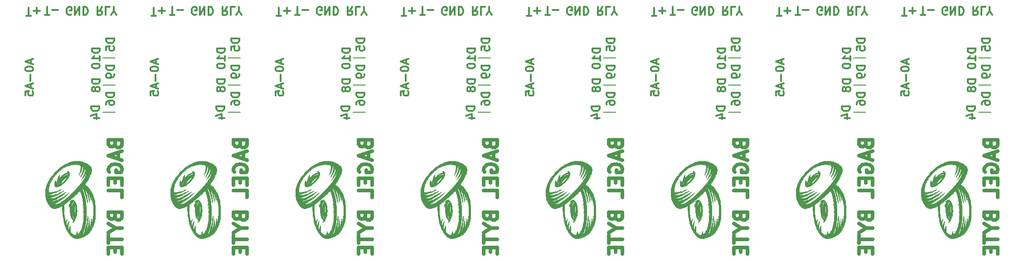
<source format=gbo>
G04 #@! TF.FileFunction,Legend,Bot*
%FSLAX46Y46*%
G04 Gerber Fmt 4.6, Leading zero omitted, Abs format (unit mm)*
G04 Created by KiCad (PCBNEW 4.0.6) date 11/21/17 13:37:13*
%MOMM*%
%LPD*%
G01*
G04 APERTURE LIST*
%ADD10C,0.100000*%
%ADD11C,0.300000*%
%ADD12C,0.200000*%
%ADD13C,0.635000*%
%ADD14C,0.010000*%
G04 APERTURE END LIST*
D10*
D11*
X244536122Y-77367547D02*
X243036122Y-77367547D01*
X243036122Y-77724690D01*
X243107551Y-77938975D01*
X243250408Y-78081833D01*
X243393265Y-78153261D01*
X243678980Y-78224690D01*
X243893265Y-78224690D01*
X244178980Y-78153261D01*
X244321837Y-78081833D01*
X244464694Y-77938975D01*
X244536122Y-77724690D01*
X244536122Y-77367547D01*
X244536122Y-78938975D02*
X244536122Y-79224690D01*
X244464694Y-79367547D01*
X244393265Y-79438975D01*
X244178980Y-79581833D01*
X243893265Y-79653261D01*
X243321837Y-79653261D01*
X243178980Y-79581833D01*
X243107551Y-79510404D01*
X243036122Y-79367547D01*
X243036122Y-79081833D01*
X243107551Y-78938975D01*
X243178980Y-78867547D01*
X243321837Y-78796118D01*
X243678980Y-78796118D01*
X243821837Y-78867547D01*
X243893265Y-78938975D01*
X243964694Y-79081833D01*
X243964694Y-79367547D01*
X243893265Y-79510404D01*
X243821837Y-79581833D01*
X243678980Y-79653261D01*
X221168122Y-77367547D02*
X219668122Y-77367547D01*
X219668122Y-77724690D01*
X219739551Y-77938975D01*
X219882408Y-78081833D01*
X220025265Y-78153261D01*
X220310980Y-78224690D01*
X220525265Y-78224690D01*
X220810980Y-78153261D01*
X220953837Y-78081833D01*
X221096694Y-77938975D01*
X221168122Y-77724690D01*
X221168122Y-77367547D01*
X221168122Y-78938975D02*
X221168122Y-79224690D01*
X221096694Y-79367547D01*
X221025265Y-79438975D01*
X220810980Y-79581833D01*
X220525265Y-79653261D01*
X219953837Y-79653261D01*
X219810980Y-79581833D01*
X219739551Y-79510404D01*
X219668122Y-79367547D01*
X219668122Y-79081833D01*
X219739551Y-78938975D01*
X219810980Y-78867547D01*
X219953837Y-78796118D01*
X220310980Y-78796118D01*
X220453837Y-78867547D01*
X220525265Y-78938975D01*
X220596694Y-79081833D01*
X220596694Y-79367547D01*
X220525265Y-79510404D01*
X220453837Y-79581833D01*
X220310980Y-79653261D01*
X197800122Y-77367547D02*
X196300122Y-77367547D01*
X196300122Y-77724690D01*
X196371551Y-77938975D01*
X196514408Y-78081833D01*
X196657265Y-78153261D01*
X196942980Y-78224690D01*
X197157265Y-78224690D01*
X197442980Y-78153261D01*
X197585837Y-78081833D01*
X197728694Y-77938975D01*
X197800122Y-77724690D01*
X197800122Y-77367547D01*
X197800122Y-78938975D02*
X197800122Y-79224690D01*
X197728694Y-79367547D01*
X197657265Y-79438975D01*
X197442980Y-79581833D01*
X197157265Y-79653261D01*
X196585837Y-79653261D01*
X196442980Y-79581833D01*
X196371551Y-79510404D01*
X196300122Y-79367547D01*
X196300122Y-79081833D01*
X196371551Y-78938975D01*
X196442980Y-78867547D01*
X196585837Y-78796118D01*
X196942980Y-78796118D01*
X197085837Y-78867547D01*
X197157265Y-78938975D01*
X197228694Y-79081833D01*
X197228694Y-79367547D01*
X197157265Y-79510404D01*
X197085837Y-79581833D01*
X196942980Y-79653261D01*
X174432122Y-77367547D02*
X172932122Y-77367547D01*
X172932122Y-77724690D01*
X173003551Y-77938975D01*
X173146408Y-78081833D01*
X173289265Y-78153261D01*
X173574980Y-78224690D01*
X173789265Y-78224690D01*
X174074980Y-78153261D01*
X174217837Y-78081833D01*
X174360694Y-77938975D01*
X174432122Y-77724690D01*
X174432122Y-77367547D01*
X174432122Y-78938975D02*
X174432122Y-79224690D01*
X174360694Y-79367547D01*
X174289265Y-79438975D01*
X174074980Y-79581833D01*
X173789265Y-79653261D01*
X173217837Y-79653261D01*
X173074980Y-79581833D01*
X173003551Y-79510404D01*
X172932122Y-79367547D01*
X172932122Y-79081833D01*
X173003551Y-78938975D01*
X173074980Y-78867547D01*
X173217837Y-78796118D01*
X173574980Y-78796118D01*
X173717837Y-78867547D01*
X173789265Y-78938975D01*
X173860694Y-79081833D01*
X173860694Y-79367547D01*
X173789265Y-79510404D01*
X173717837Y-79581833D01*
X173574980Y-79653261D01*
X151064122Y-77367547D02*
X149564122Y-77367547D01*
X149564122Y-77724690D01*
X149635551Y-77938975D01*
X149778408Y-78081833D01*
X149921265Y-78153261D01*
X150206980Y-78224690D01*
X150421265Y-78224690D01*
X150706980Y-78153261D01*
X150849837Y-78081833D01*
X150992694Y-77938975D01*
X151064122Y-77724690D01*
X151064122Y-77367547D01*
X151064122Y-78938975D02*
X151064122Y-79224690D01*
X150992694Y-79367547D01*
X150921265Y-79438975D01*
X150706980Y-79581833D01*
X150421265Y-79653261D01*
X149849837Y-79653261D01*
X149706980Y-79581833D01*
X149635551Y-79510404D01*
X149564122Y-79367547D01*
X149564122Y-79081833D01*
X149635551Y-78938975D01*
X149706980Y-78867547D01*
X149849837Y-78796118D01*
X150206980Y-78796118D01*
X150349837Y-78867547D01*
X150421265Y-78938975D01*
X150492694Y-79081833D01*
X150492694Y-79367547D01*
X150421265Y-79510404D01*
X150349837Y-79581833D01*
X150206980Y-79653261D01*
X127696122Y-77367547D02*
X126196122Y-77367547D01*
X126196122Y-77724690D01*
X126267551Y-77938975D01*
X126410408Y-78081833D01*
X126553265Y-78153261D01*
X126838980Y-78224690D01*
X127053265Y-78224690D01*
X127338980Y-78153261D01*
X127481837Y-78081833D01*
X127624694Y-77938975D01*
X127696122Y-77724690D01*
X127696122Y-77367547D01*
X127696122Y-78938975D02*
X127696122Y-79224690D01*
X127624694Y-79367547D01*
X127553265Y-79438975D01*
X127338980Y-79581833D01*
X127053265Y-79653261D01*
X126481837Y-79653261D01*
X126338980Y-79581833D01*
X126267551Y-79510404D01*
X126196122Y-79367547D01*
X126196122Y-79081833D01*
X126267551Y-78938975D01*
X126338980Y-78867547D01*
X126481837Y-78796118D01*
X126838980Y-78796118D01*
X126981837Y-78867547D01*
X127053265Y-78938975D01*
X127124694Y-79081833D01*
X127124694Y-79367547D01*
X127053265Y-79510404D01*
X126981837Y-79581833D01*
X126838980Y-79653261D01*
X104328122Y-77367547D02*
X102828122Y-77367547D01*
X102828122Y-77724690D01*
X102899551Y-77938975D01*
X103042408Y-78081833D01*
X103185265Y-78153261D01*
X103470980Y-78224690D01*
X103685265Y-78224690D01*
X103970980Y-78153261D01*
X104113837Y-78081833D01*
X104256694Y-77938975D01*
X104328122Y-77724690D01*
X104328122Y-77367547D01*
X104328122Y-78938975D02*
X104328122Y-79224690D01*
X104256694Y-79367547D01*
X104185265Y-79438975D01*
X103970980Y-79581833D01*
X103685265Y-79653261D01*
X103113837Y-79653261D01*
X102970980Y-79581833D01*
X102899551Y-79510404D01*
X102828122Y-79367547D01*
X102828122Y-79081833D01*
X102899551Y-78938975D01*
X102970980Y-78867547D01*
X103113837Y-78796118D01*
X103470980Y-78796118D01*
X103613837Y-78867547D01*
X103685265Y-78938975D01*
X103756694Y-79081833D01*
X103756694Y-79367547D01*
X103685265Y-79510404D01*
X103613837Y-79581833D01*
X103470980Y-79653261D01*
X80960122Y-77367547D02*
X79460122Y-77367547D01*
X79460122Y-77724690D01*
X79531551Y-77938975D01*
X79674408Y-78081833D01*
X79817265Y-78153261D01*
X80102980Y-78224690D01*
X80317265Y-78224690D01*
X80602980Y-78153261D01*
X80745837Y-78081833D01*
X80888694Y-77938975D01*
X80960122Y-77724690D01*
X80960122Y-77367547D01*
X80960122Y-78938975D02*
X80960122Y-79224690D01*
X80888694Y-79367547D01*
X80817265Y-79438975D01*
X80602980Y-79581833D01*
X80317265Y-79653261D01*
X79745837Y-79653261D01*
X79602980Y-79581833D01*
X79531551Y-79510404D01*
X79460122Y-79367547D01*
X79460122Y-79081833D01*
X79531551Y-78938975D01*
X79602980Y-78867547D01*
X79745837Y-78796118D01*
X80102980Y-78796118D01*
X80245837Y-78867547D01*
X80317265Y-78938975D01*
X80388694Y-79081833D01*
X80388694Y-79367547D01*
X80317265Y-79510404D01*
X80245837Y-79581833D01*
X80102980Y-79653261D01*
X244536122Y-72287547D02*
X243036122Y-72287547D01*
X243036122Y-72644690D01*
X243107551Y-72858975D01*
X243250408Y-73001833D01*
X243393265Y-73073261D01*
X243678980Y-73144690D01*
X243893265Y-73144690D01*
X244178980Y-73073261D01*
X244321837Y-73001833D01*
X244464694Y-72858975D01*
X244536122Y-72644690D01*
X244536122Y-72287547D01*
X243036122Y-74501833D02*
X243036122Y-73787547D01*
X243750408Y-73716118D01*
X243678980Y-73787547D01*
X243607551Y-73930404D01*
X243607551Y-74287547D01*
X243678980Y-74430404D01*
X243750408Y-74501833D01*
X243893265Y-74573261D01*
X244250408Y-74573261D01*
X244393265Y-74501833D01*
X244464694Y-74430404D01*
X244536122Y-74287547D01*
X244536122Y-73930404D01*
X244464694Y-73787547D01*
X244393265Y-73716118D01*
X221168122Y-72287547D02*
X219668122Y-72287547D01*
X219668122Y-72644690D01*
X219739551Y-72858975D01*
X219882408Y-73001833D01*
X220025265Y-73073261D01*
X220310980Y-73144690D01*
X220525265Y-73144690D01*
X220810980Y-73073261D01*
X220953837Y-73001833D01*
X221096694Y-72858975D01*
X221168122Y-72644690D01*
X221168122Y-72287547D01*
X219668122Y-74501833D02*
X219668122Y-73787547D01*
X220382408Y-73716118D01*
X220310980Y-73787547D01*
X220239551Y-73930404D01*
X220239551Y-74287547D01*
X220310980Y-74430404D01*
X220382408Y-74501833D01*
X220525265Y-74573261D01*
X220882408Y-74573261D01*
X221025265Y-74501833D01*
X221096694Y-74430404D01*
X221168122Y-74287547D01*
X221168122Y-73930404D01*
X221096694Y-73787547D01*
X221025265Y-73716118D01*
X197800122Y-72287547D02*
X196300122Y-72287547D01*
X196300122Y-72644690D01*
X196371551Y-72858975D01*
X196514408Y-73001833D01*
X196657265Y-73073261D01*
X196942980Y-73144690D01*
X197157265Y-73144690D01*
X197442980Y-73073261D01*
X197585837Y-73001833D01*
X197728694Y-72858975D01*
X197800122Y-72644690D01*
X197800122Y-72287547D01*
X196300122Y-74501833D02*
X196300122Y-73787547D01*
X197014408Y-73716118D01*
X196942980Y-73787547D01*
X196871551Y-73930404D01*
X196871551Y-74287547D01*
X196942980Y-74430404D01*
X197014408Y-74501833D01*
X197157265Y-74573261D01*
X197514408Y-74573261D01*
X197657265Y-74501833D01*
X197728694Y-74430404D01*
X197800122Y-74287547D01*
X197800122Y-73930404D01*
X197728694Y-73787547D01*
X197657265Y-73716118D01*
X174432122Y-72287547D02*
X172932122Y-72287547D01*
X172932122Y-72644690D01*
X173003551Y-72858975D01*
X173146408Y-73001833D01*
X173289265Y-73073261D01*
X173574980Y-73144690D01*
X173789265Y-73144690D01*
X174074980Y-73073261D01*
X174217837Y-73001833D01*
X174360694Y-72858975D01*
X174432122Y-72644690D01*
X174432122Y-72287547D01*
X172932122Y-74501833D02*
X172932122Y-73787547D01*
X173646408Y-73716118D01*
X173574980Y-73787547D01*
X173503551Y-73930404D01*
X173503551Y-74287547D01*
X173574980Y-74430404D01*
X173646408Y-74501833D01*
X173789265Y-74573261D01*
X174146408Y-74573261D01*
X174289265Y-74501833D01*
X174360694Y-74430404D01*
X174432122Y-74287547D01*
X174432122Y-73930404D01*
X174360694Y-73787547D01*
X174289265Y-73716118D01*
X151064122Y-72287547D02*
X149564122Y-72287547D01*
X149564122Y-72644690D01*
X149635551Y-72858975D01*
X149778408Y-73001833D01*
X149921265Y-73073261D01*
X150206980Y-73144690D01*
X150421265Y-73144690D01*
X150706980Y-73073261D01*
X150849837Y-73001833D01*
X150992694Y-72858975D01*
X151064122Y-72644690D01*
X151064122Y-72287547D01*
X149564122Y-74501833D02*
X149564122Y-73787547D01*
X150278408Y-73716118D01*
X150206980Y-73787547D01*
X150135551Y-73930404D01*
X150135551Y-74287547D01*
X150206980Y-74430404D01*
X150278408Y-74501833D01*
X150421265Y-74573261D01*
X150778408Y-74573261D01*
X150921265Y-74501833D01*
X150992694Y-74430404D01*
X151064122Y-74287547D01*
X151064122Y-73930404D01*
X150992694Y-73787547D01*
X150921265Y-73716118D01*
X127696122Y-72287547D02*
X126196122Y-72287547D01*
X126196122Y-72644690D01*
X126267551Y-72858975D01*
X126410408Y-73001833D01*
X126553265Y-73073261D01*
X126838980Y-73144690D01*
X127053265Y-73144690D01*
X127338980Y-73073261D01*
X127481837Y-73001833D01*
X127624694Y-72858975D01*
X127696122Y-72644690D01*
X127696122Y-72287547D01*
X126196122Y-74501833D02*
X126196122Y-73787547D01*
X126910408Y-73716118D01*
X126838980Y-73787547D01*
X126767551Y-73930404D01*
X126767551Y-74287547D01*
X126838980Y-74430404D01*
X126910408Y-74501833D01*
X127053265Y-74573261D01*
X127410408Y-74573261D01*
X127553265Y-74501833D01*
X127624694Y-74430404D01*
X127696122Y-74287547D01*
X127696122Y-73930404D01*
X127624694Y-73787547D01*
X127553265Y-73716118D01*
X104328122Y-72287547D02*
X102828122Y-72287547D01*
X102828122Y-72644690D01*
X102899551Y-72858975D01*
X103042408Y-73001833D01*
X103185265Y-73073261D01*
X103470980Y-73144690D01*
X103685265Y-73144690D01*
X103970980Y-73073261D01*
X104113837Y-73001833D01*
X104256694Y-72858975D01*
X104328122Y-72644690D01*
X104328122Y-72287547D01*
X102828122Y-74501833D02*
X102828122Y-73787547D01*
X103542408Y-73716118D01*
X103470980Y-73787547D01*
X103399551Y-73930404D01*
X103399551Y-74287547D01*
X103470980Y-74430404D01*
X103542408Y-74501833D01*
X103685265Y-74573261D01*
X104042408Y-74573261D01*
X104185265Y-74501833D01*
X104256694Y-74430404D01*
X104328122Y-74287547D01*
X104328122Y-73930404D01*
X104256694Y-73787547D01*
X104185265Y-73716118D01*
X80960122Y-72287547D02*
X79460122Y-72287547D01*
X79460122Y-72644690D01*
X79531551Y-72858975D01*
X79674408Y-73001833D01*
X79817265Y-73073261D01*
X80102980Y-73144690D01*
X80317265Y-73144690D01*
X80602980Y-73073261D01*
X80745837Y-73001833D01*
X80888694Y-72858975D01*
X80960122Y-72644690D01*
X80960122Y-72287547D01*
X79460122Y-74501833D02*
X79460122Y-73787547D01*
X80174408Y-73716118D01*
X80102980Y-73787547D01*
X80031551Y-73930404D01*
X80031551Y-74287547D01*
X80102980Y-74430404D01*
X80174408Y-74501833D01*
X80317265Y-74573261D01*
X80674408Y-74573261D01*
X80817265Y-74501833D01*
X80888694Y-74430404D01*
X80960122Y-74287547D01*
X80960122Y-73930404D01*
X80888694Y-73787547D01*
X80817265Y-73716118D01*
D12*
X242460551Y-81014689D02*
X244746551Y-81014689D01*
X219092551Y-81014689D02*
X221378551Y-81014689D01*
X195724551Y-81014689D02*
X198010551Y-81014689D01*
X172356551Y-81014689D02*
X174642551Y-81014689D01*
X148988551Y-81014689D02*
X151274551Y-81014689D01*
X125620551Y-81014689D02*
X127906551Y-81014689D01*
X102252551Y-81014689D02*
X104538551Y-81014689D01*
X78884551Y-81014689D02*
X81170551Y-81014689D01*
D11*
X244536122Y-82447547D02*
X243036122Y-82447547D01*
X243036122Y-82804690D01*
X243107551Y-83018975D01*
X243250408Y-83161833D01*
X243393265Y-83233261D01*
X243678980Y-83304690D01*
X243893265Y-83304690D01*
X244178980Y-83233261D01*
X244321837Y-83161833D01*
X244464694Y-83018975D01*
X244536122Y-82804690D01*
X244536122Y-82447547D01*
X243036122Y-84590404D02*
X243036122Y-84304690D01*
X243107551Y-84161833D01*
X243178980Y-84090404D01*
X243393265Y-83947547D01*
X243678980Y-83876118D01*
X244250408Y-83876118D01*
X244393265Y-83947547D01*
X244464694Y-84018975D01*
X244536122Y-84161833D01*
X244536122Y-84447547D01*
X244464694Y-84590404D01*
X244393265Y-84661833D01*
X244250408Y-84733261D01*
X243893265Y-84733261D01*
X243750408Y-84661833D01*
X243678980Y-84590404D01*
X243607551Y-84447547D01*
X243607551Y-84161833D01*
X243678980Y-84018975D01*
X243750408Y-83947547D01*
X243893265Y-83876118D01*
X221168122Y-82447547D02*
X219668122Y-82447547D01*
X219668122Y-82804690D01*
X219739551Y-83018975D01*
X219882408Y-83161833D01*
X220025265Y-83233261D01*
X220310980Y-83304690D01*
X220525265Y-83304690D01*
X220810980Y-83233261D01*
X220953837Y-83161833D01*
X221096694Y-83018975D01*
X221168122Y-82804690D01*
X221168122Y-82447547D01*
X219668122Y-84590404D02*
X219668122Y-84304690D01*
X219739551Y-84161833D01*
X219810980Y-84090404D01*
X220025265Y-83947547D01*
X220310980Y-83876118D01*
X220882408Y-83876118D01*
X221025265Y-83947547D01*
X221096694Y-84018975D01*
X221168122Y-84161833D01*
X221168122Y-84447547D01*
X221096694Y-84590404D01*
X221025265Y-84661833D01*
X220882408Y-84733261D01*
X220525265Y-84733261D01*
X220382408Y-84661833D01*
X220310980Y-84590404D01*
X220239551Y-84447547D01*
X220239551Y-84161833D01*
X220310980Y-84018975D01*
X220382408Y-83947547D01*
X220525265Y-83876118D01*
X197800122Y-82447547D02*
X196300122Y-82447547D01*
X196300122Y-82804690D01*
X196371551Y-83018975D01*
X196514408Y-83161833D01*
X196657265Y-83233261D01*
X196942980Y-83304690D01*
X197157265Y-83304690D01*
X197442980Y-83233261D01*
X197585837Y-83161833D01*
X197728694Y-83018975D01*
X197800122Y-82804690D01*
X197800122Y-82447547D01*
X196300122Y-84590404D02*
X196300122Y-84304690D01*
X196371551Y-84161833D01*
X196442980Y-84090404D01*
X196657265Y-83947547D01*
X196942980Y-83876118D01*
X197514408Y-83876118D01*
X197657265Y-83947547D01*
X197728694Y-84018975D01*
X197800122Y-84161833D01*
X197800122Y-84447547D01*
X197728694Y-84590404D01*
X197657265Y-84661833D01*
X197514408Y-84733261D01*
X197157265Y-84733261D01*
X197014408Y-84661833D01*
X196942980Y-84590404D01*
X196871551Y-84447547D01*
X196871551Y-84161833D01*
X196942980Y-84018975D01*
X197014408Y-83947547D01*
X197157265Y-83876118D01*
X174432122Y-82447547D02*
X172932122Y-82447547D01*
X172932122Y-82804690D01*
X173003551Y-83018975D01*
X173146408Y-83161833D01*
X173289265Y-83233261D01*
X173574980Y-83304690D01*
X173789265Y-83304690D01*
X174074980Y-83233261D01*
X174217837Y-83161833D01*
X174360694Y-83018975D01*
X174432122Y-82804690D01*
X174432122Y-82447547D01*
X172932122Y-84590404D02*
X172932122Y-84304690D01*
X173003551Y-84161833D01*
X173074980Y-84090404D01*
X173289265Y-83947547D01*
X173574980Y-83876118D01*
X174146408Y-83876118D01*
X174289265Y-83947547D01*
X174360694Y-84018975D01*
X174432122Y-84161833D01*
X174432122Y-84447547D01*
X174360694Y-84590404D01*
X174289265Y-84661833D01*
X174146408Y-84733261D01*
X173789265Y-84733261D01*
X173646408Y-84661833D01*
X173574980Y-84590404D01*
X173503551Y-84447547D01*
X173503551Y-84161833D01*
X173574980Y-84018975D01*
X173646408Y-83947547D01*
X173789265Y-83876118D01*
X151064122Y-82447547D02*
X149564122Y-82447547D01*
X149564122Y-82804690D01*
X149635551Y-83018975D01*
X149778408Y-83161833D01*
X149921265Y-83233261D01*
X150206980Y-83304690D01*
X150421265Y-83304690D01*
X150706980Y-83233261D01*
X150849837Y-83161833D01*
X150992694Y-83018975D01*
X151064122Y-82804690D01*
X151064122Y-82447547D01*
X149564122Y-84590404D02*
X149564122Y-84304690D01*
X149635551Y-84161833D01*
X149706980Y-84090404D01*
X149921265Y-83947547D01*
X150206980Y-83876118D01*
X150778408Y-83876118D01*
X150921265Y-83947547D01*
X150992694Y-84018975D01*
X151064122Y-84161833D01*
X151064122Y-84447547D01*
X150992694Y-84590404D01*
X150921265Y-84661833D01*
X150778408Y-84733261D01*
X150421265Y-84733261D01*
X150278408Y-84661833D01*
X150206980Y-84590404D01*
X150135551Y-84447547D01*
X150135551Y-84161833D01*
X150206980Y-84018975D01*
X150278408Y-83947547D01*
X150421265Y-83876118D01*
X127696122Y-82447547D02*
X126196122Y-82447547D01*
X126196122Y-82804690D01*
X126267551Y-83018975D01*
X126410408Y-83161833D01*
X126553265Y-83233261D01*
X126838980Y-83304690D01*
X127053265Y-83304690D01*
X127338980Y-83233261D01*
X127481837Y-83161833D01*
X127624694Y-83018975D01*
X127696122Y-82804690D01*
X127696122Y-82447547D01*
X126196122Y-84590404D02*
X126196122Y-84304690D01*
X126267551Y-84161833D01*
X126338980Y-84090404D01*
X126553265Y-83947547D01*
X126838980Y-83876118D01*
X127410408Y-83876118D01*
X127553265Y-83947547D01*
X127624694Y-84018975D01*
X127696122Y-84161833D01*
X127696122Y-84447547D01*
X127624694Y-84590404D01*
X127553265Y-84661833D01*
X127410408Y-84733261D01*
X127053265Y-84733261D01*
X126910408Y-84661833D01*
X126838980Y-84590404D01*
X126767551Y-84447547D01*
X126767551Y-84161833D01*
X126838980Y-84018975D01*
X126910408Y-83947547D01*
X127053265Y-83876118D01*
X104328122Y-82447547D02*
X102828122Y-82447547D01*
X102828122Y-82804690D01*
X102899551Y-83018975D01*
X103042408Y-83161833D01*
X103185265Y-83233261D01*
X103470980Y-83304690D01*
X103685265Y-83304690D01*
X103970980Y-83233261D01*
X104113837Y-83161833D01*
X104256694Y-83018975D01*
X104328122Y-82804690D01*
X104328122Y-82447547D01*
X102828122Y-84590404D02*
X102828122Y-84304690D01*
X102899551Y-84161833D01*
X102970980Y-84090404D01*
X103185265Y-83947547D01*
X103470980Y-83876118D01*
X104042408Y-83876118D01*
X104185265Y-83947547D01*
X104256694Y-84018975D01*
X104328122Y-84161833D01*
X104328122Y-84447547D01*
X104256694Y-84590404D01*
X104185265Y-84661833D01*
X104042408Y-84733261D01*
X103685265Y-84733261D01*
X103542408Y-84661833D01*
X103470980Y-84590404D01*
X103399551Y-84447547D01*
X103399551Y-84161833D01*
X103470980Y-84018975D01*
X103542408Y-83947547D01*
X103685265Y-83876118D01*
X80960122Y-82447547D02*
X79460122Y-82447547D01*
X79460122Y-82804690D01*
X79531551Y-83018975D01*
X79674408Y-83161833D01*
X79817265Y-83233261D01*
X80102980Y-83304690D01*
X80317265Y-83304690D01*
X80602980Y-83233261D01*
X80745837Y-83161833D01*
X80888694Y-83018975D01*
X80960122Y-82804690D01*
X80960122Y-82447547D01*
X79460122Y-84590404D02*
X79460122Y-84304690D01*
X79531551Y-84161833D01*
X79602980Y-84090404D01*
X79817265Y-83947547D01*
X80102980Y-83876118D01*
X80674408Y-83876118D01*
X80817265Y-83947547D01*
X80888694Y-84018975D01*
X80960122Y-84161833D01*
X80960122Y-84447547D01*
X80888694Y-84590404D01*
X80817265Y-84661833D01*
X80674408Y-84733261D01*
X80317265Y-84733261D01*
X80174408Y-84661833D01*
X80102980Y-84590404D01*
X80031551Y-84447547D01*
X80031551Y-84161833D01*
X80102980Y-84018975D01*
X80174408Y-83947547D01*
X80317265Y-83876118D01*
X228994551Y-76260547D02*
X228994551Y-76974833D01*
X229423122Y-76117690D02*
X227923122Y-76617690D01*
X229423122Y-77117690D01*
X227923122Y-77903404D02*
X227923122Y-78046261D01*
X227994551Y-78189118D01*
X228065980Y-78260547D01*
X228208837Y-78331976D01*
X228494551Y-78403404D01*
X228851694Y-78403404D01*
X229137408Y-78331976D01*
X229280265Y-78260547D01*
X229351694Y-78189118D01*
X229423122Y-78046261D01*
X229423122Y-77903404D01*
X229351694Y-77760547D01*
X229280265Y-77689118D01*
X229137408Y-77617690D01*
X228851694Y-77546261D01*
X228494551Y-77546261D01*
X228208837Y-77617690D01*
X228065980Y-77689118D01*
X227994551Y-77760547D01*
X227923122Y-77903404D01*
X228851694Y-79046261D02*
X228851694Y-80189118D01*
X228994551Y-80831975D02*
X228994551Y-81546261D01*
X229423122Y-80689118D02*
X227923122Y-81189118D01*
X229423122Y-81689118D01*
X227923122Y-82903404D02*
X227923122Y-82189118D01*
X228637408Y-82117689D01*
X228565980Y-82189118D01*
X228494551Y-82331975D01*
X228494551Y-82689118D01*
X228565980Y-82831975D01*
X228637408Y-82903404D01*
X228780265Y-82974832D01*
X229137408Y-82974832D01*
X229280265Y-82903404D01*
X229351694Y-82831975D01*
X229423122Y-82689118D01*
X229423122Y-82331975D01*
X229351694Y-82189118D01*
X229280265Y-82117689D01*
X205626551Y-76260547D02*
X205626551Y-76974833D01*
X206055122Y-76117690D02*
X204555122Y-76617690D01*
X206055122Y-77117690D01*
X204555122Y-77903404D02*
X204555122Y-78046261D01*
X204626551Y-78189118D01*
X204697980Y-78260547D01*
X204840837Y-78331976D01*
X205126551Y-78403404D01*
X205483694Y-78403404D01*
X205769408Y-78331976D01*
X205912265Y-78260547D01*
X205983694Y-78189118D01*
X206055122Y-78046261D01*
X206055122Y-77903404D01*
X205983694Y-77760547D01*
X205912265Y-77689118D01*
X205769408Y-77617690D01*
X205483694Y-77546261D01*
X205126551Y-77546261D01*
X204840837Y-77617690D01*
X204697980Y-77689118D01*
X204626551Y-77760547D01*
X204555122Y-77903404D01*
X205483694Y-79046261D02*
X205483694Y-80189118D01*
X205626551Y-80831975D02*
X205626551Y-81546261D01*
X206055122Y-80689118D02*
X204555122Y-81189118D01*
X206055122Y-81689118D01*
X204555122Y-82903404D02*
X204555122Y-82189118D01*
X205269408Y-82117689D01*
X205197980Y-82189118D01*
X205126551Y-82331975D01*
X205126551Y-82689118D01*
X205197980Y-82831975D01*
X205269408Y-82903404D01*
X205412265Y-82974832D01*
X205769408Y-82974832D01*
X205912265Y-82903404D01*
X205983694Y-82831975D01*
X206055122Y-82689118D01*
X206055122Y-82331975D01*
X205983694Y-82189118D01*
X205912265Y-82117689D01*
X182258551Y-76260547D02*
X182258551Y-76974833D01*
X182687122Y-76117690D02*
X181187122Y-76617690D01*
X182687122Y-77117690D01*
X181187122Y-77903404D02*
X181187122Y-78046261D01*
X181258551Y-78189118D01*
X181329980Y-78260547D01*
X181472837Y-78331976D01*
X181758551Y-78403404D01*
X182115694Y-78403404D01*
X182401408Y-78331976D01*
X182544265Y-78260547D01*
X182615694Y-78189118D01*
X182687122Y-78046261D01*
X182687122Y-77903404D01*
X182615694Y-77760547D01*
X182544265Y-77689118D01*
X182401408Y-77617690D01*
X182115694Y-77546261D01*
X181758551Y-77546261D01*
X181472837Y-77617690D01*
X181329980Y-77689118D01*
X181258551Y-77760547D01*
X181187122Y-77903404D01*
X182115694Y-79046261D02*
X182115694Y-80189118D01*
X182258551Y-80831975D02*
X182258551Y-81546261D01*
X182687122Y-80689118D02*
X181187122Y-81189118D01*
X182687122Y-81689118D01*
X181187122Y-82903404D02*
X181187122Y-82189118D01*
X181901408Y-82117689D01*
X181829980Y-82189118D01*
X181758551Y-82331975D01*
X181758551Y-82689118D01*
X181829980Y-82831975D01*
X181901408Y-82903404D01*
X182044265Y-82974832D01*
X182401408Y-82974832D01*
X182544265Y-82903404D01*
X182615694Y-82831975D01*
X182687122Y-82689118D01*
X182687122Y-82331975D01*
X182615694Y-82189118D01*
X182544265Y-82117689D01*
X158890551Y-76260547D02*
X158890551Y-76974833D01*
X159319122Y-76117690D02*
X157819122Y-76617690D01*
X159319122Y-77117690D01*
X157819122Y-77903404D02*
X157819122Y-78046261D01*
X157890551Y-78189118D01*
X157961980Y-78260547D01*
X158104837Y-78331976D01*
X158390551Y-78403404D01*
X158747694Y-78403404D01*
X159033408Y-78331976D01*
X159176265Y-78260547D01*
X159247694Y-78189118D01*
X159319122Y-78046261D01*
X159319122Y-77903404D01*
X159247694Y-77760547D01*
X159176265Y-77689118D01*
X159033408Y-77617690D01*
X158747694Y-77546261D01*
X158390551Y-77546261D01*
X158104837Y-77617690D01*
X157961980Y-77689118D01*
X157890551Y-77760547D01*
X157819122Y-77903404D01*
X158747694Y-79046261D02*
X158747694Y-80189118D01*
X158890551Y-80831975D02*
X158890551Y-81546261D01*
X159319122Y-80689118D02*
X157819122Y-81189118D01*
X159319122Y-81689118D01*
X157819122Y-82903404D02*
X157819122Y-82189118D01*
X158533408Y-82117689D01*
X158461980Y-82189118D01*
X158390551Y-82331975D01*
X158390551Y-82689118D01*
X158461980Y-82831975D01*
X158533408Y-82903404D01*
X158676265Y-82974832D01*
X159033408Y-82974832D01*
X159176265Y-82903404D01*
X159247694Y-82831975D01*
X159319122Y-82689118D01*
X159319122Y-82331975D01*
X159247694Y-82189118D01*
X159176265Y-82117689D01*
X135522551Y-76260547D02*
X135522551Y-76974833D01*
X135951122Y-76117690D02*
X134451122Y-76617690D01*
X135951122Y-77117690D01*
X134451122Y-77903404D02*
X134451122Y-78046261D01*
X134522551Y-78189118D01*
X134593980Y-78260547D01*
X134736837Y-78331976D01*
X135022551Y-78403404D01*
X135379694Y-78403404D01*
X135665408Y-78331976D01*
X135808265Y-78260547D01*
X135879694Y-78189118D01*
X135951122Y-78046261D01*
X135951122Y-77903404D01*
X135879694Y-77760547D01*
X135808265Y-77689118D01*
X135665408Y-77617690D01*
X135379694Y-77546261D01*
X135022551Y-77546261D01*
X134736837Y-77617690D01*
X134593980Y-77689118D01*
X134522551Y-77760547D01*
X134451122Y-77903404D01*
X135379694Y-79046261D02*
X135379694Y-80189118D01*
X135522551Y-80831975D02*
X135522551Y-81546261D01*
X135951122Y-80689118D02*
X134451122Y-81189118D01*
X135951122Y-81689118D01*
X134451122Y-82903404D02*
X134451122Y-82189118D01*
X135165408Y-82117689D01*
X135093980Y-82189118D01*
X135022551Y-82331975D01*
X135022551Y-82689118D01*
X135093980Y-82831975D01*
X135165408Y-82903404D01*
X135308265Y-82974832D01*
X135665408Y-82974832D01*
X135808265Y-82903404D01*
X135879694Y-82831975D01*
X135951122Y-82689118D01*
X135951122Y-82331975D01*
X135879694Y-82189118D01*
X135808265Y-82117689D01*
X112154551Y-76260547D02*
X112154551Y-76974833D01*
X112583122Y-76117690D02*
X111083122Y-76617690D01*
X112583122Y-77117690D01*
X111083122Y-77903404D02*
X111083122Y-78046261D01*
X111154551Y-78189118D01*
X111225980Y-78260547D01*
X111368837Y-78331976D01*
X111654551Y-78403404D01*
X112011694Y-78403404D01*
X112297408Y-78331976D01*
X112440265Y-78260547D01*
X112511694Y-78189118D01*
X112583122Y-78046261D01*
X112583122Y-77903404D01*
X112511694Y-77760547D01*
X112440265Y-77689118D01*
X112297408Y-77617690D01*
X112011694Y-77546261D01*
X111654551Y-77546261D01*
X111368837Y-77617690D01*
X111225980Y-77689118D01*
X111154551Y-77760547D01*
X111083122Y-77903404D01*
X112011694Y-79046261D02*
X112011694Y-80189118D01*
X112154551Y-80831975D02*
X112154551Y-81546261D01*
X112583122Y-80689118D02*
X111083122Y-81189118D01*
X112583122Y-81689118D01*
X111083122Y-82903404D02*
X111083122Y-82189118D01*
X111797408Y-82117689D01*
X111725980Y-82189118D01*
X111654551Y-82331975D01*
X111654551Y-82689118D01*
X111725980Y-82831975D01*
X111797408Y-82903404D01*
X111940265Y-82974832D01*
X112297408Y-82974832D01*
X112440265Y-82903404D01*
X112511694Y-82831975D01*
X112583122Y-82689118D01*
X112583122Y-82331975D01*
X112511694Y-82189118D01*
X112440265Y-82117689D01*
X88786551Y-76260547D02*
X88786551Y-76974833D01*
X89215122Y-76117690D02*
X87715122Y-76617690D01*
X89215122Y-77117690D01*
X87715122Y-77903404D02*
X87715122Y-78046261D01*
X87786551Y-78189118D01*
X87857980Y-78260547D01*
X88000837Y-78331976D01*
X88286551Y-78403404D01*
X88643694Y-78403404D01*
X88929408Y-78331976D01*
X89072265Y-78260547D01*
X89143694Y-78189118D01*
X89215122Y-78046261D01*
X89215122Y-77903404D01*
X89143694Y-77760547D01*
X89072265Y-77689118D01*
X88929408Y-77617690D01*
X88643694Y-77546261D01*
X88286551Y-77546261D01*
X88000837Y-77617690D01*
X87857980Y-77689118D01*
X87786551Y-77760547D01*
X87715122Y-77903404D01*
X88643694Y-79046261D02*
X88643694Y-80189118D01*
X88786551Y-80831975D02*
X88786551Y-81546261D01*
X89215122Y-80689118D02*
X87715122Y-81189118D01*
X89215122Y-81689118D01*
X87715122Y-82903404D02*
X87715122Y-82189118D01*
X88429408Y-82117689D01*
X88357980Y-82189118D01*
X88286551Y-82331975D01*
X88286551Y-82689118D01*
X88357980Y-82831975D01*
X88429408Y-82903404D01*
X88572265Y-82974832D01*
X88929408Y-82974832D01*
X89072265Y-82903404D01*
X89143694Y-82831975D01*
X89215122Y-82689118D01*
X89215122Y-82331975D01*
X89143694Y-82189118D01*
X89072265Y-82117689D01*
X65418551Y-76260547D02*
X65418551Y-76974833D01*
X65847122Y-76117690D02*
X64347122Y-76617690D01*
X65847122Y-77117690D01*
X64347122Y-77903404D02*
X64347122Y-78046261D01*
X64418551Y-78189118D01*
X64489980Y-78260547D01*
X64632837Y-78331976D01*
X64918551Y-78403404D01*
X65275694Y-78403404D01*
X65561408Y-78331976D01*
X65704265Y-78260547D01*
X65775694Y-78189118D01*
X65847122Y-78046261D01*
X65847122Y-77903404D01*
X65775694Y-77760547D01*
X65704265Y-77689118D01*
X65561408Y-77617690D01*
X65275694Y-77546261D01*
X64918551Y-77546261D01*
X64632837Y-77617690D01*
X64489980Y-77689118D01*
X64418551Y-77760547D01*
X64347122Y-77903404D01*
X65275694Y-79046261D02*
X65275694Y-80189118D01*
X65418551Y-80831975D02*
X65418551Y-81546261D01*
X65847122Y-80689118D02*
X64347122Y-81189118D01*
X65847122Y-81689118D01*
X64347122Y-82903404D02*
X64347122Y-82189118D01*
X65061408Y-82117689D01*
X64989980Y-82189118D01*
X64918551Y-82331975D01*
X64918551Y-82689118D01*
X64989980Y-82831975D01*
X65061408Y-82903404D01*
X65204265Y-82974832D01*
X65561408Y-82974832D01*
X65704265Y-82903404D01*
X65775694Y-82831975D01*
X65847122Y-82689118D01*
X65847122Y-82331975D01*
X65775694Y-82189118D01*
X65704265Y-82117689D01*
X228149408Y-67993118D02*
X229006551Y-67993118D01*
X228577980Y-66493118D02*
X228577980Y-67993118D01*
X229506551Y-67064546D02*
X230649408Y-67064546D01*
X230077979Y-66493118D02*
X230077979Y-67635975D01*
X204781408Y-67993118D02*
X205638551Y-67993118D01*
X205209980Y-66493118D02*
X205209980Y-67993118D01*
X206138551Y-67064546D02*
X207281408Y-67064546D01*
X206709979Y-66493118D02*
X206709979Y-67635975D01*
X181413408Y-67993118D02*
X182270551Y-67993118D01*
X181841980Y-66493118D02*
X181841980Y-67993118D01*
X182770551Y-67064546D02*
X183913408Y-67064546D01*
X183341979Y-66493118D02*
X183341979Y-67635975D01*
X158045408Y-67993118D02*
X158902551Y-67993118D01*
X158473980Y-66493118D02*
X158473980Y-67993118D01*
X159402551Y-67064546D02*
X160545408Y-67064546D01*
X159973979Y-66493118D02*
X159973979Y-67635975D01*
X134677408Y-67993118D02*
X135534551Y-67993118D01*
X135105980Y-66493118D02*
X135105980Y-67993118D01*
X136034551Y-67064546D02*
X137177408Y-67064546D01*
X136605979Y-66493118D02*
X136605979Y-67635975D01*
X111309408Y-67993118D02*
X112166551Y-67993118D01*
X111737980Y-66493118D02*
X111737980Y-67993118D01*
X112666551Y-67064546D02*
X113809408Y-67064546D01*
X113237979Y-66493118D02*
X113237979Y-67635975D01*
X87941408Y-67993118D02*
X88798551Y-67993118D01*
X88369980Y-66493118D02*
X88369980Y-67993118D01*
X89298551Y-67064546D02*
X90441408Y-67064546D01*
X89869979Y-66493118D02*
X89869979Y-67635975D01*
X64573408Y-67993118D02*
X65430551Y-67993118D01*
X65001980Y-66493118D02*
X65001980Y-67993118D01*
X65930551Y-67064546D02*
X67073408Y-67064546D01*
X66501979Y-66493118D02*
X66501979Y-67635975D01*
X241869122Y-79907547D02*
X240369122Y-79907547D01*
X240369122Y-80264690D01*
X240440551Y-80478975D01*
X240583408Y-80621833D01*
X240726265Y-80693261D01*
X241011980Y-80764690D01*
X241226265Y-80764690D01*
X241511980Y-80693261D01*
X241654837Y-80621833D01*
X241797694Y-80478975D01*
X241869122Y-80264690D01*
X241869122Y-79907547D01*
X241011980Y-81621833D02*
X240940551Y-81478975D01*
X240869122Y-81407547D01*
X240726265Y-81336118D01*
X240654837Y-81336118D01*
X240511980Y-81407547D01*
X240440551Y-81478975D01*
X240369122Y-81621833D01*
X240369122Y-81907547D01*
X240440551Y-82050404D01*
X240511980Y-82121833D01*
X240654837Y-82193261D01*
X240726265Y-82193261D01*
X240869122Y-82121833D01*
X240940551Y-82050404D01*
X241011980Y-81907547D01*
X241011980Y-81621833D01*
X241083408Y-81478975D01*
X241154837Y-81407547D01*
X241297694Y-81336118D01*
X241583408Y-81336118D01*
X241726265Y-81407547D01*
X241797694Y-81478975D01*
X241869122Y-81621833D01*
X241869122Y-81907547D01*
X241797694Y-82050404D01*
X241726265Y-82121833D01*
X241583408Y-82193261D01*
X241297694Y-82193261D01*
X241154837Y-82121833D01*
X241083408Y-82050404D01*
X241011980Y-81907547D01*
X218501122Y-79907547D02*
X217001122Y-79907547D01*
X217001122Y-80264690D01*
X217072551Y-80478975D01*
X217215408Y-80621833D01*
X217358265Y-80693261D01*
X217643980Y-80764690D01*
X217858265Y-80764690D01*
X218143980Y-80693261D01*
X218286837Y-80621833D01*
X218429694Y-80478975D01*
X218501122Y-80264690D01*
X218501122Y-79907547D01*
X217643980Y-81621833D02*
X217572551Y-81478975D01*
X217501122Y-81407547D01*
X217358265Y-81336118D01*
X217286837Y-81336118D01*
X217143980Y-81407547D01*
X217072551Y-81478975D01*
X217001122Y-81621833D01*
X217001122Y-81907547D01*
X217072551Y-82050404D01*
X217143980Y-82121833D01*
X217286837Y-82193261D01*
X217358265Y-82193261D01*
X217501122Y-82121833D01*
X217572551Y-82050404D01*
X217643980Y-81907547D01*
X217643980Y-81621833D01*
X217715408Y-81478975D01*
X217786837Y-81407547D01*
X217929694Y-81336118D01*
X218215408Y-81336118D01*
X218358265Y-81407547D01*
X218429694Y-81478975D01*
X218501122Y-81621833D01*
X218501122Y-81907547D01*
X218429694Y-82050404D01*
X218358265Y-82121833D01*
X218215408Y-82193261D01*
X217929694Y-82193261D01*
X217786837Y-82121833D01*
X217715408Y-82050404D01*
X217643980Y-81907547D01*
X195133122Y-79907547D02*
X193633122Y-79907547D01*
X193633122Y-80264690D01*
X193704551Y-80478975D01*
X193847408Y-80621833D01*
X193990265Y-80693261D01*
X194275980Y-80764690D01*
X194490265Y-80764690D01*
X194775980Y-80693261D01*
X194918837Y-80621833D01*
X195061694Y-80478975D01*
X195133122Y-80264690D01*
X195133122Y-79907547D01*
X194275980Y-81621833D02*
X194204551Y-81478975D01*
X194133122Y-81407547D01*
X193990265Y-81336118D01*
X193918837Y-81336118D01*
X193775980Y-81407547D01*
X193704551Y-81478975D01*
X193633122Y-81621833D01*
X193633122Y-81907547D01*
X193704551Y-82050404D01*
X193775980Y-82121833D01*
X193918837Y-82193261D01*
X193990265Y-82193261D01*
X194133122Y-82121833D01*
X194204551Y-82050404D01*
X194275980Y-81907547D01*
X194275980Y-81621833D01*
X194347408Y-81478975D01*
X194418837Y-81407547D01*
X194561694Y-81336118D01*
X194847408Y-81336118D01*
X194990265Y-81407547D01*
X195061694Y-81478975D01*
X195133122Y-81621833D01*
X195133122Y-81907547D01*
X195061694Y-82050404D01*
X194990265Y-82121833D01*
X194847408Y-82193261D01*
X194561694Y-82193261D01*
X194418837Y-82121833D01*
X194347408Y-82050404D01*
X194275980Y-81907547D01*
X171765122Y-79907547D02*
X170265122Y-79907547D01*
X170265122Y-80264690D01*
X170336551Y-80478975D01*
X170479408Y-80621833D01*
X170622265Y-80693261D01*
X170907980Y-80764690D01*
X171122265Y-80764690D01*
X171407980Y-80693261D01*
X171550837Y-80621833D01*
X171693694Y-80478975D01*
X171765122Y-80264690D01*
X171765122Y-79907547D01*
X170907980Y-81621833D02*
X170836551Y-81478975D01*
X170765122Y-81407547D01*
X170622265Y-81336118D01*
X170550837Y-81336118D01*
X170407980Y-81407547D01*
X170336551Y-81478975D01*
X170265122Y-81621833D01*
X170265122Y-81907547D01*
X170336551Y-82050404D01*
X170407980Y-82121833D01*
X170550837Y-82193261D01*
X170622265Y-82193261D01*
X170765122Y-82121833D01*
X170836551Y-82050404D01*
X170907980Y-81907547D01*
X170907980Y-81621833D01*
X170979408Y-81478975D01*
X171050837Y-81407547D01*
X171193694Y-81336118D01*
X171479408Y-81336118D01*
X171622265Y-81407547D01*
X171693694Y-81478975D01*
X171765122Y-81621833D01*
X171765122Y-81907547D01*
X171693694Y-82050404D01*
X171622265Y-82121833D01*
X171479408Y-82193261D01*
X171193694Y-82193261D01*
X171050837Y-82121833D01*
X170979408Y-82050404D01*
X170907980Y-81907547D01*
X148397122Y-79907547D02*
X146897122Y-79907547D01*
X146897122Y-80264690D01*
X146968551Y-80478975D01*
X147111408Y-80621833D01*
X147254265Y-80693261D01*
X147539980Y-80764690D01*
X147754265Y-80764690D01*
X148039980Y-80693261D01*
X148182837Y-80621833D01*
X148325694Y-80478975D01*
X148397122Y-80264690D01*
X148397122Y-79907547D01*
X147539980Y-81621833D02*
X147468551Y-81478975D01*
X147397122Y-81407547D01*
X147254265Y-81336118D01*
X147182837Y-81336118D01*
X147039980Y-81407547D01*
X146968551Y-81478975D01*
X146897122Y-81621833D01*
X146897122Y-81907547D01*
X146968551Y-82050404D01*
X147039980Y-82121833D01*
X147182837Y-82193261D01*
X147254265Y-82193261D01*
X147397122Y-82121833D01*
X147468551Y-82050404D01*
X147539980Y-81907547D01*
X147539980Y-81621833D01*
X147611408Y-81478975D01*
X147682837Y-81407547D01*
X147825694Y-81336118D01*
X148111408Y-81336118D01*
X148254265Y-81407547D01*
X148325694Y-81478975D01*
X148397122Y-81621833D01*
X148397122Y-81907547D01*
X148325694Y-82050404D01*
X148254265Y-82121833D01*
X148111408Y-82193261D01*
X147825694Y-82193261D01*
X147682837Y-82121833D01*
X147611408Y-82050404D01*
X147539980Y-81907547D01*
X125029122Y-79907547D02*
X123529122Y-79907547D01*
X123529122Y-80264690D01*
X123600551Y-80478975D01*
X123743408Y-80621833D01*
X123886265Y-80693261D01*
X124171980Y-80764690D01*
X124386265Y-80764690D01*
X124671980Y-80693261D01*
X124814837Y-80621833D01*
X124957694Y-80478975D01*
X125029122Y-80264690D01*
X125029122Y-79907547D01*
X124171980Y-81621833D02*
X124100551Y-81478975D01*
X124029122Y-81407547D01*
X123886265Y-81336118D01*
X123814837Y-81336118D01*
X123671980Y-81407547D01*
X123600551Y-81478975D01*
X123529122Y-81621833D01*
X123529122Y-81907547D01*
X123600551Y-82050404D01*
X123671980Y-82121833D01*
X123814837Y-82193261D01*
X123886265Y-82193261D01*
X124029122Y-82121833D01*
X124100551Y-82050404D01*
X124171980Y-81907547D01*
X124171980Y-81621833D01*
X124243408Y-81478975D01*
X124314837Y-81407547D01*
X124457694Y-81336118D01*
X124743408Y-81336118D01*
X124886265Y-81407547D01*
X124957694Y-81478975D01*
X125029122Y-81621833D01*
X125029122Y-81907547D01*
X124957694Y-82050404D01*
X124886265Y-82121833D01*
X124743408Y-82193261D01*
X124457694Y-82193261D01*
X124314837Y-82121833D01*
X124243408Y-82050404D01*
X124171980Y-81907547D01*
X101661122Y-79907547D02*
X100161122Y-79907547D01*
X100161122Y-80264690D01*
X100232551Y-80478975D01*
X100375408Y-80621833D01*
X100518265Y-80693261D01*
X100803980Y-80764690D01*
X101018265Y-80764690D01*
X101303980Y-80693261D01*
X101446837Y-80621833D01*
X101589694Y-80478975D01*
X101661122Y-80264690D01*
X101661122Y-79907547D01*
X100803980Y-81621833D02*
X100732551Y-81478975D01*
X100661122Y-81407547D01*
X100518265Y-81336118D01*
X100446837Y-81336118D01*
X100303980Y-81407547D01*
X100232551Y-81478975D01*
X100161122Y-81621833D01*
X100161122Y-81907547D01*
X100232551Y-82050404D01*
X100303980Y-82121833D01*
X100446837Y-82193261D01*
X100518265Y-82193261D01*
X100661122Y-82121833D01*
X100732551Y-82050404D01*
X100803980Y-81907547D01*
X100803980Y-81621833D01*
X100875408Y-81478975D01*
X100946837Y-81407547D01*
X101089694Y-81336118D01*
X101375408Y-81336118D01*
X101518265Y-81407547D01*
X101589694Y-81478975D01*
X101661122Y-81621833D01*
X101661122Y-81907547D01*
X101589694Y-82050404D01*
X101518265Y-82121833D01*
X101375408Y-82193261D01*
X101089694Y-82193261D01*
X100946837Y-82121833D01*
X100875408Y-82050404D01*
X100803980Y-81907547D01*
X78293122Y-79907547D02*
X76793122Y-79907547D01*
X76793122Y-80264690D01*
X76864551Y-80478975D01*
X77007408Y-80621833D01*
X77150265Y-80693261D01*
X77435980Y-80764690D01*
X77650265Y-80764690D01*
X77935980Y-80693261D01*
X78078837Y-80621833D01*
X78221694Y-80478975D01*
X78293122Y-80264690D01*
X78293122Y-79907547D01*
X77435980Y-81621833D02*
X77364551Y-81478975D01*
X77293122Y-81407547D01*
X77150265Y-81336118D01*
X77078837Y-81336118D01*
X76935980Y-81407547D01*
X76864551Y-81478975D01*
X76793122Y-81621833D01*
X76793122Y-81907547D01*
X76864551Y-82050404D01*
X76935980Y-82121833D01*
X77078837Y-82193261D01*
X77150265Y-82193261D01*
X77293122Y-82121833D01*
X77364551Y-82050404D01*
X77435980Y-81907547D01*
X77435980Y-81621833D01*
X77507408Y-81478975D01*
X77578837Y-81407547D01*
X77721694Y-81336118D01*
X78007408Y-81336118D01*
X78150265Y-81407547D01*
X78221694Y-81478975D01*
X78293122Y-81621833D01*
X78293122Y-81907547D01*
X78221694Y-82050404D01*
X78150265Y-82121833D01*
X78007408Y-82193261D01*
X77721694Y-82193261D01*
X77578837Y-82121833D01*
X77507408Y-82050404D01*
X77435980Y-81907547D01*
D12*
X242460551Y-75934689D02*
X244746551Y-75934689D01*
X219092551Y-75934689D02*
X221378551Y-75934689D01*
X195724551Y-75934689D02*
X198010551Y-75934689D01*
X172356551Y-75934689D02*
X174642551Y-75934689D01*
X148988551Y-75934689D02*
X151274551Y-75934689D01*
X125620551Y-75934689D02*
X127906551Y-75934689D01*
X102252551Y-75934689D02*
X104538551Y-75934689D01*
X78884551Y-75934689D02*
X81170551Y-75934689D01*
D11*
X236491694Y-67794689D02*
X236348837Y-67866118D01*
X236134551Y-67866118D01*
X235920266Y-67794689D01*
X235777408Y-67651832D01*
X235705980Y-67508975D01*
X235634551Y-67223260D01*
X235634551Y-67008975D01*
X235705980Y-66723260D01*
X235777408Y-66580403D01*
X235920266Y-66437546D01*
X236134551Y-66366118D01*
X236277408Y-66366118D01*
X236491694Y-66437546D01*
X236563123Y-66508975D01*
X236563123Y-67008975D01*
X236277408Y-67008975D01*
X237205980Y-66366118D02*
X237205980Y-67866118D01*
X238063123Y-66366118D01*
X238063123Y-67866118D01*
X238777409Y-66366118D02*
X238777409Y-67866118D01*
X239134552Y-67866118D01*
X239348837Y-67794689D01*
X239491695Y-67651832D01*
X239563123Y-67508975D01*
X239634552Y-67223260D01*
X239634552Y-67008975D01*
X239563123Y-66723260D01*
X239491695Y-66580403D01*
X239348837Y-66437546D01*
X239134552Y-66366118D01*
X238777409Y-66366118D01*
X213123694Y-67794689D02*
X212980837Y-67866118D01*
X212766551Y-67866118D01*
X212552266Y-67794689D01*
X212409408Y-67651832D01*
X212337980Y-67508975D01*
X212266551Y-67223260D01*
X212266551Y-67008975D01*
X212337980Y-66723260D01*
X212409408Y-66580403D01*
X212552266Y-66437546D01*
X212766551Y-66366118D01*
X212909408Y-66366118D01*
X213123694Y-66437546D01*
X213195123Y-66508975D01*
X213195123Y-67008975D01*
X212909408Y-67008975D01*
X213837980Y-66366118D02*
X213837980Y-67866118D01*
X214695123Y-66366118D01*
X214695123Y-67866118D01*
X215409409Y-66366118D02*
X215409409Y-67866118D01*
X215766552Y-67866118D01*
X215980837Y-67794689D01*
X216123695Y-67651832D01*
X216195123Y-67508975D01*
X216266552Y-67223260D01*
X216266552Y-67008975D01*
X216195123Y-66723260D01*
X216123695Y-66580403D01*
X215980837Y-66437546D01*
X215766552Y-66366118D01*
X215409409Y-66366118D01*
X189755694Y-67794689D02*
X189612837Y-67866118D01*
X189398551Y-67866118D01*
X189184266Y-67794689D01*
X189041408Y-67651832D01*
X188969980Y-67508975D01*
X188898551Y-67223260D01*
X188898551Y-67008975D01*
X188969980Y-66723260D01*
X189041408Y-66580403D01*
X189184266Y-66437546D01*
X189398551Y-66366118D01*
X189541408Y-66366118D01*
X189755694Y-66437546D01*
X189827123Y-66508975D01*
X189827123Y-67008975D01*
X189541408Y-67008975D01*
X190469980Y-66366118D02*
X190469980Y-67866118D01*
X191327123Y-66366118D01*
X191327123Y-67866118D01*
X192041409Y-66366118D02*
X192041409Y-67866118D01*
X192398552Y-67866118D01*
X192612837Y-67794689D01*
X192755695Y-67651832D01*
X192827123Y-67508975D01*
X192898552Y-67223260D01*
X192898552Y-67008975D01*
X192827123Y-66723260D01*
X192755695Y-66580403D01*
X192612837Y-66437546D01*
X192398552Y-66366118D01*
X192041409Y-66366118D01*
X166387694Y-67794689D02*
X166244837Y-67866118D01*
X166030551Y-67866118D01*
X165816266Y-67794689D01*
X165673408Y-67651832D01*
X165601980Y-67508975D01*
X165530551Y-67223260D01*
X165530551Y-67008975D01*
X165601980Y-66723260D01*
X165673408Y-66580403D01*
X165816266Y-66437546D01*
X166030551Y-66366118D01*
X166173408Y-66366118D01*
X166387694Y-66437546D01*
X166459123Y-66508975D01*
X166459123Y-67008975D01*
X166173408Y-67008975D01*
X167101980Y-66366118D02*
X167101980Y-67866118D01*
X167959123Y-66366118D01*
X167959123Y-67866118D01*
X168673409Y-66366118D02*
X168673409Y-67866118D01*
X169030552Y-67866118D01*
X169244837Y-67794689D01*
X169387695Y-67651832D01*
X169459123Y-67508975D01*
X169530552Y-67223260D01*
X169530552Y-67008975D01*
X169459123Y-66723260D01*
X169387695Y-66580403D01*
X169244837Y-66437546D01*
X169030552Y-66366118D01*
X168673409Y-66366118D01*
X143019694Y-67794689D02*
X142876837Y-67866118D01*
X142662551Y-67866118D01*
X142448266Y-67794689D01*
X142305408Y-67651832D01*
X142233980Y-67508975D01*
X142162551Y-67223260D01*
X142162551Y-67008975D01*
X142233980Y-66723260D01*
X142305408Y-66580403D01*
X142448266Y-66437546D01*
X142662551Y-66366118D01*
X142805408Y-66366118D01*
X143019694Y-66437546D01*
X143091123Y-66508975D01*
X143091123Y-67008975D01*
X142805408Y-67008975D01*
X143733980Y-66366118D02*
X143733980Y-67866118D01*
X144591123Y-66366118D01*
X144591123Y-67866118D01*
X145305409Y-66366118D02*
X145305409Y-67866118D01*
X145662552Y-67866118D01*
X145876837Y-67794689D01*
X146019695Y-67651832D01*
X146091123Y-67508975D01*
X146162552Y-67223260D01*
X146162552Y-67008975D01*
X146091123Y-66723260D01*
X146019695Y-66580403D01*
X145876837Y-66437546D01*
X145662552Y-66366118D01*
X145305409Y-66366118D01*
X119651694Y-67794689D02*
X119508837Y-67866118D01*
X119294551Y-67866118D01*
X119080266Y-67794689D01*
X118937408Y-67651832D01*
X118865980Y-67508975D01*
X118794551Y-67223260D01*
X118794551Y-67008975D01*
X118865980Y-66723260D01*
X118937408Y-66580403D01*
X119080266Y-66437546D01*
X119294551Y-66366118D01*
X119437408Y-66366118D01*
X119651694Y-66437546D01*
X119723123Y-66508975D01*
X119723123Y-67008975D01*
X119437408Y-67008975D01*
X120365980Y-66366118D02*
X120365980Y-67866118D01*
X121223123Y-66366118D01*
X121223123Y-67866118D01*
X121937409Y-66366118D02*
X121937409Y-67866118D01*
X122294552Y-67866118D01*
X122508837Y-67794689D01*
X122651695Y-67651832D01*
X122723123Y-67508975D01*
X122794552Y-67223260D01*
X122794552Y-67008975D01*
X122723123Y-66723260D01*
X122651695Y-66580403D01*
X122508837Y-66437546D01*
X122294552Y-66366118D01*
X121937409Y-66366118D01*
X96283694Y-67794689D02*
X96140837Y-67866118D01*
X95926551Y-67866118D01*
X95712266Y-67794689D01*
X95569408Y-67651832D01*
X95497980Y-67508975D01*
X95426551Y-67223260D01*
X95426551Y-67008975D01*
X95497980Y-66723260D01*
X95569408Y-66580403D01*
X95712266Y-66437546D01*
X95926551Y-66366118D01*
X96069408Y-66366118D01*
X96283694Y-66437546D01*
X96355123Y-66508975D01*
X96355123Y-67008975D01*
X96069408Y-67008975D01*
X96997980Y-66366118D02*
X96997980Y-67866118D01*
X97855123Y-66366118D01*
X97855123Y-67866118D01*
X98569409Y-66366118D02*
X98569409Y-67866118D01*
X98926552Y-67866118D01*
X99140837Y-67794689D01*
X99283695Y-67651832D01*
X99355123Y-67508975D01*
X99426552Y-67223260D01*
X99426552Y-67008975D01*
X99355123Y-66723260D01*
X99283695Y-66580403D01*
X99140837Y-66437546D01*
X98926552Y-66366118D01*
X98569409Y-66366118D01*
X72915694Y-67794689D02*
X72772837Y-67866118D01*
X72558551Y-67866118D01*
X72344266Y-67794689D01*
X72201408Y-67651832D01*
X72129980Y-67508975D01*
X72058551Y-67223260D01*
X72058551Y-67008975D01*
X72129980Y-66723260D01*
X72201408Y-66580403D01*
X72344266Y-66437546D01*
X72558551Y-66366118D01*
X72701408Y-66366118D01*
X72915694Y-66437546D01*
X72987123Y-66508975D01*
X72987123Y-67008975D01*
X72701408Y-67008975D01*
X73629980Y-66366118D02*
X73629980Y-67866118D01*
X74487123Y-66366118D01*
X74487123Y-67866118D01*
X75201409Y-66366118D02*
X75201409Y-67866118D01*
X75558552Y-67866118D01*
X75772837Y-67794689D01*
X75915695Y-67651832D01*
X75987123Y-67508975D01*
X76058552Y-67223260D01*
X76058552Y-67008975D01*
X75987123Y-66723260D01*
X75915695Y-66580403D01*
X75772837Y-66437546D01*
X75558552Y-66366118D01*
X75201409Y-66366118D01*
X231578408Y-67866118D02*
X232435551Y-67866118D01*
X232006980Y-66366118D02*
X232006980Y-67866118D01*
X232935551Y-66937546D02*
X234078408Y-66937546D01*
X208210408Y-67866118D02*
X209067551Y-67866118D01*
X208638980Y-66366118D02*
X208638980Y-67866118D01*
X209567551Y-66937546D02*
X210710408Y-66937546D01*
X184842408Y-67866118D02*
X185699551Y-67866118D01*
X185270980Y-66366118D02*
X185270980Y-67866118D01*
X186199551Y-66937546D02*
X187342408Y-66937546D01*
X161474408Y-67866118D02*
X162331551Y-67866118D01*
X161902980Y-66366118D02*
X161902980Y-67866118D01*
X162831551Y-66937546D02*
X163974408Y-66937546D01*
X138106408Y-67866118D02*
X138963551Y-67866118D01*
X138534980Y-66366118D02*
X138534980Y-67866118D01*
X139463551Y-66937546D02*
X140606408Y-66937546D01*
X114738408Y-67866118D02*
X115595551Y-67866118D01*
X115166980Y-66366118D02*
X115166980Y-67866118D01*
X116095551Y-66937546D02*
X117238408Y-66937546D01*
X91370408Y-67866118D02*
X92227551Y-67866118D01*
X91798980Y-66366118D02*
X91798980Y-67866118D01*
X92727551Y-66937546D02*
X93870408Y-66937546D01*
X68002408Y-67866118D02*
X68859551Y-67866118D01*
X68430980Y-66366118D02*
X68430980Y-67866118D01*
X69359551Y-66937546D02*
X70502408Y-66937546D01*
X242309837Y-66366118D02*
X241809837Y-67080403D01*
X241452694Y-66366118D02*
X241452694Y-67866118D01*
X242024122Y-67866118D01*
X242166980Y-67794689D01*
X242238408Y-67723260D01*
X242309837Y-67580403D01*
X242309837Y-67366118D01*
X242238408Y-67223260D01*
X242166980Y-67151832D01*
X242024122Y-67080403D01*
X241452694Y-67080403D01*
X243666980Y-66366118D02*
X242952694Y-66366118D01*
X242952694Y-67866118D01*
X244452694Y-67080403D02*
X244452694Y-66366118D01*
X243952694Y-67866118D02*
X244452694Y-67080403D01*
X244952694Y-67866118D01*
X218941837Y-66366118D02*
X218441837Y-67080403D01*
X218084694Y-66366118D02*
X218084694Y-67866118D01*
X218656122Y-67866118D01*
X218798980Y-67794689D01*
X218870408Y-67723260D01*
X218941837Y-67580403D01*
X218941837Y-67366118D01*
X218870408Y-67223260D01*
X218798980Y-67151832D01*
X218656122Y-67080403D01*
X218084694Y-67080403D01*
X220298980Y-66366118D02*
X219584694Y-66366118D01*
X219584694Y-67866118D01*
X221084694Y-67080403D02*
X221084694Y-66366118D01*
X220584694Y-67866118D02*
X221084694Y-67080403D01*
X221584694Y-67866118D01*
X195573837Y-66366118D02*
X195073837Y-67080403D01*
X194716694Y-66366118D02*
X194716694Y-67866118D01*
X195288122Y-67866118D01*
X195430980Y-67794689D01*
X195502408Y-67723260D01*
X195573837Y-67580403D01*
X195573837Y-67366118D01*
X195502408Y-67223260D01*
X195430980Y-67151832D01*
X195288122Y-67080403D01*
X194716694Y-67080403D01*
X196930980Y-66366118D02*
X196216694Y-66366118D01*
X196216694Y-67866118D01*
X197716694Y-67080403D02*
X197716694Y-66366118D01*
X197216694Y-67866118D02*
X197716694Y-67080403D01*
X198216694Y-67866118D01*
X172205837Y-66366118D02*
X171705837Y-67080403D01*
X171348694Y-66366118D02*
X171348694Y-67866118D01*
X171920122Y-67866118D01*
X172062980Y-67794689D01*
X172134408Y-67723260D01*
X172205837Y-67580403D01*
X172205837Y-67366118D01*
X172134408Y-67223260D01*
X172062980Y-67151832D01*
X171920122Y-67080403D01*
X171348694Y-67080403D01*
X173562980Y-66366118D02*
X172848694Y-66366118D01*
X172848694Y-67866118D01*
X174348694Y-67080403D02*
X174348694Y-66366118D01*
X173848694Y-67866118D02*
X174348694Y-67080403D01*
X174848694Y-67866118D01*
X148837837Y-66366118D02*
X148337837Y-67080403D01*
X147980694Y-66366118D02*
X147980694Y-67866118D01*
X148552122Y-67866118D01*
X148694980Y-67794689D01*
X148766408Y-67723260D01*
X148837837Y-67580403D01*
X148837837Y-67366118D01*
X148766408Y-67223260D01*
X148694980Y-67151832D01*
X148552122Y-67080403D01*
X147980694Y-67080403D01*
X150194980Y-66366118D02*
X149480694Y-66366118D01*
X149480694Y-67866118D01*
X150980694Y-67080403D02*
X150980694Y-66366118D01*
X150480694Y-67866118D02*
X150980694Y-67080403D01*
X151480694Y-67866118D01*
X125469837Y-66366118D02*
X124969837Y-67080403D01*
X124612694Y-66366118D02*
X124612694Y-67866118D01*
X125184122Y-67866118D01*
X125326980Y-67794689D01*
X125398408Y-67723260D01*
X125469837Y-67580403D01*
X125469837Y-67366118D01*
X125398408Y-67223260D01*
X125326980Y-67151832D01*
X125184122Y-67080403D01*
X124612694Y-67080403D01*
X126826980Y-66366118D02*
X126112694Y-66366118D01*
X126112694Y-67866118D01*
X127612694Y-67080403D02*
X127612694Y-66366118D01*
X127112694Y-67866118D02*
X127612694Y-67080403D01*
X128112694Y-67866118D01*
X102101837Y-66366118D02*
X101601837Y-67080403D01*
X101244694Y-66366118D02*
X101244694Y-67866118D01*
X101816122Y-67866118D01*
X101958980Y-67794689D01*
X102030408Y-67723260D01*
X102101837Y-67580403D01*
X102101837Y-67366118D01*
X102030408Y-67223260D01*
X101958980Y-67151832D01*
X101816122Y-67080403D01*
X101244694Y-67080403D01*
X103458980Y-66366118D02*
X102744694Y-66366118D01*
X102744694Y-67866118D01*
X104244694Y-67080403D02*
X104244694Y-66366118D01*
X103744694Y-67866118D02*
X104244694Y-67080403D01*
X104744694Y-67866118D01*
X78733837Y-66366118D02*
X78233837Y-67080403D01*
X77876694Y-66366118D02*
X77876694Y-67866118D01*
X78448122Y-67866118D01*
X78590980Y-67794689D01*
X78662408Y-67723260D01*
X78733837Y-67580403D01*
X78733837Y-67366118D01*
X78662408Y-67223260D01*
X78590980Y-67151832D01*
X78448122Y-67080403D01*
X77876694Y-67080403D01*
X80090980Y-66366118D02*
X79376694Y-66366118D01*
X79376694Y-67866118D01*
X80876694Y-67080403D02*
X80876694Y-66366118D01*
X80376694Y-67866118D02*
X80876694Y-67080403D01*
X81376694Y-67866118D01*
X241869122Y-74113261D02*
X240369122Y-74113261D01*
X240369122Y-74470404D01*
X240440551Y-74684689D01*
X240583408Y-74827547D01*
X240726265Y-74898975D01*
X241011980Y-74970404D01*
X241226265Y-74970404D01*
X241511980Y-74898975D01*
X241654837Y-74827547D01*
X241797694Y-74684689D01*
X241869122Y-74470404D01*
X241869122Y-74113261D01*
X241869122Y-76398975D02*
X241869122Y-75541832D01*
X241869122Y-75970404D02*
X240369122Y-75970404D01*
X240583408Y-75827547D01*
X240726265Y-75684689D01*
X240797694Y-75541832D01*
X240369122Y-77327546D02*
X240369122Y-77470403D01*
X240440551Y-77613260D01*
X240511980Y-77684689D01*
X240654837Y-77756118D01*
X240940551Y-77827546D01*
X241297694Y-77827546D01*
X241583408Y-77756118D01*
X241726265Y-77684689D01*
X241797694Y-77613260D01*
X241869122Y-77470403D01*
X241869122Y-77327546D01*
X241797694Y-77184689D01*
X241726265Y-77113260D01*
X241583408Y-77041832D01*
X241297694Y-76970403D01*
X240940551Y-76970403D01*
X240654837Y-77041832D01*
X240511980Y-77113260D01*
X240440551Y-77184689D01*
X240369122Y-77327546D01*
X218501122Y-74113261D02*
X217001122Y-74113261D01*
X217001122Y-74470404D01*
X217072551Y-74684689D01*
X217215408Y-74827547D01*
X217358265Y-74898975D01*
X217643980Y-74970404D01*
X217858265Y-74970404D01*
X218143980Y-74898975D01*
X218286837Y-74827547D01*
X218429694Y-74684689D01*
X218501122Y-74470404D01*
X218501122Y-74113261D01*
X218501122Y-76398975D02*
X218501122Y-75541832D01*
X218501122Y-75970404D02*
X217001122Y-75970404D01*
X217215408Y-75827547D01*
X217358265Y-75684689D01*
X217429694Y-75541832D01*
X217001122Y-77327546D02*
X217001122Y-77470403D01*
X217072551Y-77613260D01*
X217143980Y-77684689D01*
X217286837Y-77756118D01*
X217572551Y-77827546D01*
X217929694Y-77827546D01*
X218215408Y-77756118D01*
X218358265Y-77684689D01*
X218429694Y-77613260D01*
X218501122Y-77470403D01*
X218501122Y-77327546D01*
X218429694Y-77184689D01*
X218358265Y-77113260D01*
X218215408Y-77041832D01*
X217929694Y-76970403D01*
X217572551Y-76970403D01*
X217286837Y-77041832D01*
X217143980Y-77113260D01*
X217072551Y-77184689D01*
X217001122Y-77327546D01*
X195133122Y-74113261D02*
X193633122Y-74113261D01*
X193633122Y-74470404D01*
X193704551Y-74684689D01*
X193847408Y-74827547D01*
X193990265Y-74898975D01*
X194275980Y-74970404D01*
X194490265Y-74970404D01*
X194775980Y-74898975D01*
X194918837Y-74827547D01*
X195061694Y-74684689D01*
X195133122Y-74470404D01*
X195133122Y-74113261D01*
X195133122Y-76398975D02*
X195133122Y-75541832D01*
X195133122Y-75970404D02*
X193633122Y-75970404D01*
X193847408Y-75827547D01*
X193990265Y-75684689D01*
X194061694Y-75541832D01*
X193633122Y-77327546D02*
X193633122Y-77470403D01*
X193704551Y-77613260D01*
X193775980Y-77684689D01*
X193918837Y-77756118D01*
X194204551Y-77827546D01*
X194561694Y-77827546D01*
X194847408Y-77756118D01*
X194990265Y-77684689D01*
X195061694Y-77613260D01*
X195133122Y-77470403D01*
X195133122Y-77327546D01*
X195061694Y-77184689D01*
X194990265Y-77113260D01*
X194847408Y-77041832D01*
X194561694Y-76970403D01*
X194204551Y-76970403D01*
X193918837Y-77041832D01*
X193775980Y-77113260D01*
X193704551Y-77184689D01*
X193633122Y-77327546D01*
X171765122Y-74113261D02*
X170265122Y-74113261D01*
X170265122Y-74470404D01*
X170336551Y-74684689D01*
X170479408Y-74827547D01*
X170622265Y-74898975D01*
X170907980Y-74970404D01*
X171122265Y-74970404D01*
X171407980Y-74898975D01*
X171550837Y-74827547D01*
X171693694Y-74684689D01*
X171765122Y-74470404D01*
X171765122Y-74113261D01*
X171765122Y-76398975D02*
X171765122Y-75541832D01*
X171765122Y-75970404D02*
X170265122Y-75970404D01*
X170479408Y-75827547D01*
X170622265Y-75684689D01*
X170693694Y-75541832D01*
X170265122Y-77327546D02*
X170265122Y-77470403D01*
X170336551Y-77613260D01*
X170407980Y-77684689D01*
X170550837Y-77756118D01*
X170836551Y-77827546D01*
X171193694Y-77827546D01*
X171479408Y-77756118D01*
X171622265Y-77684689D01*
X171693694Y-77613260D01*
X171765122Y-77470403D01*
X171765122Y-77327546D01*
X171693694Y-77184689D01*
X171622265Y-77113260D01*
X171479408Y-77041832D01*
X171193694Y-76970403D01*
X170836551Y-76970403D01*
X170550837Y-77041832D01*
X170407980Y-77113260D01*
X170336551Y-77184689D01*
X170265122Y-77327546D01*
X148397122Y-74113261D02*
X146897122Y-74113261D01*
X146897122Y-74470404D01*
X146968551Y-74684689D01*
X147111408Y-74827547D01*
X147254265Y-74898975D01*
X147539980Y-74970404D01*
X147754265Y-74970404D01*
X148039980Y-74898975D01*
X148182837Y-74827547D01*
X148325694Y-74684689D01*
X148397122Y-74470404D01*
X148397122Y-74113261D01*
X148397122Y-76398975D02*
X148397122Y-75541832D01*
X148397122Y-75970404D02*
X146897122Y-75970404D01*
X147111408Y-75827547D01*
X147254265Y-75684689D01*
X147325694Y-75541832D01*
X146897122Y-77327546D02*
X146897122Y-77470403D01*
X146968551Y-77613260D01*
X147039980Y-77684689D01*
X147182837Y-77756118D01*
X147468551Y-77827546D01*
X147825694Y-77827546D01*
X148111408Y-77756118D01*
X148254265Y-77684689D01*
X148325694Y-77613260D01*
X148397122Y-77470403D01*
X148397122Y-77327546D01*
X148325694Y-77184689D01*
X148254265Y-77113260D01*
X148111408Y-77041832D01*
X147825694Y-76970403D01*
X147468551Y-76970403D01*
X147182837Y-77041832D01*
X147039980Y-77113260D01*
X146968551Y-77184689D01*
X146897122Y-77327546D01*
X125029122Y-74113261D02*
X123529122Y-74113261D01*
X123529122Y-74470404D01*
X123600551Y-74684689D01*
X123743408Y-74827547D01*
X123886265Y-74898975D01*
X124171980Y-74970404D01*
X124386265Y-74970404D01*
X124671980Y-74898975D01*
X124814837Y-74827547D01*
X124957694Y-74684689D01*
X125029122Y-74470404D01*
X125029122Y-74113261D01*
X125029122Y-76398975D02*
X125029122Y-75541832D01*
X125029122Y-75970404D02*
X123529122Y-75970404D01*
X123743408Y-75827547D01*
X123886265Y-75684689D01*
X123957694Y-75541832D01*
X123529122Y-77327546D02*
X123529122Y-77470403D01*
X123600551Y-77613260D01*
X123671980Y-77684689D01*
X123814837Y-77756118D01*
X124100551Y-77827546D01*
X124457694Y-77827546D01*
X124743408Y-77756118D01*
X124886265Y-77684689D01*
X124957694Y-77613260D01*
X125029122Y-77470403D01*
X125029122Y-77327546D01*
X124957694Y-77184689D01*
X124886265Y-77113260D01*
X124743408Y-77041832D01*
X124457694Y-76970403D01*
X124100551Y-76970403D01*
X123814837Y-77041832D01*
X123671980Y-77113260D01*
X123600551Y-77184689D01*
X123529122Y-77327546D01*
X101661122Y-74113261D02*
X100161122Y-74113261D01*
X100161122Y-74470404D01*
X100232551Y-74684689D01*
X100375408Y-74827547D01*
X100518265Y-74898975D01*
X100803980Y-74970404D01*
X101018265Y-74970404D01*
X101303980Y-74898975D01*
X101446837Y-74827547D01*
X101589694Y-74684689D01*
X101661122Y-74470404D01*
X101661122Y-74113261D01*
X101661122Y-76398975D02*
X101661122Y-75541832D01*
X101661122Y-75970404D02*
X100161122Y-75970404D01*
X100375408Y-75827547D01*
X100518265Y-75684689D01*
X100589694Y-75541832D01*
X100161122Y-77327546D02*
X100161122Y-77470403D01*
X100232551Y-77613260D01*
X100303980Y-77684689D01*
X100446837Y-77756118D01*
X100732551Y-77827546D01*
X101089694Y-77827546D01*
X101375408Y-77756118D01*
X101518265Y-77684689D01*
X101589694Y-77613260D01*
X101661122Y-77470403D01*
X101661122Y-77327546D01*
X101589694Y-77184689D01*
X101518265Y-77113260D01*
X101375408Y-77041832D01*
X101089694Y-76970403D01*
X100732551Y-76970403D01*
X100446837Y-77041832D01*
X100303980Y-77113260D01*
X100232551Y-77184689D01*
X100161122Y-77327546D01*
X78293122Y-74113261D02*
X76793122Y-74113261D01*
X76793122Y-74470404D01*
X76864551Y-74684689D01*
X77007408Y-74827547D01*
X77150265Y-74898975D01*
X77435980Y-74970404D01*
X77650265Y-74970404D01*
X77935980Y-74898975D01*
X78078837Y-74827547D01*
X78221694Y-74684689D01*
X78293122Y-74470404D01*
X78293122Y-74113261D01*
X78293122Y-76398975D02*
X78293122Y-75541832D01*
X78293122Y-75970404D02*
X76793122Y-75970404D01*
X77007408Y-75827547D01*
X77150265Y-75684689D01*
X77221694Y-75541832D01*
X76793122Y-77327546D02*
X76793122Y-77470403D01*
X76864551Y-77613260D01*
X76935980Y-77684689D01*
X77078837Y-77756118D01*
X77364551Y-77827546D01*
X77721694Y-77827546D01*
X78007408Y-77756118D01*
X78150265Y-77684689D01*
X78221694Y-77613260D01*
X78293122Y-77470403D01*
X78293122Y-77327546D01*
X78221694Y-77184689D01*
X78150265Y-77113260D01*
X78007408Y-77041832D01*
X77721694Y-76970403D01*
X77364551Y-76970403D01*
X77078837Y-77041832D01*
X76935980Y-77113260D01*
X76864551Y-77184689D01*
X76793122Y-77327546D01*
D12*
X242460551Y-86094689D02*
X244746551Y-86094689D01*
X219092551Y-86094689D02*
X221378551Y-86094689D01*
X195724551Y-86094689D02*
X198010551Y-86094689D01*
X172356551Y-86094689D02*
X174642551Y-86094689D01*
X148988551Y-86094689D02*
X151274551Y-86094689D01*
X125620551Y-86094689D02*
X127906551Y-86094689D01*
X102252551Y-86094689D02*
X104538551Y-86094689D01*
X78884551Y-86094689D02*
X81170551Y-86094689D01*
D13*
X244692122Y-92045547D02*
X244813075Y-92408404D01*
X244934027Y-92529356D01*
X245175932Y-92650308D01*
X245538789Y-92650308D01*
X245780694Y-92529356D01*
X245901646Y-92408404D01*
X246022599Y-92166499D01*
X246022599Y-91198880D01*
X243482599Y-91198880D01*
X243482599Y-92045547D01*
X243603551Y-92287451D01*
X243724503Y-92408404D01*
X243966408Y-92529356D01*
X244208313Y-92529356D01*
X244450218Y-92408404D01*
X244571170Y-92287451D01*
X244692122Y-92045547D01*
X244692122Y-91198880D01*
X245296884Y-93617928D02*
X245296884Y-94827451D01*
X246022599Y-93376023D02*
X243482599Y-94222689D01*
X246022599Y-95069356D01*
X243603551Y-97246499D02*
X243482599Y-97004594D01*
X243482599Y-96641737D01*
X243603551Y-96278880D01*
X243845456Y-96036975D01*
X244087361Y-95916023D01*
X244571170Y-95795071D01*
X244934027Y-95795071D01*
X245417837Y-95916023D01*
X245659741Y-96036975D01*
X245901646Y-96278880D01*
X246022599Y-96641737D01*
X246022599Y-96883642D01*
X245901646Y-97246499D01*
X245780694Y-97367451D01*
X244934027Y-97367451D01*
X244934027Y-96883642D01*
X244692122Y-98456023D02*
X244692122Y-99302690D01*
X246022599Y-99665547D02*
X246022599Y-98456023D01*
X243482599Y-98456023D01*
X243482599Y-99665547D01*
X246022599Y-101963642D02*
X246022599Y-100754118D01*
X243482599Y-100754118D01*
X244692122Y-105592213D02*
X244813075Y-105955070D01*
X244934027Y-106076022D01*
X245175932Y-106196974D01*
X245538789Y-106196974D01*
X245780694Y-106076022D01*
X245901646Y-105955070D01*
X246022599Y-105713165D01*
X246022599Y-104745546D01*
X243482599Y-104745546D01*
X243482599Y-105592213D01*
X243603551Y-105834117D01*
X243724503Y-105955070D01*
X243966408Y-106076022D01*
X244208313Y-106076022D01*
X244450218Y-105955070D01*
X244571170Y-105834117D01*
X244692122Y-105592213D01*
X244692122Y-104745546D01*
X244813075Y-107769355D02*
X246022599Y-107769355D01*
X243482599Y-106922689D02*
X244813075Y-107769355D01*
X243482599Y-108616022D01*
X243482599Y-109099832D02*
X243482599Y-110551260D01*
X246022599Y-109825546D02*
X243482599Y-109825546D01*
X244692122Y-111397927D02*
X244692122Y-112244594D01*
X246022599Y-112607451D02*
X246022599Y-111397927D01*
X243482599Y-111397927D01*
X243482599Y-112607451D01*
X221324122Y-92045547D02*
X221445075Y-92408404D01*
X221566027Y-92529356D01*
X221807932Y-92650308D01*
X222170789Y-92650308D01*
X222412694Y-92529356D01*
X222533646Y-92408404D01*
X222654599Y-92166499D01*
X222654599Y-91198880D01*
X220114599Y-91198880D01*
X220114599Y-92045547D01*
X220235551Y-92287451D01*
X220356503Y-92408404D01*
X220598408Y-92529356D01*
X220840313Y-92529356D01*
X221082218Y-92408404D01*
X221203170Y-92287451D01*
X221324122Y-92045547D01*
X221324122Y-91198880D01*
X221928884Y-93617928D02*
X221928884Y-94827451D01*
X222654599Y-93376023D02*
X220114599Y-94222689D01*
X222654599Y-95069356D01*
X220235551Y-97246499D02*
X220114599Y-97004594D01*
X220114599Y-96641737D01*
X220235551Y-96278880D01*
X220477456Y-96036975D01*
X220719361Y-95916023D01*
X221203170Y-95795071D01*
X221566027Y-95795071D01*
X222049837Y-95916023D01*
X222291741Y-96036975D01*
X222533646Y-96278880D01*
X222654599Y-96641737D01*
X222654599Y-96883642D01*
X222533646Y-97246499D01*
X222412694Y-97367451D01*
X221566027Y-97367451D01*
X221566027Y-96883642D01*
X221324122Y-98456023D02*
X221324122Y-99302690D01*
X222654599Y-99665547D02*
X222654599Y-98456023D01*
X220114599Y-98456023D01*
X220114599Y-99665547D01*
X222654599Y-101963642D02*
X222654599Y-100754118D01*
X220114599Y-100754118D01*
X221324122Y-105592213D02*
X221445075Y-105955070D01*
X221566027Y-106076022D01*
X221807932Y-106196974D01*
X222170789Y-106196974D01*
X222412694Y-106076022D01*
X222533646Y-105955070D01*
X222654599Y-105713165D01*
X222654599Y-104745546D01*
X220114599Y-104745546D01*
X220114599Y-105592213D01*
X220235551Y-105834117D01*
X220356503Y-105955070D01*
X220598408Y-106076022D01*
X220840313Y-106076022D01*
X221082218Y-105955070D01*
X221203170Y-105834117D01*
X221324122Y-105592213D01*
X221324122Y-104745546D01*
X221445075Y-107769355D02*
X222654599Y-107769355D01*
X220114599Y-106922689D02*
X221445075Y-107769355D01*
X220114599Y-108616022D01*
X220114599Y-109099832D02*
X220114599Y-110551260D01*
X222654599Y-109825546D02*
X220114599Y-109825546D01*
X221324122Y-111397927D02*
X221324122Y-112244594D01*
X222654599Y-112607451D02*
X222654599Y-111397927D01*
X220114599Y-111397927D01*
X220114599Y-112607451D01*
X197956122Y-92045547D02*
X198077075Y-92408404D01*
X198198027Y-92529356D01*
X198439932Y-92650308D01*
X198802789Y-92650308D01*
X199044694Y-92529356D01*
X199165646Y-92408404D01*
X199286599Y-92166499D01*
X199286599Y-91198880D01*
X196746599Y-91198880D01*
X196746599Y-92045547D01*
X196867551Y-92287451D01*
X196988503Y-92408404D01*
X197230408Y-92529356D01*
X197472313Y-92529356D01*
X197714218Y-92408404D01*
X197835170Y-92287451D01*
X197956122Y-92045547D01*
X197956122Y-91198880D01*
X198560884Y-93617928D02*
X198560884Y-94827451D01*
X199286599Y-93376023D02*
X196746599Y-94222689D01*
X199286599Y-95069356D01*
X196867551Y-97246499D02*
X196746599Y-97004594D01*
X196746599Y-96641737D01*
X196867551Y-96278880D01*
X197109456Y-96036975D01*
X197351361Y-95916023D01*
X197835170Y-95795071D01*
X198198027Y-95795071D01*
X198681837Y-95916023D01*
X198923741Y-96036975D01*
X199165646Y-96278880D01*
X199286599Y-96641737D01*
X199286599Y-96883642D01*
X199165646Y-97246499D01*
X199044694Y-97367451D01*
X198198027Y-97367451D01*
X198198027Y-96883642D01*
X197956122Y-98456023D02*
X197956122Y-99302690D01*
X199286599Y-99665547D02*
X199286599Y-98456023D01*
X196746599Y-98456023D01*
X196746599Y-99665547D01*
X199286599Y-101963642D02*
X199286599Y-100754118D01*
X196746599Y-100754118D01*
X197956122Y-105592213D02*
X198077075Y-105955070D01*
X198198027Y-106076022D01*
X198439932Y-106196974D01*
X198802789Y-106196974D01*
X199044694Y-106076022D01*
X199165646Y-105955070D01*
X199286599Y-105713165D01*
X199286599Y-104745546D01*
X196746599Y-104745546D01*
X196746599Y-105592213D01*
X196867551Y-105834117D01*
X196988503Y-105955070D01*
X197230408Y-106076022D01*
X197472313Y-106076022D01*
X197714218Y-105955070D01*
X197835170Y-105834117D01*
X197956122Y-105592213D01*
X197956122Y-104745546D01*
X198077075Y-107769355D02*
X199286599Y-107769355D01*
X196746599Y-106922689D02*
X198077075Y-107769355D01*
X196746599Y-108616022D01*
X196746599Y-109099832D02*
X196746599Y-110551260D01*
X199286599Y-109825546D02*
X196746599Y-109825546D01*
X197956122Y-111397927D02*
X197956122Y-112244594D01*
X199286599Y-112607451D02*
X199286599Y-111397927D01*
X196746599Y-111397927D01*
X196746599Y-112607451D01*
X174588122Y-92045547D02*
X174709075Y-92408404D01*
X174830027Y-92529356D01*
X175071932Y-92650308D01*
X175434789Y-92650308D01*
X175676694Y-92529356D01*
X175797646Y-92408404D01*
X175918599Y-92166499D01*
X175918599Y-91198880D01*
X173378599Y-91198880D01*
X173378599Y-92045547D01*
X173499551Y-92287451D01*
X173620503Y-92408404D01*
X173862408Y-92529356D01*
X174104313Y-92529356D01*
X174346218Y-92408404D01*
X174467170Y-92287451D01*
X174588122Y-92045547D01*
X174588122Y-91198880D01*
X175192884Y-93617928D02*
X175192884Y-94827451D01*
X175918599Y-93376023D02*
X173378599Y-94222689D01*
X175918599Y-95069356D01*
X173499551Y-97246499D02*
X173378599Y-97004594D01*
X173378599Y-96641737D01*
X173499551Y-96278880D01*
X173741456Y-96036975D01*
X173983361Y-95916023D01*
X174467170Y-95795071D01*
X174830027Y-95795071D01*
X175313837Y-95916023D01*
X175555741Y-96036975D01*
X175797646Y-96278880D01*
X175918599Y-96641737D01*
X175918599Y-96883642D01*
X175797646Y-97246499D01*
X175676694Y-97367451D01*
X174830027Y-97367451D01*
X174830027Y-96883642D01*
X174588122Y-98456023D02*
X174588122Y-99302690D01*
X175918599Y-99665547D02*
X175918599Y-98456023D01*
X173378599Y-98456023D01*
X173378599Y-99665547D01*
X175918599Y-101963642D02*
X175918599Y-100754118D01*
X173378599Y-100754118D01*
X174588122Y-105592213D02*
X174709075Y-105955070D01*
X174830027Y-106076022D01*
X175071932Y-106196974D01*
X175434789Y-106196974D01*
X175676694Y-106076022D01*
X175797646Y-105955070D01*
X175918599Y-105713165D01*
X175918599Y-104745546D01*
X173378599Y-104745546D01*
X173378599Y-105592213D01*
X173499551Y-105834117D01*
X173620503Y-105955070D01*
X173862408Y-106076022D01*
X174104313Y-106076022D01*
X174346218Y-105955070D01*
X174467170Y-105834117D01*
X174588122Y-105592213D01*
X174588122Y-104745546D01*
X174709075Y-107769355D02*
X175918599Y-107769355D01*
X173378599Y-106922689D02*
X174709075Y-107769355D01*
X173378599Y-108616022D01*
X173378599Y-109099832D02*
X173378599Y-110551260D01*
X175918599Y-109825546D02*
X173378599Y-109825546D01*
X174588122Y-111397927D02*
X174588122Y-112244594D01*
X175918599Y-112607451D02*
X175918599Y-111397927D01*
X173378599Y-111397927D01*
X173378599Y-112607451D01*
X151220122Y-92045547D02*
X151341075Y-92408404D01*
X151462027Y-92529356D01*
X151703932Y-92650308D01*
X152066789Y-92650308D01*
X152308694Y-92529356D01*
X152429646Y-92408404D01*
X152550599Y-92166499D01*
X152550599Y-91198880D01*
X150010599Y-91198880D01*
X150010599Y-92045547D01*
X150131551Y-92287451D01*
X150252503Y-92408404D01*
X150494408Y-92529356D01*
X150736313Y-92529356D01*
X150978218Y-92408404D01*
X151099170Y-92287451D01*
X151220122Y-92045547D01*
X151220122Y-91198880D01*
X151824884Y-93617928D02*
X151824884Y-94827451D01*
X152550599Y-93376023D02*
X150010599Y-94222689D01*
X152550599Y-95069356D01*
X150131551Y-97246499D02*
X150010599Y-97004594D01*
X150010599Y-96641737D01*
X150131551Y-96278880D01*
X150373456Y-96036975D01*
X150615361Y-95916023D01*
X151099170Y-95795071D01*
X151462027Y-95795071D01*
X151945837Y-95916023D01*
X152187741Y-96036975D01*
X152429646Y-96278880D01*
X152550599Y-96641737D01*
X152550599Y-96883642D01*
X152429646Y-97246499D01*
X152308694Y-97367451D01*
X151462027Y-97367451D01*
X151462027Y-96883642D01*
X151220122Y-98456023D02*
X151220122Y-99302690D01*
X152550599Y-99665547D02*
X152550599Y-98456023D01*
X150010599Y-98456023D01*
X150010599Y-99665547D01*
X152550599Y-101963642D02*
X152550599Y-100754118D01*
X150010599Y-100754118D01*
X151220122Y-105592213D02*
X151341075Y-105955070D01*
X151462027Y-106076022D01*
X151703932Y-106196974D01*
X152066789Y-106196974D01*
X152308694Y-106076022D01*
X152429646Y-105955070D01*
X152550599Y-105713165D01*
X152550599Y-104745546D01*
X150010599Y-104745546D01*
X150010599Y-105592213D01*
X150131551Y-105834117D01*
X150252503Y-105955070D01*
X150494408Y-106076022D01*
X150736313Y-106076022D01*
X150978218Y-105955070D01*
X151099170Y-105834117D01*
X151220122Y-105592213D01*
X151220122Y-104745546D01*
X151341075Y-107769355D02*
X152550599Y-107769355D01*
X150010599Y-106922689D02*
X151341075Y-107769355D01*
X150010599Y-108616022D01*
X150010599Y-109099832D02*
X150010599Y-110551260D01*
X152550599Y-109825546D02*
X150010599Y-109825546D01*
X151220122Y-111397927D02*
X151220122Y-112244594D01*
X152550599Y-112607451D02*
X152550599Y-111397927D01*
X150010599Y-111397927D01*
X150010599Y-112607451D01*
X127852122Y-92045547D02*
X127973075Y-92408404D01*
X128094027Y-92529356D01*
X128335932Y-92650308D01*
X128698789Y-92650308D01*
X128940694Y-92529356D01*
X129061646Y-92408404D01*
X129182599Y-92166499D01*
X129182599Y-91198880D01*
X126642599Y-91198880D01*
X126642599Y-92045547D01*
X126763551Y-92287451D01*
X126884503Y-92408404D01*
X127126408Y-92529356D01*
X127368313Y-92529356D01*
X127610218Y-92408404D01*
X127731170Y-92287451D01*
X127852122Y-92045547D01*
X127852122Y-91198880D01*
X128456884Y-93617928D02*
X128456884Y-94827451D01*
X129182599Y-93376023D02*
X126642599Y-94222689D01*
X129182599Y-95069356D01*
X126763551Y-97246499D02*
X126642599Y-97004594D01*
X126642599Y-96641737D01*
X126763551Y-96278880D01*
X127005456Y-96036975D01*
X127247361Y-95916023D01*
X127731170Y-95795071D01*
X128094027Y-95795071D01*
X128577837Y-95916023D01*
X128819741Y-96036975D01*
X129061646Y-96278880D01*
X129182599Y-96641737D01*
X129182599Y-96883642D01*
X129061646Y-97246499D01*
X128940694Y-97367451D01*
X128094027Y-97367451D01*
X128094027Y-96883642D01*
X127852122Y-98456023D02*
X127852122Y-99302690D01*
X129182599Y-99665547D02*
X129182599Y-98456023D01*
X126642599Y-98456023D01*
X126642599Y-99665547D01*
X129182599Y-101963642D02*
X129182599Y-100754118D01*
X126642599Y-100754118D01*
X127852122Y-105592213D02*
X127973075Y-105955070D01*
X128094027Y-106076022D01*
X128335932Y-106196974D01*
X128698789Y-106196974D01*
X128940694Y-106076022D01*
X129061646Y-105955070D01*
X129182599Y-105713165D01*
X129182599Y-104745546D01*
X126642599Y-104745546D01*
X126642599Y-105592213D01*
X126763551Y-105834117D01*
X126884503Y-105955070D01*
X127126408Y-106076022D01*
X127368313Y-106076022D01*
X127610218Y-105955070D01*
X127731170Y-105834117D01*
X127852122Y-105592213D01*
X127852122Y-104745546D01*
X127973075Y-107769355D02*
X129182599Y-107769355D01*
X126642599Y-106922689D02*
X127973075Y-107769355D01*
X126642599Y-108616022D01*
X126642599Y-109099832D02*
X126642599Y-110551260D01*
X129182599Y-109825546D02*
X126642599Y-109825546D01*
X127852122Y-111397927D02*
X127852122Y-112244594D01*
X129182599Y-112607451D02*
X129182599Y-111397927D01*
X126642599Y-111397927D01*
X126642599Y-112607451D01*
X104484122Y-92045547D02*
X104605075Y-92408404D01*
X104726027Y-92529356D01*
X104967932Y-92650308D01*
X105330789Y-92650308D01*
X105572694Y-92529356D01*
X105693646Y-92408404D01*
X105814599Y-92166499D01*
X105814599Y-91198880D01*
X103274599Y-91198880D01*
X103274599Y-92045547D01*
X103395551Y-92287451D01*
X103516503Y-92408404D01*
X103758408Y-92529356D01*
X104000313Y-92529356D01*
X104242218Y-92408404D01*
X104363170Y-92287451D01*
X104484122Y-92045547D01*
X104484122Y-91198880D01*
X105088884Y-93617928D02*
X105088884Y-94827451D01*
X105814599Y-93376023D02*
X103274599Y-94222689D01*
X105814599Y-95069356D01*
X103395551Y-97246499D02*
X103274599Y-97004594D01*
X103274599Y-96641737D01*
X103395551Y-96278880D01*
X103637456Y-96036975D01*
X103879361Y-95916023D01*
X104363170Y-95795071D01*
X104726027Y-95795071D01*
X105209837Y-95916023D01*
X105451741Y-96036975D01*
X105693646Y-96278880D01*
X105814599Y-96641737D01*
X105814599Y-96883642D01*
X105693646Y-97246499D01*
X105572694Y-97367451D01*
X104726027Y-97367451D01*
X104726027Y-96883642D01*
X104484122Y-98456023D02*
X104484122Y-99302690D01*
X105814599Y-99665547D02*
X105814599Y-98456023D01*
X103274599Y-98456023D01*
X103274599Y-99665547D01*
X105814599Y-101963642D02*
X105814599Y-100754118D01*
X103274599Y-100754118D01*
X104484122Y-105592213D02*
X104605075Y-105955070D01*
X104726027Y-106076022D01*
X104967932Y-106196974D01*
X105330789Y-106196974D01*
X105572694Y-106076022D01*
X105693646Y-105955070D01*
X105814599Y-105713165D01*
X105814599Y-104745546D01*
X103274599Y-104745546D01*
X103274599Y-105592213D01*
X103395551Y-105834117D01*
X103516503Y-105955070D01*
X103758408Y-106076022D01*
X104000313Y-106076022D01*
X104242218Y-105955070D01*
X104363170Y-105834117D01*
X104484122Y-105592213D01*
X104484122Y-104745546D01*
X104605075Y-107769355D02*
X105814599Y-107769355D01*
X103274599Y-106922689D02*
X104605075Y-107769355D01*
X103274599Y-108616022D01*
X103274599Y-109099832D02*
X103274599Y-110551260D01*
X105814599Y-109825546D02*
X103274599Y-109825546D01*
X104484122Y-111397927D02*
X104484122Y-112244594D01*
X105814599Y-112607451D02*
X105814599Y-111397927D01*
X103274599Y-111397927D01*
X103274599Y-112607451D01*
X81116122Y-92045547D02*
X81237075Y-92408404D01*
X81358027Y-92529356D01*
X81599932Y-92650308D01*
X81962789Y-92650308D01*
X82204694Y-92529356D01*
X82325646Y-92408404D01*
X82446599Y-92166499D01*
X82446599Y-91198880D01*
X79906599Y-91198880D01*
X79906599Y-92045547D01*
X80027551Y-92287451D01*
X80148503Y-92408404D01*
X80390408Y-92529356D01*
X80632313Y-92529356D01*
X80874218Y-92408404D01*
X80995170Y-92287451D01*
X81116122Y-92045547D01*
X81116122Y-91198880D01*
X81720884Y-93617928D02*
X81720884Y-94827451D01*
X82446599Y-93376023D02*
X79906599Y-94222689D01*
X82446599Y-95069356D01*
X80027551Y-97246499D02*
X79906599Y-97004594D01*
X79906599Y-96641737D01*
X80027551Y-96278880D01*
X80269456Y-96036975D01*
X80511361Y-95916023D01*
X80995170Y-95795071D01*
X81358027Y-95795071D01*
X81841837Y-95916023D01*
X82083741Y-96036975D01*
X82325646Y-96278880D01*
X82446599Y-96641737D01*
X82446599Y-96883642D01*
X82325646Y-97246499D01*
X82204694Y-97367451D01*
X81358027Y-97367451D01*
X81358027Y-96883642D01*
X81116122Y-98456023D02*
X81116122Y-99302690D01*
X82446599Y-99665547D02*
X82446599Y-98456023D01*
X79906599Y-98456023D01*
X79906599Y-99665547D01*
X82446599Y-101963642D02*
X82446599Y-100754118D01*
X79906599Y-100754118D01*
X81116122Y-105592213D02*
X81237075Y-105955070D01*
X81358027Y-106076022D01*
X81599932Y-106196974D01*
X81962789Y-106196974D01*
X82204694Y-106076022D01*
X82325646Y-105955070D01*
X82446599Y-105713165D01*
X82446599Y-104745546D01*
X79906599Y-104745546D01*
X79906599Y-105592213D01*
X80027551Y-105834117D01*
X80148503Y-105955070D01*
X80390408Y-106076022D01*
X80632313Y-106076022D01*
X80874218Y-105955070D01*
X80995170Y-105834117D01*
X81116122Y-105592213D01*
X81116122Y-104745546D01*
X81237075Y-107769355D02*
X82446599Y-107769355D01*
X79906599Y-106922689D02*
X81237075Y-107769355D01*
X79906599Y-108616022D01*
X79906599Y-109099832D02*
X79906599Y-110551260D01*
X82446599Y-109825546D02*
X79906599Y-109825546D01*
X81116122Y-111397927D02*
X81116122Y-112244594D01*
X82446599Y-112607451D02*
X82446599Y-111397927D01*
X79906599Y-111397927D01*
X79906599Y-112607451D01*
D11*
X241742122Y-84987547D02*
X240242122Y-84987547D01*
X240242122Y-85344690D01*
X240313551Y-85558975D01*
X240456408Y-85701833D01*
X240599265Y-85773261D01*
X240884980Y-85844690D01*
X241099265Y-85844690D01*
X241384980Y-85773261D01*
X241527837Y-85701833D01*
X241670694Y-85558975D01*
X241742122Y-85344690D01*
X241742122Y-84987547D01*
X240742122Y-87130404D02*
X241742122Y-87130404D01*
X240170694Y-86773261D02*
X241242122Y-86416118D01*
X241242122Y-87344690D01*
X218374122Y-84987547D02*
X216874122Y-84987547D01*
X216874122Y-85344690D01*
X216945551Y-85558975D01*
X217088408Y-85701833D01*
X217231265Y-85773261D01*
X217516980Y-85844690D01*
X217731265Y-85844690D01*
X218016980Y-85773261D01*
X218159837Y-85701833D01*
X218302694Y-85558975D01*
X218374122Y-85344690D01*
X218374122Y-84987547D01*
X217374122Y-87130404D02*
X218374122Y-87130404D01*
X216802694Y-86773261D02*
X217874122Y-86416118D01*
X217874122Y-87344690D01*
X195006122Y-84987547D02*
X193506122Y-84987547D01*
X193506122Y-85344690D01*
X193577551Y-85558975D01*
X193720408Y-85701833D01*
X193863265Y-85773261D01*
X194148980Y-85844690D01*
X194363265Y-85844690D01*
X194648980Y-85773261D01*
X194791837Y-85701833D01*
X194934694Y-85558975D01*
X195006122Y-85344690D01*
X195006122Y-84987547D01*
X194006122Y-87130404D02*
X195006122Y-87130404D01*
X193434694Y-86773261D02*
X194506122Y-86416118D01*
X194506122Y-87344690D01*
X171638122Y-84987547D02*
X170138122Y-84987547D01*
X170138122Y-85344690D01*
X170209551Y-85558975D01*
X170352408Y-85701833D01*
X170495265Y-85773261D01*
X170780980Y-85844690D01*
X170995265Y-85844690D01*
X171280980Y-85773261D01*
X171423837Y-85701833D01*
X171566694Y-85558975D01*
X171638122Y-85344690D01*
X171638122Y-84987547D01*
X170638122Y-87130404D02*
X171638122Y-87130404D01*
X170066694Y-86773261D02*
X171138122Y-86416118D01*
X171138122Y-87344690D01*
X148270122Y-84987547D02*
X146770122Y-84987547D01*
X146770122Y-85344690D01*
X146841551Y-85558975D01*
X146984408Y-85701833D01*
X147127265Y-85773261D01*
X147412980Y-85844690D01*
X147627265Y-85844690D01*
X147912980Y-85773261D01*
X148055837Y-85701833D01*
X148198694Y-85558975D01*
X148270122Y-85344690D01*
X148270122Y-84987547D01*
X147270122Y-87130404D02*
X148270122Y-87130404D01*
X146698694Y-86773261D02*
X147770122Y-86416118D01*
X147770122Y-87344690D01*
X124902122Y-84987547D02*
X123402122Y-84987547D01*
X123402122Y-85344690D01*
X123473551Y-85558975D01*
X123616408Y-85701833D01*
X123759265Y-85773261D01*
X124044980Y-85844690D01*
X124259265Y-85844690D01*
X124544980Y-85773261D01*
X124687837Y-85701833D01*
X124830694Y-85558975D01*
X124902122Y-85344690D01*
X124902122Y-84987547D01*
X123902122Y-87130404D02*
X124902122Y-87130404D01*
X123330694Y-86773261D02*
X124402122Y-86416118D01*
X124402122Y-87344690D01*
X101534122Y-84987547D02*
X100034122Y-84987547D01*
X100034122Y-85344690D01*
X100105551Y-85558975D01*
X100248408Y-85701833D01*
X100391265Y-85773261D01*
X100676980Y-85844690D01*
X100891265Y-85844690D01*
X101176980Y-85773261D01*
X101319837Y-85701833D01*
X101462694Y-85558975D01*
X101534122Y-85344690D01*
X101534122Y-84987547D01*
X100534122Y-87130404D02*
X101534122Y-87130404D01*
X99962694Y-86773261D02*
X101034122Y-86416118D01*
X101034122Y-87344690D01*
X78166122Y-84987547D02*
X76666122Y-84987547D01*
X76666122Y-85344690D01*
X76737551Y-85558975D01*
X76880408Y-85701833D01*
X77023265Y-85773261D01*
X77308980Y-85844690D01*
X77523265Y-85844690D01*
X77808980Y-85773261D01*
X77951837Y-85701833D01*
X78094694Y-85558975D01*
X78166122Y-85344690D01*
X78166122Y-84987547D01*
X77166122Y-87130404D02*
X78166122Y-87130404D01*
X76594694Y-86773261D02*
X77666122Y-86416118D01*
X77666122Y-87344690D01*
D14*
G36*
X231650089Y-101425374D02*
X231655522Y-101558384D01*
X231664120Y-101679340D01*
X231675845Y-101782059D01*
X231677864Y-101795463D01*
X231733023Y-102071608D01*
X231811769Y-102349304D01*
X231912677Y-102624996D01*
X232034321Y-102895131D01*
X232175278Y-103156154D01*
X232307320Y-103365413D01*
X232413332Y-103513418D01*
X232521029Y-103647044D01*
X232628125Y-103763803D01*
X232732337Y-103861209D01*
X232831378Y-103936776D01*
X232834053Y-103938552D01*
X232951438Y-104001097D01*
X233083782Y-104043865D01*
X233229529Y-104066548D01*
X233387128Y-104068839D01*
X233462375Y-104063044D01*
X233602508Y-104043459D01*
X233745892Y-104013135D01*
X233895408Y-103971103D01*
X234053937Y-103916396D01*
X234224358Y-103848046D01*
X234409553Y-103765084D01*
X234550188Y-103697470D01*
X234626681Y-103659869D01*
X234695182Y-103626334D01*
X234752497Y-103598417D01*
X234795430Y-103577672D01*
X234820785Y-103565652D01*
X234826339Y-103563252D01*
X234827995Y-103575313D01*
X234830291Y-103608716D01*
X234832999Y-103659287D01*
X234835890Y-103722857D01*
X234838059Y-103777046D01*
X234840878Y-103851598D01*
X234844408Y-103945010D01*
X234848397Y-104050631D01*
X234852595Y-104161814D01*
X234856749Y-104271906D01*
X234859147Y-104335463D01*
X234877595Y-104712691D01*
X234903954Y-105069320D01*
X234938742Y-105409185D01*
X234982476Y-105736121D01*
X235035671Y-106053963D01*
X235098845Y-106366544D01*
X235172514Y-106677700D01*
X235177372Y-106696770D01*
X235283175Y-107076345D01*
X235400845Y-107434178D01*
X235530298Y-107770081D01*
X235671448Y-108083864D01*
X235824211Y-108375339D01*
X235988504Y-108644316D01*
X236145785Y-108866517D01*
X236207529Y-108942815D01*
X236281827Y-109026714D01*
X236364095Y-109113658D01*
X236449753Y-109199095D01*
X236534218Y-109278469D01*
X236612907Y-109347225D01*
X236681238Y-109400810D01*
X236688663Y-109406102D01*
X236760177Y-109452565D01*
X236846402Y-109502615D01*
X236940134Y-109552559D01*
X237034170Y-109598701D01*
X237121305Y-109637345D01*
X237190606Y-109663574D01*
X237272893Y-109681752D01*
X237375276Y-109689440D01*
X237494866Y-109687250D01*
X237628771Y-109675795D01*
X237774102Y-109655688D01*
X237927968Y-109627542D01*
X238087480Y-109591970D01*
X238249747Y-109549585D01*
X238411880Y-109500999D01*
X238570988Y-109446827D01*
X238724180Y-109387680D01*
X238868568Y-109324171D01*
X238928607Y-109294982D01*
X239142032Y-109176687D01*
X239350572Y-109039462D01*
X239549726Y-108886900D01*
X239734993Y-108722593D01*
X239901872Y-108550132D01*
X239985241Y-108451795D01*
X240148672Y-108232846D01*
X240298025Y-107999186D01*
X240433888Y-107749485D01*
X240556847Y-107482408D01*
X240667491Y-107196623D01*
X240766408Y-106890798D01*
X240854184Y-106563599D01*
X240894328Y-106390438D01*
X240918971Y-106263251D01*
X240942053Y-106113184D01*
X240963303Y-105942854D01*
X240982450Y-105754875D01*
X240999225Y-105551865D01*
X241013357Y-105336438D01*
X241023068Y-105145966D01*
X241025845Y-105068769D01*
X241028220Y-104973533D01*
X241030178Y-104864395D01*
X241031703Y-104745494D01*
X241032779Y-104620968D01*
X241033389Y-104494954D01*
X241033518Y-104371591D01*
X241033150Y-104255017D01*
X241032269Y-104149370D01*
X241030859Y-104058788D01*
X241028903Y-103987409D01*
X241027648Y-103958931D01*
X240997596Y-103553499D01*
X240950951Y-103161943D01*
X240886766Y-102777966D01*
X240804093Y-102395272D01*
X240774087Y-102274044D01*
X240678116Y-101931356D01*
X240570131Y-101610004D01*
X240449428Y-101308442D01*
X240315303Y-101025120D01*
X240167053Y-100758490D01*
X240003975Y-100507003D01*
X239915608Y-100385061D01*
X239832542Y-100281826D01*
X239733140Y-100170233D01*
X239622684Y-100055501D01*
X239506458Y-99942846D01*
X239389744Y-99837485D01*
X239277825Y-99744636D01*
X239230029Y-99708024D01*
X239171653Y-99664674D01*
X239120684Y-99626875D01*
X239080530Y-99597151D01*
X239054598Y-99578023D01*
X239046301Y-99571993D01*
X239051928Y-99560998D01*
X239070159Y-99531133D01*
X239099463Y-99484787D01*
X239138304Y-99424344D01*
X239185151Y-99352191D01*
X239238469Y-99270714D01*
X239296688Y-99182355D01*
X239373282Y-99066318D01*
X239437768Y-98968142D01*
X239492240Y-98884476D01*
X239538794Y-98811969D01*
X239579525Y-98747273D01*
X239616529Y-98687035D01*
X239651902Y-98627907D01*
X239687738Y-98566538D01*
X239726134Y-98499576D01*
X239749910Y-98457725D01*
X239872375Y-98230883D01*
X239982078Y-98005602D01*
X240077646Y-97785183D01*
X240157704Y-97572930D01*
X240220878Y-97372146D01*
X240251897Y-97250833D01*
X240268004Y-97174221D01*
X240279289Y-97102440D01*
X240286797Y-97026520D01*
X240291571Y-96937487D01*
X240292885Y-96898331D01*
X240294114Y-96784457D01*
X240289724Y-96689777D01*
X240278745Y-96608382D01*
X240260206Y-96534364D01*
X240233135Y-96461815D01*
X240214354Y-96420597D01*
X240145786Y-96303154D01*
X240053760Y-96185617D01*
X239940312Y-96069174D01*
X239807481Y-95955014D01*
X239657303Y-95844327D01*
X239491815Y-95738300D01*
X239313055Y-95638124D01*
X239123060Y-95544987D01*
X238923866Y-95460077D01*
X238717511Y-95384584D01*
X238506032Y-95319697D01*
X238291466Y-95266605D01*
X238207526Y-95249379D01*
X238043631Y-95221200D01*
X237890582Y-95202851D01*
X237738065Y-95193531D01*
X237575762Y-95192434D01*
X237500531Y-95194287D01*
X237245255Y-95211127D01*
X237245255Y-95824388D01*
X237392844Y-95827223D01*
X237538394Y-95835867D01*
X237678085Y-95849764D01*
X237808093Y-95868355D01*
X237924599Y-95891084D01*
X238023779Y-95917394D01*
X238101812Y-95946729D01*
X238109358Y-95950320D01*
X238150031Y-95973131D01*
X238177802Y-95998608D01*
X238201414Y-96035761D01*
X238211484Y-96055566D01*
X238225111Y-96084719D01*
X238234899Y-96111290D01*
X238241612Y-96140483D01*
X238246017Y-96177505D01*
X238248877Y-96227560D01*
X238250959Y-96295855D01*
X238251745Y-96329429D01*
X238247795Y-96563795D01*
X238225071Y-96801364D01*
X238183057Y-97045354D01*
X238121240Y-97298979D01*
X238068803Y-97474911D01*
X238046316Y-97546955D01*
X238025132Y-97617323D01*
X238007243Y-97679220D01*
X237994643Y-97725852D01*
X237992024Y-97736569D01*
X237982558Y-97778116D01*
X237979421Y-97798335D01*
X237983115Y-97800751D01*
X237994142Y-97788891D01*
X237998684Y-97783405D01*
X238017118Y-97755889D01*
X238043735Y-97709252D01*
X238076440Y-97647739D01*
X238113138Y-97575596D01*
X238151734Y-97497068D01*
X238190133Y-97416402D01*
X238226241Y-97337842D01*
X238257962Y-97265636D01*
X238277790Y-97217760D01*
X238338574Y-97055687D01*
X238393396Y-96889829D01*
X238440957Y-96725128D01*
X238479961Y-96566529D01*
X238509107Y-96418974D01*
X238527099Y-96287407D01*
X238529597Y-96258966D01*
X238536537Y-96191056D01*
X238546080Y-96145728D01*
X238559801Y-96120058D01*
X238579273Y-96111121D01*
X238606069Y-96115992D01*
X238606453Y-96116127D01*
X238645908Y-96143180D01*
X238677591Y-96192506D01*
X238701014Y-96261914D01*
X238715686Y-96349211D01*
X238721119Y-96452202D01*
X238716824Y-96568696D01*
X238714217Y-96599202D01*
X238679168Y-96851634D01*
X238620820Y-97114462D01*
X238539173Y-97387691D01*
X238434224Y-97671328D01*
X238323035Y-97928579D01*
X238278925Y-98026040D01*
X238246644Y-98101230D01*
X238226401Y-98154230D01*
X238218410Y-98185121D01*
X238222881Y-98193982D01*
X238240025Y-98180895D01*
X238270054Y-98145940D01*
X238313179Y-98089198D01*
X238369612Y-98010749D01*
X238405311Y-97959936D01*
X238489640Y-97836153D01*
X238562049Y-97722423D01*
X238626686Y-97611380D01*
X238687697Y-97495656D01*
X238749231Y-97367885D01*
X238793342Y-97270689D01*
X238851674Y-97135643D01*
X238904624Y-97004996D01*
X238951253Y-96881537D01*
X238990622Y-96768054D01*
X239021790Y-96667334D01*
X239043820Y-96582166D01*
X239055773Y-96515337D01*
X239057717Y-96485880D01*
X239064071Y-96448374D01*
X239080277Y-96425221D01*
X239102051Y-96420840D01*
X239114275Y-96427548D01*
X239133986Y-96458245D01*
X239147681Y-96510244D01*
X239155476Y-96580068D01*
X239157484Y-96664238D01*
X239153819Y-96759277D01*
X239144595Y-96861705D01*
X239129926Y-96968045D01*
X239109927Y-97074819D01*
X239090328Y-97157597D01*
X239050131Y-97292635D01*
X238996284Y-97444160D01*
X238930537Y-97608298D01*
X238854638Y-97781174D01*
X238770335Y-97958914D01*
X238679379Y-98137645D01*
X238583518Y-98313491D01*
X238515393Y-98431177D01*
X238479374Y-98492895D01*
X238448838Y-98547270D01*
X238425865Y-98590429D01*
X238412535Y-98618502D01*
X238410097Y-98627276D01*
X238419979Y-98623167D01*
X238444396Y-98603670D01*
X238480055Y-98571665D01*
X238523660Y-98530031D01*
X238541266Y-98512645D01*
X238674603Y-98369395D01*
X238809066Y-98204048D01*
X238945164Y-98015882D01*
X239083407Y-97804177D01*
X239224305Y-97568210D01*
X239287795Y-97455569D01*
X239346041Y-97351150D01*
X239393596Y-97267519D01*
X239431628Y-97202859D01*
X239461307Y-97155356D01*
X239483804Y-97123191D01*
X239500287Y-97104550D01*
X239511925Y-97097615D01*
X239517629Y-97098634D01*
X239523056Y-97107280D01*
X239523729Y-97126106D01*
X239519131Y-97158593D01*
X239508746Y-97208223D01*
X239492056Y-97278477D01*
X239489267Y-97289835D01*
X239427596Y-97505594D01*
X239347110Y-97728009D01*
X239247517Y-97957489D01*
X239128529Y-98194441D01*
X238989857Y-98439273D01*
X238831211Y-98692393D01*
X238652302Y-98954208D01*
X238586292Y-99043867D01*
X238586292Y-100183786D01*
X238603247Y-100188468D01*
X238632551Y-100210671D01*
X238667342Y-100255858D01*
X238706985Y-100322231D01*
X238750844Y-100407992D01*
X238798286Y-100511343D01*
X238848673Y-100630485D01*
X238901373Y-100763620D01*
X238955748Y-100908950D01*
X239011165Y-101064676D01*
X239066987Y-101229001D01*
X239122581Y-101400126D01*
X239177310Y-101576252D01*
X239230540Y-101755582D01*
X239281636Y-101936318D01*
X239329962Y-102116660D01*
X239374884Y-102294811D01*
X239415766Y-102468973D01*
X239427767Y-102523001D01*
X239458641Y-102661502D01*
X239485383Y-102775866D01*
X239508281Y-102867097D01*
X239527619Y-102936200D01*
X239543686Y-102984182D01*
X239556767Y-103012045D01*
X239567150Y-103020796D01*
X239569494Y-103020034D01*
X239573568Y-103004090D01*
X239573745Y-102965574D01*
X239570348Y-102907091D01*
X239563705Y-102831244D01*
X239554139Y-102740638D01*
X239541979Y-102637876D01*
X239527547Y-102525563D01*
X239511172Y-102406303D01*
X239493178Y-102282699D01*
X239473890Y-102157357D01*
X239453636Y-102032879D01*
X239432739Y-101911871D01*
X239426720Y-101878428D01*
X239377741Y-101630151D01*
X239320692Y-101378087D01*
X239257017Y-101127469D01*
X239188166Y-100883530D01*
X239115584Y-100651503D01*
X239040719Y-100436620D01*
X238995155Y-100317719D01*
X238973487Y-100262100D01*
X238961087Y-100225911D01*
X238957156Y-100205120D01*
X238960896Y-100195697D01*
X238970558Y-100193604D01*
X238993222Y-100204344D01*
X239024337Y-100233957D01*
X239060839Y-100278532D01*
X239099668Y-100334158D01*
X239137760Y-100396924D01*
X239155765Y-100430131D01*
X239228547Y-100580389D01*
X239302566Y-100752626D01*
X239376715Y-100943401D01*
X239449885Y-101149272D01*
X239520967Y-101366798D01*
X239588853Y-101592538D01*
X239652436Y-101823051D01*
X239710605Y-102054895D01*
X239762253Y-102284630D01*
X239778494Y-102363453D01*
X239804516Y-102491161D01*
X239826456Y-102594871D01*
X239844588Y-102675741D01*
X239859183Y-102734926D01*
X239870515Y-102773583D01*
X239878857Y-102792869D01*
X239880177Y-102794489D01*
X239884975Y-102788427D01*
X239887429Y-102760680D01*
X239887691Y-102714967D01*
X239885912Y-102655007D01*
X239882243Y-102584521D01*
X239876838Y-102507229D01*
X239869846Y-102426849D01*
X239862210Y-102353944D01*
X239831137Y-102106596D01*
X239795172Y-101863700D01*
X239755205Y-101630438D01*
X239712130Y-101411988D01*
X239666837Y-101213531D01*
X239663962Y-101201946D01*
X239643014Y-101115278D01*
X239624150Y-101032111D01*
X239608086Y-100956127D01*
X239595540Y-100891007D01*
X239587233Y-100840433D01*
X239583881Y-100808087D01*
X239585141Y-100797906D01*
X239597105Y-100801700D01*
X239616863Y-100825088D01*
X239642040Y-100864251D01*
X239670263Y-100915366D01*
X239699160Y-100974613D01*
X239710150Y-100999213D01*
X239764127Y-101128828D01*
X239818108Y-101268780D01*
X239870895Y-101415198D01*
X239921293Y-101564215D01*
X239968105Y-101711963D01*
X240010135Y-101854573D01*
X240046187Y-101988177D01*
X240075063Y-102108906D01*
X240095567Y-102212893D01*
X240104282Y-102273502D01*
X240113540Y-102345030D01*
X240123355Y-102395849D01*
X240135158Y-102430763D01*
X240150382Y-102454576D01*
X240161431Y-102465268D01*
X240179826Y-102476540D01*
X240191923Y-102468578D01*
X240194474Y-102464743D01*
X240200514Y-102453817D01*
X240204058Y-102441021D01*
X240204872Y-102422154D01*
X240202721Y-102393016D01*
X240197371Y-102349404D01*
X240188586Y-102287119D01*
X240182031Y-102242197D01*
X240170638Y-102160763D01*
X240158815Y-102070144D01*
X240148147Y-101982777D01*
X240141743Y-101925796D01*
X240134968Y-101848754D01*
X240133551Y-101794998D01*
X240137620Y-101764696D01*
X240147303Y-101758017D01*
X240162728Y-101775131D01*
X240184023Y-101816206D01*
X240211316Y-101881411D01*
X240244736Y-101970915D01*
X240284411Y-102084887D01*
X240301856Y-102136748D01*
X240409183Y-102490696D01*
X240498390Y-102855447D01*
X240569861Y-103233087D01*
X240623983Y-103625701D01*
X240661143Y-104035374D01*
X240665350Y-104099580D01*
X240669295Y-104186229D01*
X240671802Y-104292378D01*
X240672944Y-104413192D01*
X240672797Y-104543834D01*
X240671436Y-104679466D01*
X240668936Y-104815252D01*
X240665373Y-104946355D01*
X240660820Y-105067939D01*
X240655353Y-105175166D01*
X240649047Y-105263201D01*
X240646952Y-105285662D01*
X240633595Y-105405430D01*
X240616951Y-105532547D01*
X240597503Y-105664763D01*
X240575734Y-105799831D01*
X240552127Y-105935502D01*
X240527166Y-106069527D01*
X240501335Y-106199657D01*
X240475115Y-106323645D01*
X240448991Y-106439242D01*
X240423445Y-106544198D01*
X240398961Y-106636266D01*
X240376023Y-106713197D01*
X240355112Y-106772743D01*
X240336714Y-106812655D01*
X240321310Y-106830684D01*
X240314883Y-106830790D01*
X240310794Y-106816109D01*
X240307355Y-106777633D01*
X240304634Y-106717086D01*
X240302700Y-106636193D01*
X240301622Y-106536681D01*
X240301446Y-106492549D01*
X240300957Y-106385966D01*
X240299849Y-106300641D01*
X240297868Y-106232308D01*
X240294758Y-106176698D01*
X240290264Y-106129545D01*
X240284129Y-106086582D01*
X240276099Y-106043542D01*
X240273930Y-106033051D01*
X240262851Y-105982435D01*
X240253766Y-105945078D01*
X240247770Y-105925227D01*
X240245945Y-105924559D01*
X240227509Y-106148982D01*
X240200356Y-106384390D01*
X240165578Y-106624283D01*
X240124264Y-106862164D01*
X240077506Y-107091535D01*
X240026394Y-107305899D01*
X239994178Y-107424308D01*
X239972878Y-107493799D01*
X239949964Y-107560542D01*
X239926979Y-107620911D01*
X239905469Y-107671284D01*
X239886977Y-107708035D01*
X239873046Y-107727543D01*
X239865370Y-107726604D01*
X239864083Y-107706535D01*
X239866352Y-107668769D01*
X239871682Y-107620816D01*
X239872922Y-107611730D01*
X239880457Y-107545214D01*
X239887881Y-107454190D01*
X239895146Y-107339676D01*
X239902204Y-107202693D01*
X239909003Y-107044259D01*
X239915497Y-106865394D01*
X239921634Y-106667117D01*
X239925673Y-106518076D01*
X239929290Y-106375722D01*
X239932201Y-106256949D01*
X239934410Y-106159820D01*
X239935919Y-106082398D01*
X239936731Y-106022746D01*
X239936849Y-105978928D01*
X239936276Y-105949007D01*
X239935015Y-105931045D01*
X239933069Y-105923106D01*
X239930441Y-105923254D01*
X239927134Y-105929550D01*
X239926565Y-105930941D01*
X239920152Y-105956283D01*
X239913261Y-105997953D01*
X239907505Y-106045815D01*
X239881763Y-106276511D01*
X239849572Y-106515297D01*
X239811767Y-106757880D01*
X239769181Y-106999964D01*
X239722650Y-107237255D01*
X239673009Y-107465457D01*
X239621091Y-107680278D01*
X239567731Y-107877421D01*
X239523055Y-108024207D01*
X239487931Y-108126021D01*
X239453416Y-108212979D01*
X239420495Y-108283305D01*
X239390152Y-108335224D01*
X239363371Y-108366962D01*
X239341138Y-108376743D01*
X239330500Y-108371445D01*
X239329585Y-108356064D01*
X239334052Y-108321220D01*
X239343059Y-108272208D01*
X239354733Y-108218731D01*
X239396617Y-108024125D01*
X239436654Y-107808812D01*
X239474293Y-107577580D01*
X239508984Y-107335215D01*
X239540176Y-107086504D01*
X239567319Y-106836236D01*
X239589862Y-106589198D01*
X239607256Y-106350176D01*
X239618948Y-106123959D01*
X239624390Y-105915334D01*
X239624699Y-105870813D01*
X239624868Y-105767617D01*
X239624577Y-105686942D01*
X239623652Y-105625783D01*
X239621919Y-105581136D01*
X239619205Y-105549996D01*
X239615335Y-105529358D01*
X239610137Y-105516217D01*
X239603717Y-105507847D01*
X239589254Y-105495854D01*
X239578869Y-105499025D01*
X239567060Y-105520958D01*
X239560590Y-105536065D01*
X239552042Y-105563790D01*
X239544949Y-105604439D01*
X239538978Y-105661163D01*
X239533798Y-105737116D01*
X239529087Y-105835212D01*
X239511864Y-106099172D01*
X239482000Y-106379671D01*
X239440468Y-106671653D01*
X239388240Y-106970064D01*
X239326289Y-107269846D01*
X239255588Y-107565945D01*
X239177109Y-107853305D01*
X239091824Y-108126869D01*
X239083441Y-108151845D01*
X239035546Y-108283377D01*
X238984046Y-108406306D01*
X238930225Y-108518629D01*
X238875372Y-108618342D01*
X238820771Y-108703439D01*
X238767709Y-108771915D01*
X238717472Y-108821768D01*
X238671346Y-108850990D01*
X238630637Y-108857582D01*
X238619876Y-108855513D01*
X238612097Y-108851297D01*
X238607980Y-108842758D01*
X238608203Y-108827719D01*
X238613448Y-108804006D01*
X238624392Y-108769440D01*
X238641715Y-108721846D01*
X238666096Y-108659048D01*
X238698216Y-108578870D01*
X238738752Y-108479134D01*
X238781210Y-108375212D01*
X238839713Y-108221668D01*
X238898830Y-108046524D01*
X238957480Y-107853655D01*
X239014585Y-107646933D01*
X239069067Y-107430230D01*
X239119847Y-107207419D01*
X239158090Y-107022247D01*
X239179560Y-106910952D01*
X239198174Y-106808819D01*
X239214206Y-106712777D01*
X239227931Y-106619756D01*
X239239625Y-106526687D01*
X239249563Y-106430498D01*
X239258018Y-106328120D01*
X239265267Y-106216483D01*
X239271585Y-106092517D01*
X239277246Y-105953150D01*
X239282525Y-105795314D01*
X239287698Y-105615937D01*
X239289261Y-105557786D01*
X239294054Y-105323509D01*
X239296397Y-105078782D01*
X239296382Y-104827362D01*
X239294101Y-104573009D01*
X239289644Y-104319479D01*
X239283105Y-104070531D01*
X239274573Y-103829921D01*
X239264141Y-103601409D01*
X239251900Y-103388751D01*
X239237941Y-103195706D01*
X239229390Y-103097373D01*
X239210076Y-102926572D01*
X239182633Y-102737232D01*
X239148021Y-102533492D01*
X239107200Y-102319492D01*
X239061132Y-102099372D01*
X239010777Y-101877271D01*
X238957096Y-101657328D01*
X238901050Y-101443685D01*
X238843600Y-101240479D01*
X238785706Y-101051850D01*
X238728330Y-100881938D01*
X238693172Y-100787122D01*
X238649831Y-100674792D01*
X238614826Y-100583528D01*
X238587185Y-100510626D01*
X238565935Y-100453380D01*
X238550104Y-100409087D01*
X238538718Y-100375041D01*
X238530807Y-100348539D01*
X238525398Y-100326876D01*
X238522386Y-100312113D01*
X238518555Y-100255662D01*
X238529196Y-100213519D01*
X238552409Y-100188591D01*
X238586292Y-100183786D01*
X238586292Y-99043867D01*
X238452842Y-99225128D01*
X238232540Y-99505560D01*
X238128141Y-99631112D01*
X238128141Y-100770560D01*
X238129719Y-100770677D01*
X238146949Y-100786710D01*
X238169867Y-100825122D01*
X238197617Y-100883616D01*
X238229345Y-100959896D01*
X238264196Y-101051666D01*
X238301315Y-101156630D01*
X238339847Y-101272490D01*
X238378937Y-101396952D01*
X238417731Y-101527717D01*
X238437553Y-101597624D01*
X238481221Y-101758841D01*
X238523564Y-101924194D01*
X238564014Y-102090875D01*
X238602002Y-102256076D01*
X238636960Y-102416989D01*
X238668320Y-102570804D01*
X238695513Y-102714715D01*
X238717970Y-102845914D01*
X238735122Y-102961591D01*
X238746402Y-103058938D01*
X238751241Y-103135148D01*
X238751386Y-103147733D01*
X238749763Y-103192450D01*
X238742775Y-103228016D01*
X238727240Y-103261026D01*
X238699976Y-103298077D01*
X238657803Y-103345765D01*
X238653736Y-103350186D01*
X238611585Y-103399944D01*
X238590390Y-103435653D01*
X238590354Y-103458134D01*
X238611683Y-103468206D01*
X238654581Y-103466688D01*
X238681716Y-103462305D01*
X238722314Y-103457687D01*
X238752204Y-103463579D01*
X238774280Y-103483298D01*
X238791433Y-103520166D01*
X238806555Y-103577503D01*
X238814146Y-103614308D01*
X238824504Y-103667435D01*
X238832892Y-103711060D01*
X238838159Y-103739160D01*
X238839330Y-103745976D01*
X238835070Y-103764312D01*
X238826230Y-103784267D01*
X238810611Y-103808264D01*
X238784114Y-103843465D01*
X238755178Y-103878998D01*
X238722452Y-103921311D01*
X238709075Y-103949369D01*
X238714897Y-103965394D01*
X238739770Y-103971609D01*
X238748948Y-103971890D01*
X238777494Y-103974791D01*
X238799549Y-103985006D01*
X238815917Y-104005348D01*
X238827400Y-104038631D01*
X238834802Y-104087670D01*
X238838928Y-104155278D01*
X238840581Y-104244270D01*
X238840732Y-104293268D01*
X238839450Y-104402652D01*
X238835302Y-104489476D01*
X238827841Y-104556594D01*
X238816616Y-104606860D01*
X238801179Y-104643128D01*
X238781812Y-104667579D01*
X238757065Y-104696005D01*
X238754701Y-104718128D01*
X238774440Y-104739397D01*
X238777994Y-104741949D01*
X238797231Y-104759237D01*
X238812158Y-104782971D01*
X238823285Y-104816269D01*
X238831124Y-104862249D01*
X238836185Y-104924027D01*
X238838980Y-105004722D01*
X238840020Y-105107452D01*
X238840050Y-105120438D01*
X238835207Y-105464391D01*
X238819766Y-105804039D01*
X238794095Y-106135906D01*
X238758558Y-106456517D01*
X238713524Y-106762394D01*
X238659358Y-107050062D01*
X238617199Y-107234704D01*
X238536135Y-107528818D01*
X238443172Y-107801207D01*
X238337838Y-108052973D01*
X238219661Y-108285218D01*
X238088169Y-108499046D01*
X238054520Y-108547827D01*
X238007485Y-108611257D01*
X237956011Y-108675164D01*
X237903054Y-108736444D01*
X237851571Y-108791993D01*
X237804517Y-108838707D01*
X237764849Y-108873483D01*
X237735522Y-108893216D01*
X237722568Y-108896387D01*
X237710392Y-108890073D01*
X237698544Y-108874339D01*
X237686188Y-108846585D01*
X237672484Y-108804213D01*
X237656596Y-108744622D01*
X237637685Y-108665214D01*
X237614914Y-108563388D01*
X237614234Y-108560287D01*
X237597669Y-108484920D01*
X237582504Y-108416341D01*
X237569773Y-108359193D01*
X237560510Y-108318119D01*
X237555966Y-108298629D01*
X237550861Y-108295672D01*
X237542849Y-108316756D01*
X237531830Y-108362261D01*
X237517703Y-108432566D01*
X237511738Y-108464559D01*
X237487869Y-108592621D01*
X237467392Y-108697761D01*
X237449762Y-108782278D01*
X237434434Y-108848472D01*
X237420863Y-108898643D01*
X237408506Y-108935091D01*
X237396818Y-108960116D01*
X237392930Y-108966385D01*
X237377935Y-108986730D01*
X237362242Y-108999101D01*
X237339131Y-109005816D01*
X237301881Y-109009195D01*
X237264201Y-109010802D01*
X237149578Y-109003220D01*
X237025175Y-108972265D01*
X236890865Y-108917902D01*
X236843660Y-108894463D01*
X236749456Y-108840406D01*
X236658051Y-108778231D01*
X236573352Y-108711343D01*
X236499267Y-108643143D01*
X236439702Y-108577035D01*
X236398566Y-108516422D01*
X236390337Y-108499669D01*
X236380058Y-108473222D01*
X236371050Y-108442364D01*
X236363103Y-108404831D01*
X236356007Y-108358354D01*
X236349552Y-108300668D01*
X236343526Y-108229507D01*
X236337721Y-108142603D01*
X236331926Y-108037691D01*
X236325930Y-107912504D01*
X236319524Y-107764776D01*
X236317397Y-107713444D01*
X236312506Y-107599869D01*
X236307576Y-107495483D01*
X236302754Y-107402760D01*
X236298191Y-107324171D01*
X236294035Y-107262190D01*
X236290436Y-107219290D01*
X236287543Y-107197943D01*
X236286208Y-107196509D01*
X236280760Y-107215400D01*
X236270480Y-107255247D01*
X236256332Y-107312147D01*
X236239282Y-107382194D01*
X236220295Y-107461486D01*
X236210963Y-107500890D01*
X236181513Y-107622666D01*
X236153694Y-107731789D01*
X236128099Y-107826259D01*
X236105318Y-107904071D01*
X236085941Y-107963223D01*
X236070560Y-108001710D01*
X236059763Y-108017531D01*
X236058547Y-108017825D01*
X236039779Y-108006615D01*
X236015196Y-107976335D01*
X235987408Y-107932014D01*
X235959026Y-107878679D01*
X235932659Y-107821359D01*
X235910919Y-107765082D01*
X235896415Y-107714875D01*
X235893600Y-107700108D01*
X235889533Y-107662280D01*
X235888770Y-107618136D01*
X235891638Y-107564776D01*
X235898464Y-107499299D01*
X235909573Y-107418805D01*
X235925294Y-107320395D01*
X235945952Y-107201168D01*
X235956304Y-107143503D01*
X235982938Y-106993021D01*
X236005368Y-106859400D01*
X236023427Y-106743889D01*
X236036944Y-106647736D01*
X236045750Y-106572187D01*
X236049677Y-106518492D01*
X236048554Y-106487897D01*
X236046054Y-106481659D01*
X236039876Y-106481499D01*
X236030260Y-106491572D01*
X236016399Y-106513527D01*
X235997489Y-106549014D01*
X235972726Y-106599684D01*
X235941303Y-106667187D01*
X235902417Y-106753172D01*
X235855261Y-106859290D01*
X235799032Y-106987189D01*
X235795756Y-106994670D01*
X235682078Y-107254278D01*
X235647395Y-107176606D01*
X235608879Y-107087855D01*
X235580818Y-107016136D01*
X235561684Y-106955939D01*
X235549948Y-106901758D01*
X235544080Y-106848082D01*
X235542566Y-106798880D01*
X235543335Y-106750213D01*
X235546935Y-106705319D01*
X235554514Y-106660120D01*
X235567216Y-106610543D01*
X235586191Y-106552511D01*
X235612583Y-106481948D01*
X235647540Y-106394779D01*
X235674961Y-106328336D01*
X235711348Y-106239488D01*
X235737650Y-106172134D01*
X235754418Y-106124563D01*
X235762203Y-106095063D01*
X235761555Y-106081922D01*
X235753973Y-106082818D01*
X235742046Y-106095798D01*
X235718279Y-106125999D01*
X235685465Y-106169719D01*
X235646395Y-106223261D01*
X235617663Y-106263415D01*
X235562156Y-106339530D01*
X235517827Y-106393816D01*
X235482597Y-106426261D01*
X235454387Y-106436853D01*
X235431119Y-106425578D01*
X235410712Y-106392424D01*
X235391090Y-106337378D01*
X235370544Y-106261899D01*
X235356421Y-106201627D01*
X235339322Y-106121339D01*
X235320227Y-106026238D01*
X235300117Y-105921526D01*
X235279973Y-105812406D01*
X235260775Y-105704082D01*
X235243505Y-105601755D01*
X235229970Y-105516117D01*
X235208339Y-105358865D01*
X235189915Y-105193341D01*
X235174569Y-105017171D01*
X235162176Y-104827984D01*
X235152606Y-104623406D01*
X235145734Y-104401064D01*
X235141431Y-104158586D01*
X235139571Y-103893598D01*
X235139475Y-103829590D01*
X235139225Y-103374772D01*
X235250908Y-103294354D01*
X235426628Y-103165665D01*
X235601553Y-103033057D01*
X235777440Y-102895012D01*
X235956042Y-102750014D01*
X236139116Y-102596546D01*
X236328416Y-102433091D01*
X236525699Y-102258132D01*
X236732719Y-102070152D01*
X236951231Y-101867635D01*
X237182991Y-101649064D01*
X237429755Y-101412922D01*
X237443856Y-101399337D01*
X237579059Y-101269287D01*
X237697020Y-101156367D01*
X237798639Y-101059752D01*
X237884818Y-100978615D01*
X237956459Y-100912129D01*
X238014463Y-100859469D01*
X238059732Y-100819809D01*
X238093167Y-100792321D01*
X238115670Y-100776180D01*
X238128141Y-100770560D01*
X238128141Y-99631112D01*
X237991108Y-99795911D01*
X237728256Y-100096589D01*
X237443696Y-100408003D01*
X237137137Y-100730561D01*
X236824049Y-101048903D01*
X236544553Y-101324490D01*
X236277102Y-101579373D01*
X236020433Y-101814631D01*
X235773281Y-102031344D01*
X235534386Y-102230592D01*
X235302482Y-102413456D01*
X235076307Y-102581014D01*
X234854598Y-102734347D01*
X234845657Y-102740298D01*
X234646722Y-102867899D01*
X234461884Y-102976593D01*
X234289088Y-103067242D01*
X234126280Y-103140708D01*
X233971406Y-103197852D01*
X233822412Y-103239537D01*
X233677242Y-103266623D01*
X233562964Y-103278329D01*
X233481846Y-103281627D01*
X233424787Y-103278897D01*
X233390921Y-103269615D01*
X233379379Y-103253255D01*
X233389295Y-103229295D01*
X233419800Y-103197210D01*
X233423423Y-103193996D01*
X233446538Y-103174396D01*
X233470970Y-103155577D01*
X233499875Y-103135591D01*
X233536410Y-103112490D01*
X233583729Y-103084325D01*
X233644989Y-103049147D01*
X233723345Y-103005009D01*
X233788172Y-102968788D01*
X234159196Y-102749722D01*
X234522187Y-102511277D01*
X234873458Y-102256191D01*
X235209323Y-101987205D01*
X235526095Y-101707057D01*
X235667249Y-101572393D01*
X235733683Y-101506280D01*
X235799867Y-101438369D01*
X235863510Y-101371221D01*
X235922319Y-101307392D01*
X235974004Y-101249442D01*
X236016274Y-101199928D01*
X236046836Y-101161409D01*
X236063400Y-101136442D01*
X236065204Y-101128092D01*
X236057845Y-101128984D01*
X236040783Y-101139061D01*
X236011965Y-101159857D01*
X235969340Y-101192905D01*
X235910856Y-101239739D01*
X235853999Y-101285936D01*
X235711135Y-101398918D01*
X235555222Y-101515796D01*
X235389486Y-101634520D01*
X235217149Y-101753038D01*
X235041438Y-101869298D01*
X234865577Y-101981250D01*
X234692791Y-102086842D01*
X234526304Y-102184023D01*
X234369341Y-102270741D01*
X234225127Y-102344944D01*
X234096886Y-102404582D01*
X234092592Y-102406439D01*
X233955240Y-102463175D01*
X233812552Y-102517589D01*
X233667911Y-102568686D01*
X233524701Y-102615473D01*
X233386308Y-102656955D01*
X233256114Y-102692138D01*
X233137504Y-102720028D01*
X233033863Y-102739631D01*
X232948574Y-102749953D01*
X232918665Y-102751287D01*
X232865029Y-102751315D01*
X232831863Y-102749023D01*
X232814152Y-102743509D01*
X232806877Y-102733869D01*
X232806166Y-102731041D01*
X232811113Y-102715213D01*
X232832857Y-102696433D01*
X232872975Y-102673919D01*
X232933041Y-102646888D01*
X233014628Y-102614558D01*
X233113938Y-102578067D01*
X233246029Y-102529148D01*
X233365778Y-102480928D01*
X233482613Y-102429322D01*
X233605961Y-102370244D01*
X233684054Y-102331021D01*
X233883626Y-102224187D01*
X234090904Y-102103485D01*
X234301233Y-101972097D01*
X234509959Y-101833203D01*
X234712429Y-101689983D01*
X234903987Y-101545617D01*
X235079979Y-101403286D01*
X235216259Y-101284088D01*
X235274453Y-101230576D01*
X235334047Y-101175085D01*
X235392414Y-101120140D01*
X235446925Y-101068269D01*
X235494953Y-101021996D01*
X235533869Y-100983849D01*
X235561045Y-100956352D01*
X235573854Y-100942033D01*
X235573195Y-100941008D01*
X235557429Y-100950922D01*
X235523641Y-100972811D01*
X235475085Y-101004545D01*
X235415014Y-101043994D01*
X235346684Y-101089029D01*
X235305154Y-101116469D01*
X234972752Y-101327979D01*
X234649179Y-101517048D01*
X234334713Y-101683546D01*
X234029631Y-101827346D01*
X233734209Y-101948318D01*
X233448724Y-102046336D01*
X233173453Y-102121269D01*
X233109778Y-102135622D01*
X233020254Y-102151836D01*
X232928898Y-102162775D01*
X232839297Y-102168573D01*
X232755037Y-102169367D01*
X232679707Y-102165292D01*
X232616893Y-102156483D01*
X232570182Y-102143076D01*
X232543161Y-102125206D01*
X232538057Y-102114022D01*
X232542211Y-102094283D01*
X232561758Y-102074672D01*
X232598688Y-102054267D01*
X232654991Y-102032144D01*
X232732656Y-102007381D01*
X232822592Y-101982039D01*
X233049924Y-101915067D01*
X233269042Y-101838785D01*
X233484537Y-101751153D01*
X233701001Y-101650135D01*
X233923026Y-101533689D01*
X234155202Y-101399778D01*
X234213848Y-101364263D01*
X234288059Y-101318065D01*
X234370156Y-101265458D01*
X234457623Y-101208192D01*
X234547941Y-101148017D01*
X234638594Y-101086681D01*
X234727066Y-101025936D01*
X234810837Y-100967530D01*
X234887393Y-100913214D01*
X234954215Y-100864738D01*
X235008786Y-100823850D01*
X235048590Y-100792301D01*
X235071109Y-100771841D01*
X235075288Y-100765436D01*
X235071788Y-100762569D01*
X235059861Y-100764792D01*
X235037563Y-100772998D01*
X235002953Y-100788078D01*
X234954090Y-100810926D01*
X234889031Y-100842433D01*
X234805835Y-100883492D01*
X234702560Y-100934996D01*
X234660582Y-100956020D01*
X234410466Y-101078546D01*
X234178191Y-101186228D01*
X233961458Y-101279913D01*
X233757967Y-101360444D01*
X233565420Y-101428666D01*
X233381518Y-101485423D01*
X233203962Y-101531560D01*
X233030455Y-101567922D01*
X232962994Y-101579701D01*
X232852032Y-101594069D01*
X232742305Y-101601006D01*
X232637694Y-101600811D01*
X232542079Y-101593785D01*
X232459343Y-101580229D01*
X232393365Y-101560442D01*
X232348028Y-101534726D01*
X232344809Y-101531867D01*
X232322215Y-101500095D01*
X232325010Y-101470574D01*
X232353153Y-101443330D01*
X232406605Y-101418386D01*
X232485323Y-101395770D01*
X232589267Y-101375504D01*
X232603969Y-101373148D01*
X232835058Y-101327499D01*
X233078563Y-101261444D01*
X233332595Y-101175723D01*
X233595268Y-101071073D01*
X233864694Y-100948234D01*
X234138984Y-100807944D01*
X234350853Y-100689345D01*
X234441565Y-100635900D01*
X234514180Y-100591485D01*
X234567648Y-100556786D01*
X234600919Y-100532492D01*
X234612942Y-100519291D01*
X234612517Y-100517818D01*
X234597695Y-100518365D01*
X234561693Y-100528868D01*
X234504079Y-100549487D01*
X234424421Y-100580382D01*
X234322285Y-100621713D01*
X234247284Y-100652731D01*
X233970715Y-100760483D01*
X233703104Y-100849284D01*
X233438504Y-100920913D01*
X233170974Y-100977145D01*
X233148893Y-100981098D01*
X233087734Y-100991404D01*
X233031408Y-100999518D01*
X232975170Y-101005784D01*
X232914274Y-101010542D01*
X232843975Y-101014135D01*
X232759526Y-101016905D01*
X232656182Y-101019195D01*
X232608798Y-101020048D01*
X232503074Y-101021712D01*
X232420217Y-101022581D01*
X232357574Y-101022561D01*
X232312494Y-101021559D01*
X232282326Y-101019482D01*
X232264418Y-101016235D01*
X232256117Y-101011727D01*
X232254602Y-101007575D01*
X232255887Y-100964711D01*
X232259464Y-100901374D01*
X232264911Y-100822476D01*
X232271807Y-100732927D01*
X232279733Y-100637638D01*
X232288267Y-100541519D01*
X232296989Y-100449482D01*
X232305479Y-100366436D01*
X232313315Y-100297293D01*
X232319310Y-100252027D01*
X232376657Y-99950937D01*
X232459068Y-99649602D01*
X232566103Y-99348833D01*
X232697321Y-99049438D01*
X232852279Y-98752227D01*
X233030537Y-98458010D01*
X233231653Y-98167594D01*
X233455187Y-97881791D01*
X233700697Y-97601409D01*
X233849358Y-97445289D01*
X234106717Y-97195759D01*
X234367063Y-96969512D01*
X234633452Y-96764304D01*
X234908944Y-96577893D01*
X235196596Y-96408034D01*
X235426411Y-96288044D01*
X235706239Y-96158382D01*
X235977530Y-96050997D01*
X236242928Y-95965215D01*
X236505073Y-95900363D01*
X236766608Y-95855767D01*
X237030175Y-95830753D01*
X237245255Y-95824388D01*
X237245255Y-95211127D01*
X237214955Y-95213126D01*
X236933043Y-95251350D01*
X236652372Y-95309623D01*
X236370521Y-95388612D01*
X236085066Y-95488980D01*
X235793585Y-95611394D01*
X235541285Y-95732261D01*
X235248795Y-95888469D01*
X234967728Y-96056596D01*
X234695041Y-96238876D01*
X234427692Y-96437542D01*
X234162640Y-96654827D01*
X233896842Y-96892964D01*
X233691886Y-97089839D01*
X233420465Y-97368522D01*
X233172250Y-97646153D01*
X232945212Y-97925518D01*
X232737318Y-98209401D01*
X232546538Y-98500588D01*
X232370841Y-98801863D01*
X232208197Y-99116011D01*
X232196264Y-99140589D01*
X232062789Y-99431816D01*
X231949249Y-99712788D01*
X231854382Y-99987478D01*
X231776931Y-100259861D01*
X231715636Y-100533910D01*
X231671733Y-100795822D01*
X231660770Y-100896396D01*
X231653162Y-101015819D01*
X231648871Y-101147910D01*
X231647859Y-101286489D01*
X231650089Y-101425374D01*
X231650089Y-101425374D01*
G37*
X231650089Y-101425374D02*
X231655522Y-101558384D01*
X231664120Y-101679340D01*
X231675845Y-101782059D01*
X231677864Y-101795463D01*
X231733023Y-102071608D01*
X231811769Y-102349304D01*
X231912677Y-102624996D01*
X232034321Y-102895131D01*
X232175278Y-103156154D01*
X232307320Y-103365413D01*
X232413332Y-103513418D01*
X232521029Y-103647044D01*
X232628125Y-103763803D01*
X232732337Y-103861209D01*
X232831378Y-103936776D01*
X232834053Y-103938552D01*
X232951438Y-104001097D01*
X233083782Y-104043865D01*
X233229529Y-104066548D01*
X233387128Y-104068839D01*
X233462375Y-104063044D01*
X233602508Y-104043459D01*
X233745892Y-104013135D01*
X233895408Y-103971103D01*
X234053937Y-103916396D01*
X234224358Y-103848046D01*
X234409553Y-103765084D01*
X234550188Y-103697470D01*
X234626681Y-103659869D01*
X234695182Y-103626334D01*
X234752497Y-103598417D01*
X234795430Y-103577672D01*
X234820785Y-103565652D01*
X234826339Y-103563252D01*
X234827995Y-103575313D01*
X234830291Y-103608716D01*
X234832999Y-103659287D01*
X234835890Y-103722857D01*
X234838059Y-103777046D01*
X234840878Y-103851598D01*
X234844408Y-103945010D01*
X234848397Y-104050631D01*
X234852595Y-104161814D01*
X234856749Y-104271906D01*
X234859147Y-104335463D01*
X234877595Y-104712691D01*
X234903954Y-105069320D01*
X234938742Y-105409185D01*
X234982476Y-105736121D01*
X235035671Y-106053963D01*
X235098845Y-106366544D01*
X235172514Y-106677700D01*
X235177372Y-106696770D01*
X235283175Y-107076345D01*
X235400845Y-107434178D01*
X235530298Y-107770081D01*
X235671448Y-108083864D01*
X235824211Y-108375339D01*
X235988504Y-108644316D01*
X236145785Y-108866517D01*
X236207529Y-108942815D01*
X236281827Y-109026714D01*
X236364095Y-109113658D01*
X236449753Y-109199095D01*
X236534218Y-109278469D01*
X236612907Y-109347225D01*
X236681238Y-109400810D01*
X236688663Y-109406102D01*
X236760177Y-109452565D01*
X236846402Y-109502615D01*
X236940134Y-109552559D01*
X237034170Y-109598701D01*
X237121305Y-109637345D01*
X237190606Y-109663574D01*
X237272893Y-109681752D01*
X237375276Y-109689440D01*
X237494866Y-109687250D01*
X237628771Y-109675795D01*
X237774102Y-109655688D01*
X237927968Y-109627542D01*
X238087480Y-109591970D01*
X238249747Y-109549585D01*
X238411880Y-109500999D01*
X238570988Y-109446827D01*
X238724180Y-109387680D01*
X238868568Y-109324171D01*
X238928607Y-109294982D01*
X239142032Y-109176687D01*
X239350572Y-109039462D01*
X239549726Y-108886900D01*
X239734993Y-108722593D01*
X239901872Y-108550132D01*
X239985241Y-108451795D01*
X240148672Y-108232846D01*
X240298025Y-107999186D01*
X240433888Y-107749485D01*
X240556847Y-107482408D01*
X240667491Y-107196623D01*
X240766408Y-106890798D01*
X240854184Y-106563599D01*
X240894328Y-106390438D01*
X240918971Y-106263251D01*
X240942053Y-106113184D01*
X240963303Y-105942854D01*
X240982450Y-105754875D01*
X240999225Y-105551865D01*
X241013357Y-105336438D01*
X241023068Y-105145966D01*
X241025845Y-105068769D01*
X241028220Y-104973533D01*
X241030178Y-104864395D01*
X241031703Y-104745494D01*
X241032779Y-104620968D01*
X241033389Y-104494954D01*
X241033518Y-104371591D01*
X241033150Y-104255017D01*
X241032269Y-104149370D01*
X241030859Y-104058788D01*
X241028903Y-103987409D01*
X241027648Y-103958931D01*
X240997596Y-103553499D01*
X240950951Y-103161943D01*
X240886766Y-102777966D01*
X240804093Y-102395272D01*
X240774087Y-102274044D01*
X240678116Y-101931356D01*
X240570131Y-101610004D01*
X240449428Y-101308442D01*
X240315303Y-101025120D01*
X240167053Y-100758490D01*
X240003975Y-100507003D01*
X239915608Y-100385061D01*
X239832542Y-100281826D01*
X239733140Y-100170233D01*
X239622684Y-100055501D01*
X239506458Y-99942846D01*
X239389744Y-99837485D01*
X239277825Y-99744636D01*
X239230029Y-99708024D01*
X239171653Y-99664674D01*
X239120684Y-99626875D01*
X239080530Y-99597151D01*
X239054598Y-99578023D01*
X239046301Y-99571993D01*
X239051928Y-99560998D01*
X239070159Y-99531133D01*
X239099463Y-99484787D01*
X239138304Y-99424344D01*
X239185151Y-99352191D01*
X239238469Y-99270714D01*
X239296688Y-99182355D01*
X239373282Y-99066318D01*
X239437768Y-98968142D01*
X239492240Y-98884476D01*
X239538794Y-98811969D01*
X239579525Y-98747273D01*
X239616529Y-98687035D01*
X239651902Y-98627907D01*
X239687738Y-98566538D01*
X239726134Y-98499576D01*
X239749910Y-98457725D01*
X239872375Y-98230883D01*
X239982078Y-98005602D01*
X240077646Y-97785183D01*
X240157704Y-97572930D01*
X240220878Y-97372146D01*
X240251897Y-97250833D01*
X240268004Y-97174221D01*
X240279289Y-97102440D01*
X240286797Y-97026520D01*
X240291571Y-96937487D01*
X240292885Y-96898331D01*
X240294114Y-96784457D01*
X240289724Y-96689777D01*
X240278745Y-96608382D01*
X240260206Y-96534364D01*
X240233135Y-96461815D01*
X240214354Y-96420597D01*
X240145786Y-96303154D01*
X240053760Y-96185617D01*
X239940312Y-96069174D01*
X239807481Y-95955014D01*
X239657303Y-95844327D01*
X239491815Y-95738300D01*
X239313055Y-95638124D01*
X239123060Y-95544987D01*
X238923866Y-95460077D01*
X238717511Y-95384584D01*
X238506032Y-95319697D01*
X238291466Y-95266605D01*
X238207526Y-95249379D01*
X238043631Y-95221200D01*
X237890582Y-95202851D01*
X237738065Y-95193531D01*
X237575762Y-95192434D01*
X237500531Y-95194287D01*
X237245255Y-95211127D01*
X237245255Y-95824388D01*
X237392844Y-95827223D01*
X237538394Y-95835867D01*
X237678085Y-95849764D01*
X237808093Y-95868355D01*
X237924599Y-95891084D01*
X238023779Y-95917394D01*
X238101812Y-95946729D01*
X238109358Y-95950320D01*
X238150031Y-95973131D01*
X238177802Y-95998608D01*
X238201414Y-96035761D01*
X238211484Y-96055566D01*
X238225111Y-96084719D01*
X238234899Y-96111290D01*
X238241612Y-96140483D01*
X238246017Y-96177505D01*
X238248877Y-96227560D01*
X238250959Y-96295855D01*
X238251745Y-96329429D01*
X238247795Y-96563795D01*
X238225071Y-96801364D01*
X238183057Y-97045354D01*
X238121240Y-97298979D01*
X238068803Y-97474911D01*
X238046316Y-97546955D01*
X238025132Y-97617323D01*
X238007243Y-97679220D01*
X237994643Y-97725852D01*
X237992024Y-97736569D01*
X237982558Y-97778116D01*
X237979421Y-97798335D01*
X237983115Y-97800751D01*
X237994142Y-97788891D01*
X237998684Y-97783405D01*
X238017118Y-97755889D01*
X238043735Y-97709252D01*
X238076440Y-97647739D01*
X238113138Y-97575596D01*
X238151734Y-97497068D01*
X238190133Y-97416402D01*
X238226241Y-97337842D01*
X238257962Y-97265636D01*
X238277790Y-97217760D01*
X238338574Y-97055687D01*
X238393396Y-96889829D01*
X238440957Y-96725128D01*
X238479961Y-96566529D01*
X238509107Y-96418974D01*
X238527099Y-96287407D01*
X238529597Y-96258966D01*
X238536537Y-96191056D01*
X238546080Y-96145728D01*
X238559801Y-96120058D01*
X238579273Y-96111121D01*
X238606069Y-96115992D01*
X238606453Y-96116127D01*
X238645908Y-96143180D01*
X238677591Y-96192506D01*
X238701014Y-96261914D01*
X238715686Y-96349211D01*
X238721119Y-96452202D01*
X238716824Y-96568696D01*
X238714217Y-96599202D01*
X238679168Y-96851634D01*
X238620820Y-97114462D01*
X238539173Y-97387691D01*
X238434224Y-97671328D01*
X238323035Y-97928579D01*
X238278925Y-98026040D01*
X238246644Y-98101230D01*
X238226401Y-98154230D01*
X238218410Y-98185121D01*
X238222881Y-98193982D01*
X238240025Y-98180895D01*
X238270054Y-98145940D01*
X238313179Y-98089198D01*
X238369612Y-98010749D01*
X238405311Y-97959936D01*
X238489640Y-97836153D01*
X238562049Y-97722423D01*
X238626686Y-97611380D01*
X238687697Y-97495656D01*
X238749231Y-97367885D01*
X238793342Y-97270689D01*
X238851674Y-97135643D01*
X238904624Y-97004996D01*
X238951253Y-96881537D01*
X238990622Y-96768054D01*
X239021790Y-96667334D01*
X239043820Y-96582166D01*
X239055773Y-96515337D01*
X239057717Y-96485880D01*
X239064071Y-96448374D01*
X239080277Y-96425221D01*
X239102051Y-96420840D01*
X239114275Y-96427548D01*
X239133986Y-96458245D01*
X239147681Y-96510244D01*
X239155476Y-96580068D01*
X239157484Y-96664238D01*
X239153819Y-96759277D01*
X239144595Y-96861705D01*
X239129926Y-96968045D01*
X239109927Y-97074819D01*
X239090328Y-97157597D01*
X239050131Y-97292635D01*
X238996284Y-97444160D01*
X238930537Y-97608298D01*
X238854638Y-97781174D01*
X238770335Y-97958914D01*
X238679379Y-98137645D01*
X238583518Y-98313491D01*
X238515393Y-98431177D01*
X238479374Y-98492895D01*
X238448838Y-98547270D01*
X238425865Y-98590429D01*
X238412535Y-98618502D01*
X238410097Y-98627276D01*
X238419979Y-98623167D01*
X238444396Y-98603670D01*
X238480055Y-98571665D01*
X238523660Y-98530031D01*
X238541266Y-98512645D01*
X238674603Y-98369395D01*
X238809066Y-98204048D01*
X238945164Y-98015882D01*
X239083407Y-97804177D01*
X239224305Y-97568210D01*
X239287795Y-97455569D01*
X239346041Y-97351150D01*
X239393596Y-97267519D01*
X239431628Y-97202859D01*
X239461307Y-97155356D01*
X239483804Y-97123191D01*
X239500287Y-97104550D01*
X239511925Y-97097615D01*
X239517629Y-97098634D01*
X239523056Y-97107280D01*
X239523729Y-97126106D01*
X239519131Y-97158593D01*
X239508746Y-97208223D01*
X239492056Y-97278477D01*
X239489267Y-97289835D01*
X239427596Y-97505594D01*
X239347110Y-97728009D01*
X239247517Y-97957489D01*
X239128529Y-98194441D01*
X238989857Y-98439273D01*
X238831211Y-98692393D01*
X238652302Y-98954208D01*
X238586292Y-99043867D01*
X238586292Y-100183786D01*
X238603247Y-100188468D01*
X238632551Y-100210671D01*
X238667342Y-100255858D01*
X238706985Y-100322231D01*
X238750844Y-100407992D01*
X238798286Y-100511343D01*
X238848673Y-100630485D01*
X238901373Y-100763620D01*
X238955748Y-100908950D01*
X239011165Y-101064676D01*
X239066987Y-101229001D01*
X239122581Y-101400126D01*
X239177310Y-101576252D01*
X239230540Y-101755582D01*
X239281636Y-101936318D01*
X239329962Y-102116660D01*
X239374884Y-102294811D01*
X239415766Y-102468973D01*
X239427767Y-102523001D01*
X239458641Y-102661502D01*
X239485383Y-102775866D01*
X239508281Y-102867097D01*
X239527619Y-102936200D01*
X239543686Y-102984182D01*
X239556767Y-103012045D01*
X239567150Y-103020796D01*
X239569494Y-103020034D01*
X239573568Y-103004090D01*
X239573745Y-102965574D01*
X239570348Y-102907091D01*
X239563705Y-102831244D01*
X239554139Y-102740638D01*
X239541979Y-102637876D01*
X239527547Y-102525563D01*
X239511172Y-102406303D01*
X239493178Y-102282699D01*
X239473890Y-102157357D01*
X239453636Y-102032879D01*
X239432739Y-101911871D01*
X239426720Y-101878428D01*
X239377741Y-101630151D01*
X239320692Y-101378087D01*
X239257017Y-101127469D01*
X239188166Y-100883530D01*
X239115584Y-100651503D01*
X239040719Y-100436620D01*
X238995155Y-100317719D01*
X238973487Y-100262100D01*
X238961087Y-100225911D01*
X238957156Y-100205120D01*
X238960896Y-100195697D01*
X238970558Y-100193604D01*
X238993222Y-100204344D01*
X239024337Y-100233957D01*
X239060839Y-100278532D01*
X239099668Y-100334158D01*
X239137760Y-100396924D01*
X239155765Y-100430131D01*
X239228547Y-100580389D01*
X239302566Y-100752626D01*
X239376715Y-100943401D01*
X239449885Y-101149272D01*
X239520967Y-101366798D01*
X239588853Y-101592538D01*
X239652436Y-101823051D01*
X239710605Y-102054895D01*
X239762253Y-102284630D01*
X239778494Y-102363453D01*
X239804516Y-102491161D01*
X239826456Y-102594871D01*
X239844588Y-102675741D01*
X239859183Y-102734926D01*
X239870515Y-102773583D01*
X239878857Y-102792869D01*
X239880177Y-102794489D01*
X239884975Y-102788427D01*
X239887429Y-102760680D01*
X239887691Y-102714967D01*
X239885912Y-102655007D01*
X239882243Y-102584521D01*
X239876838Y-102507229D01*
X239869846Y-102426849D01*
X239862210Y-102353944D01*
X239831137Y-102106596D01*
X239795172Y-101863700D01*
X239755205Y-101630438D01*
X239712130Y-101411988D01*
X239666837Y-101213531D01*
X239663962Y-101201946D01*
X239643014Y-101115278D01*
X239624150Y-101032111D01*
X239608086Y-100956127D01*
X239595540Y-100891007D01*
X239587233Y-100840433D01*
X239583881Y-100808087D01*
X239585141Y-100797906D01*
X239597105Y-100801700D01*
X239616863Y-100825088D01*
X239642040Y-100864251D01*
X239670263Y-100915366D01*
X239699160Y-100974613D01*
X239710150Y-100999213D01*
X239764127Y-101128828D01*
X239818108Y-101268780D01*
X239870895Y-101415198D01*
X239921293Y-101564215D01*
X239968105Y-101711963D01*
X240010135Y-101854573D01*
X240046187Y-101988177D01*
X240075063Y-102108906D01*
X240095567Y-102212893D01*
X240104282Y-102273502D01*
X240113540Y-102345030D01*
X240123355Y-102395849D01*
X240135158Y-102430763D01*
X240150382Y-102454576D01*
X240161431Y-102465268D01*
X240179826Y-102476540D01*
X240191923Y-102468578D01*
X240194474Y-102464743D01*
X240200514Y-102453817D01*
X240204058Y-102441021D01*
X240204872Y-102422154D01*
X240202721Y-102393016D01*
X240197371Y-102349404D01*
X240188586Y-102287119D01*
X240182031Y-102242197D01*
X240170638Y-102160763D01*
X240158815Y-102070144D01*
X240148147Y-101982777D01*
X240141743Y-101925796D01*
X240134968Y-101848754D01*
X240133551Y-101794998D01*
X240137620Y-101764696D01*
X240147303Y-101758017D01*
X240162728Y-101775131D01*
X240184023Y-101816206D01*
X240211316Y-101881411D01*
X240244736Y-101970915D01*
X240284411Y-102084887D01*
X240301856Y-102136748D01*
X240409183Y-102490696D01*
X240498390Y-102855447D01*
X240569861Y-103233087D01*
X240623983Y-103625701D01*
X240661143Y-104035374D01*
X240665350Y-104099580D01*
X240669295Y-104186229D01*
X240671802Y-104292378D01*
X240672944Y-104413192D01*
X240672797Y-104543834D01*
X240671436Y-104679466D01*
X240668936Y-104815252D01*
X240665373Y-104946355D01*
X240660820Y-105067939D01*
X240655353Y-105175166D01*
X240649047Y-105263201D01*
X240646952Y-105285662D01*
X240633595Y-105405430D01*
X240616951Y-105532547D01*
X240597503Y-105664763D01*
X240575734Y-105799831D01*
X240552127Y-105935502D01*
X240527166Y-106069527D01*
X240501335Y-106199657D01*
X240475115Y-106323645D01*
X240448991Y-106439242D01*
X240423445Y-106544198D01*
X240398961Y-106636266D01*
X240376023Y-106713197D01*
X240355112Y-106772743D01*
X240336714Y-106812655D01*
X240321310Y-106830684D01*
X240314883Y-106830790D01*
X240310794Y-106816109D01*
X240307355Y-106777633D01*
X240304634Y-106717086D01*
X240302700Y-106636193D01*
X240301622Y-106536681D01*
X240301446Y-106492549D01*
X240300957Y-106385966D01*
X240299849Y-106300641D01*
X240297868Y-106232308D01*
X240294758Y-106176698D01*
X240290264Y-106129545D01*
X240284129Y-106086582D01*
X240276099Y-106043542D01*
X240273930Y-106033051D01*
X240262851Y-105982435D01*
X240253766Y-105945078D01*
X240247770Y-105925227D01*
X240245945Y-105924559D01*
X240227509Y-106148982D01*
X240200356Y-106384390D01*
X240165578Y-106624283D01*
X240124264Y-106862164D01*
X240077506Y-107091535D01*
X240026394Y-107305899D01*
X239994178Y-107424308D01*
X239972878Y-107493799D01*
X239949964Y-107560542D01*
X239926979Y-107620911D01*
X239905469Y-107671284D01*
X239886977Y-107708035D01*
X239873046Y-107727543D01*
X239865370Y-107726604D01*
X239864083Y-107706535D01*
X239866352Y-107668769D01*
X239871682Y-107620816D01*
X239872922Y-107611730D01*
X239880457Y-107545214D01*
X239887881Y-107454190D01*
X239895146Y-107339676D01*
X239902204Y-107202693D01*
X239909003Y-107044259D01*
X239915497Y-106865394D01*
X239921634Y-106667117D01*
X239925673Y-106518076D01*
X239929290Y-106375722D01*
X239932201Y-106256949D01*
X239934410Y-106159820D01*
X239935919Y-106082398D01*
X239936731Y-106022746D01*
X239936849Y-105978928D01*
X239936276Y-105949007D01*
X239935015Y-105931045D01*
X239933069Y-105923106D01*
X239930441Y-105923254D01*
X239927134Y-105929550D01*
X239926565Y-105930941D01*
X239920152Y-105956283D01*
X239913261Y-105997953D01*
X239907505Y-106045815D01*
X239881763Y-106276511D01*
X239849572Y-106515297D01*
X239811767Y-106757880D01*
X239769181Y-106999964D01*
X239722650Y-107237255D01*
X239673009Y-107465457D01*
X239621091Y-107680278D01*
X239567731Y-107877421D01*
X239523055Y-108024207D01*
X239487931Y-108126021D01*
X239453416Y-108212979D01*
X239420495Y-108283305D01*
X239390152Y-108335224D01*
X239363371Y-108366962D01*
X239341138Y-108376743D01*
X239330500Y-108371445D01*
X239329585Y-108356064D01*
X239334052Y-108321220D01*
X239343059Y-108272208D01*
X239354733Y-108218731D01*
X239396617Y-108024125D01*
X239436654Y-107808812D01*
X239474293Y-107577580D01*
X239508984Y-107335215D01*
X239540176Y-107086504D01*
X239567319Y-106836236D01*
X239589862Y-106589198D01*
X239607256Y-106350176D01*
X239618948Y-106123959D01*
X239624390Y-105915334D01*
X239624699Y-105870813D01*
X239624868Y-105767617D01*
X239624577Y-105686942D01*
X239623652Y-105625783D01*
X239621919Y-105581136D01*
X239619205Y-105549996D01*
X239615335Y-105529358D01*
X239610137Y-105516217D01*
X239603717Y-105507847D01*
X239589254Y-105495854D01*
X239578869Y-105499025D01*
X239567060Y-105520958D01*
X239560590Y-105536065D01*
X239552042Y-105563790D01*
X239544949Y-105604439D01*
X239538978Y-105661163D01*
X239533798Y-105737116D01*
X239529087Y-105835212D01*
X239511864Y-106099172D01*
X239482000Y-106379671D01*
X239440468Y-106671653D01*
X239388240Y-106970064D01*
X239326289Y-107269846D01*
X239255588Y-107565945D01*
X239177109Y-107853305D01*
X239091824Y-108126869D01*
X239083441Y-108151845D01*
X239035546Y-108283377D01*
X238984046Y-108406306D01*
X238930225Y-108518629D01*
X238875372Y-108618342D01*
X238820771Y-108703439D01*
X238767709Y-108771915D01*
X238717472Y-108821768D01*
X238671346Y-108850990D01*
X238630637Y-108857582D01*
X238619876Y-108855513D01*
X238612097Y-108851297D01*
X238607980Y-108842758D01*
X238608203Y-108827719D01*
X238613448Y-108804006D01*
X238624392Y-108769440D01*
X238641715Y-108721846D01*
X238666096Y-108659048D01*
X238698216Y-108578870D01*
X238738752Y-108479134D01*
X238781210Y-108375212D01*
X238839713Y-108221668D01*
X238898830Y-108046524D01*
X238957480Y-107853655D01*
X239014585Y-107646933D01*
X239069067Y-107430230D01*
X239119847Y-107207419D01*
X239158090Y-107022247D01*
X239179560Y-106910952D01*
X239198174Y-106808819D01*
X239214206Y-106712777D01*
X239227931Y-106619756D01*
X239239625Y-106526687D01*
X239249563Y-106430498D01*
X239258018Y-106328120D01*
X239265267Y-106216483D01*
X239271585Y-106092517D01*
X239277246Y-105953150D01*
X239282525Y-105795314D01*
X239287698Y-105615937D01*
X239289261Y-105557786D01*
X239294054Y-105323509D01*
X239296397Y-105078782D01*
X239296382Y-104827362D01*
X239294101Y-104573009D01*
X239289644Y-104319479D01*
X239283105Y-104070531D01*
X239274573Y-103829921D01*
X239264141Y-103601409D01*
X239251900Y-103388751D01*
X239237941Y-103195706D01*
X239229390Y-103097373D01*
X239210076Y-102926572D01*
X239182633Y-102737232D01*
X239148021Y-102533492D01*
X239107200Y-102319492D01*
X239061132Y-102099372D01*
X239010777Y-101877271D01*
X238957096Y-101657328D01*
X238901050Y-101443685D01*
X238843600Y-101240479D01*
X238785706Y-101051850D01*
X238728330Y-100881938D01*
X238693172Y-100787122D01*
X238649831Y-100674792D01*
X238614826Y-100583528D01*
X238587185Y-100510626D01*
X238565935Y-100453380D01*
X238550104Y-100409087D01*
X238538718Y-100375041D01*
X238530807Y-100348539D01*
X238525398Y-100326876D01*
X238522386Y-100312113D01*
X238518555Y-100255662D01*
X238529196Y-100213519D01*
X238552409Y-100188591D01*
X238586292Y-100183786D01*
X238586292Y-99043867D01*
X238452842Y-99225128D01*
X238232540Y-99505560D01*
X238128141Y-99631112D01*
X238128141Y-100770560D01*
X238129719Y-100770677D01*
X238146949Y-100786710D01*
X238169867Y-100825122D01*
X238197617Y-100883616D01*
X238229345Y-100959896D01*
X238264196Y-101051666D01*
X238301315Y-101156630D01*
X238339847Y-101272490D01*
X238378937Y-101396952D01*
X238417731Y-101527717D01*
X238437553Y-101597624D01*
X238481221Y-101758841D01*
X238523564Y-101924194D01*
X238564014Y-102090875D01*
X238602002Y-102256076D01*
X238636960Y-102416989D01*
X238668320Y-102570804D01*
X238695513Y-102714715D01*
X238717970Y-102845914D01*
X238735122Y-102961591D01*
X238746402Y-103058938D01*
X238751241Y-103135148D01*
X238751386Y-103147733D01*
X238749763Y-103192450D01*
X238742775Y-103228016D01*
X238727240Y-103261026D01*
X238699976Y-103298077D01*
X238657803Y-103345765D01*
X238653736Y-103350186D01*
X238611585Y-103399944D01*
X238590390Y-103435653D01*
X238590354Y-103458134D01*
X238611683Y-103468206D01*
X238654581Y-103466688D01*
X238681716Y-103462305D01*
X238722314Y-103457687D01*
X238752204Y-103463579D01*
X238774280Y-103483298D01*
X238791433Y-103520166D01*
X238806555Y-103577503D01*
X238814146Y-103614308D01*
X238824504Y-103667435D01*
X238832892Y-103711060D01*
X238838159Y-103739160D01*
X238839330Y-103745976D01*
X238835070Y-103764312D01*
X238826230Y-103784267D01*
X238810611Y-103808264D01*
X238784114Y-103843465D01*
X238755178Y-103878998D01*
X238722452Y-103921311D01*
X238709075Y-103949369D01*
X238714897Y-103965394D01*
X238739770Y-103971609D01*
X238748948Y-103971890D01*
X238777494Y-103974791D01*
X238799549Y-103985006D01*
X238815917Y-104005348D01*
X238827400Y-104038631D01*
X238834802Y-104087670D01*
X238838928Y-104155278D01*
X238840581Y-104244270D01*
X238840732Y-104293268D01*
X238839450Y-104402652D01*
X238835302Y-104489476D01*
X238827841Y-104556594D01*
X238816616Y-104606860D01*
X238801179Y-104643128D01*
X238781812Y-104667579D01*
X238757065Y-104696005D01*
X238754701Y-104718128D01*
X238774440Y-104739397D01*
X238777994Y-104741949D01*
X238797231Y-104759237D01*
X238812158Y-104782971D01*
X238823285Y-104816269D01*
X238831124Y-104862249D01*
X238836185Y-104924027D01*
X238838980Y-105004722D01*
X238840020Y-105107452D01*
X238840050Y-105120438D01*
X238835207Y-105464391D01*
X238819766Y-105804039D01*
X238794095Y-106135906D01*
X238758558Y-106456517D01*
X238713524Y-106762394D01*
X238659358Y-107050062D01*
X238617199Y-107234704D01*
X238536135Y-107528818D01*
X238443172Y-107801207D01*
X238337838Y-108052973D01*
X238219661Y-108285218D01*
X238088169Y-108499046D01*
X238054520Y-108547827D01*
X238007485Y-108611257D01*
X237956011Y-108675164D01*
X237903054Y-108736444D01*
X237851571Y-108791993D01*
X237804517Y-108838707D01*
X237764849Y-108873483D01*
X237735522Y-108893216D01*
X237722568Y-108896387D01*
X237710392Y-108890073D01*
X237698544Y-108874339D01*
X237686188Y-108846585D01*
X237672484Y-108804213D01*
X237656596Y-108744622D01*
X237637685Y-108665214D01*
X237614914Y-108563388D01*
X237614234Y-108560287D01*
X237597669Y-108484920D01*
X237582504Y-108416341D01*
X237569773Y-108359193D01*
X237560510Y-108318119D01*
X237555966Y-108298629D01*
X237550861Y-108295672D01*
X237542849Y-108316756D01*
X237531830Y-108362261D01*
X237517703Y-108432566D01*
X237511738Y-108464559D01*
X237487869Y-108592621D01*
X237467392Y-108697761D01*
X237449762Y-108782278D01*
X237434434Y-108848472D01*
X237420863Y-108898643D01*
X237408506Y-108935091D01*
X237396818Y-108960116D01*
X237392930Y-108966385D01*
X237377935Y-108986730D01*
X237362242Y-108999101D01*
X237339131Y-109005816D01*
X237301881Y-109009195D01*
X237264201Y-109010802D01*
X237149578Y-109003220D01*
X237025175Y-108972265D01*
X236890865Y-108917902D01*
X236843660Y-108894463D01*
X236749456Y-108840406D01*
X236658051Y-108778231D01*
X236573352Y-108711343D01*
X236499267Y-108643143D01*
X236439702Y-108577035D01*
X236398566Y-108516422D01*
X236390337Y-108499669D01*
X236380058Y-108473222D01*
X236371050Y-108442364D01*
X236363103Y-108404831D01*
X236356007Y-108358354D01*
X236349552Y-108300668D01*
X236343526Y-108229507D01*
X236337721Y-108142603D01*
X236331926Y-108037691D01*
X236325930Y-107912504D01*
X236319524Y-107764776D01*
X236317397Y-107713444D01*
X236312506Y-107599869D01*
X236307576Y-107495483D01*
X236302754Y-107402760D01*
X236298191Y-107324171D01*
X236294035Y-107262190D01*
X236290436Y-107219290D01*
X236287543Y-107197943D01*
X236286208Y-107196509D01*
X236280760Y-107215400D01*
X236270480Y-107255247D01*
X236256332Y-107312147D01*
X236239282Y-107382194D01*
X236220295Y-107461486D01*
X236210963Y-107500890D01*
X236181513Y-107622666D01*
X236153694Y-107731789D01*
X236128099Y-107826259D01*
X236105318Y-107904071D01*
X236085941Y-107963223D01*
X236070560Y-108001710D01*
X236059763Y-108017531D01*
X236058547Y-108017825D01*
X236039779Y-108006615D01*
X236015196Y-107976335D01*
X235987408Y-107932014D01*
X235959026Y-107878679D01*
X235932659Y-107821359D01*
X235910919Y-107765082D01*
X235896415Y-107714875D01*
X235893600Y-107700108D01*
X235889533Y-107662280D01*
X235888770Y-107618136D01*
X235891638Y-107564776D01*
X235898464Y-107499299D01*
X235909573Y-107418805D01*
X235925294Y-107320395D01*
X235945952Y-107201168D01*
X235956304Y-107143503D01*
X235982938Y-106993021D01*
X236005368Y-106859400D01*
X236023427Y-106743889D01*
X236036944Y-106647736D01*
X236045750Y-106572187D01*
X236049677Y-106518492D01*
X236048554Y-106487897D01*
X236046054Y-106481659D01*
X236039876Y-106481499D01*
X236030260Y-106491572D01*
X236016399Y-106513527D01*
X235997489Y-106549014D01*
X235972726Y-106599684D01*
X235941303Y-106667187D01*
X235902417Y-106753172D01*
X235855261Y-106859290D01*
X235799032Y-106987189D01*
X235795756Y-106994670D01*
X235682078Y-107254278D01*
X235647395Y-107176606D01*
X235608879Y-107087855D01*
X235580818Y-107016136D01*
X235561684Y-106955939D01*
X235549948Y-106901758D01*
X235544080Y-106848082D01*
X235542566Y-106798880D01*
X235543335Y-106750213D01*
X235546935Y-106705319D01*
X235554514Y-106660120D01*
X235567216Y-106610543D01*
X235586191Y-106552511D01*
X235612583Y-106481948D01*
X235647540Y-106394779D01*
X235674961Y-106328336D01*
X235711348Y-106239488D01*
X235737650Y-106172134D01*
X235754418Y-106124563D01*
X235762203Y-106095063D01*
X235761555Y-106081922D01*
X235753973Y-106082818D01*
X235742046Y-106095798D01*
X235718279Y-106125999D01*
X235685465Y-106169719D01*
X235646395Y-106223261D01*
X235617663Y-106263415D01*
X235562156Y-106339530D01*
X235517827Y-106393816D01*
X235482597Y-106426261D01*
X235454387Y-106436853D01*
X235431119Y-106425578D01*
X235410712Y-106392424D01*
X235391090Y-106337378D01*
X235370544Y-106261899D01*
X235356421Y-106201627D01*
X235339322Y-106121339D01*
X235320227Y-106026238D01*
X235300117Y-105921526D01*
X235279973Y-105812406D01*
X235260775Y-105704082D01*
X235243505Y-105601755D01*
X235229970Y-105516117D01*
X235208339Y-105358865D01*
X235189915Y-105193341D01*
X235174569Y-105017171D01*
X235162176Y-104827984D01*
X235152606Y-104623406D01*
X235145734Y-104401064D01*
X235141431Y-104158586D01*
X235139571Y-103893598D01*
X235139475Y-103829590D01*
X235139225Y-103374772D01*
X235250908Y-103294354D01*
X235426628Y-103165665D01*
X235601553Y-103033057D01*
X235777440Y-102895012D01*
X235956042Y-102750014D01*
X236139116Y-102596546D01*
X236328416Y-102433091D01*
X236525699Y-102258132D01*
X236732719Y-102070152D01*
X236951231Y-101867635D01*
X237182991Y-101649064D01*
X237429755Y-101412922D01*
X237443856Y-101399337D01*
X237579059Y-101269287D01*
X237697020Y-101156367D01*
X237798639Y-101059752D01*
X237884818Y-100978615D01*
X237956459Y-100912129D01*
X238014463Y-100859469D01*
X238059732Y-100819809D01*
X238093167Y-100792321D01*
X238115670Y-100776180D01*
X238128141Y-100770560D01*
X238128141Y-99631112D01*
X237991108Y-99795911D01*
X237728256Y-100096589D01*
X237443696Y-100408003D01*
X237137137Y-100730561D01*
X236824049Y-101048903D01*
X236544553Y-101324490D01*
X236277102Y-101579373D01*
X236020433Y-101814631D01*
X235773281Y-102031344D01*
X235534386Y-102230592D01*
X235302482Y-102413456D01*
X235076307Y-102581014D01*
X234854598Y-102734347D01*
X234845657Y-102740298D01*
X234646722Y-102867899D01*
X234461884Y-102976593D01*
X234289088Y-103067242D01*
X234126280Y-103140708D01*
X233971406Y-103197852D01*
X233822412Y-103239537D01*
X233677242Y-103266623D01*
X233562964Y-103278329D01*
X233481846Y-103281627D01*
X233424787Y-103278897D01*
X233390921Y-103269615D01*
X233379379Y-103253255D01*
X233389295Y-103229295D01*
X233419800Y-103197210D01*
X233423423Y-103193996D01*
X233446538Y-103174396D01*
X233470970Y-103155577D01*
X233499875Y-103135591D01*
X233536410Y-103112490D01*
X233583729Y-103084325D01*
X233644989Y-103049147D01*
X233723345Y-103005009D01*
X233788172Y-102968788D01*
X234159196Y-102749722D01*
X234522187Y-102511277D01*
X234873458Y-102256191D01*
X235209323Y-101987205D01*
X235526095Y-101707057D01*
X235667249Y-101572393D01*
X235733683Y-101506280D01*
X235799867Y-101438369D01*
X235863510Y-101371221D01*
X235922319Y-101307392D01*
X235974004Y-101249442D01*
X236016274Y-101199928D01*
X236046836Y-101161409D01*
X236063400Y-101136442D01*
X236065204Y-101128092D01*
X236057845Y-101128984D01*
X236040783Y-101139061D01*
X236011965Y-101159857D01*
X235969340Y-101192905D01*
X235910856Y-101239739D01*
X235853999Y-101285936D01*
X235711135Y-101398918D01*
X235555222Y-101515796D01*
X235389486Y-101634520D01*
X235217149Y-101753038D01*
X235041438Y-101869298D01*
X234865577Y-101981250D01*
X234692791Y-102086842D01*
X234526304Y-102184023D01*
X234369341Y-102270741D01*
X234225127Y-102344944D01*
X234096886Y-102404582D01*
X234092592Y-102406439D01*
X233955240Y-102463175D01*
X233812552Y-102517589D01*
X233667911Y-102568686D01*
X233524701Y-102615473D01*
X233386308Y-102656955D01*
X233256114Y-102692138D01*
X233137504Y-102720028D01*
X233033863Y-102739631D01*
X232948574Y-102749953D01*
X232918665Y-102751287D01*
X232865029Y-102751315D01*
X232831863Y-102749023D01*
X232814152Y-102743509D01*
X232806877Y-102733869D01*
X232806166Y-102731041D01*
X232811113Y-102715213D01*
X232832857Y-102696433D01*
X232872975Y-102673919D01*
X232933041Y-102646888D01*
X233014628Y-102614558D01*
X233113938Y-102578067D01*
X233246029Y-102529148D01*
X233365778Y-102480928D01*
X233482613Y-102429322D01*
X233605961Y-102370244D01*
X233684054Y-102331021D01*
X233883626Y-102224187D01*
X234090904Y-102103485D01*
X234301233Y-101972097D01*
X234509959Y-101833203D01*
X234712429Y-101689983D01*
X234903987Y-101545617D01*
X235079979Y-101403286D01*
X235216259Y-101284088D01*
X235274453Y-101230576D01*
X235334047Y-101175085D01*
X235392414Y-101120140D01*
X235446925Y-101068269D01*
X235494953Y-101021996D01*
X235533869Y-100983849D01*
X235561045Y-100956352D01*
X235573854Y-100942033D01*
X235573195Y-100941008D01*
X235557429Y-100950922D01*
X235523641Y-100972811D01*
X235475085Y-101004545D01*
X235415014Y-101043994D01*
X235346684Y-101089029D01*
X235305154Y-101116469D01*
X234972752Y-101327979D01*
X234649179Y-101517048D01*
X234334713Y-101683546D01*
X234029631Y-101827346D01*
X233734209Y-101948318D01*
X233448724Y-102046336D01*
X233173453Y-102121269D01*
X233109778Y-102135622D01*
X233020254Y-102151836D01*
X232928898Y-102162775D01*
X232839297Y-102168573D01*
X232755037Y-102169367D01*
X232679707Y-102165292D01*
X232616893Y-102156483D01*
X232570182Y-102143076D01*
X232543161Y-102125206D01*
X232538057Y-102114022D01*
X232542211Y-102094283D01*
X232561758Y-102074672D01*
X232598688Y-102054267D01*
X232654991Y-102032144D01*
X232732656Y-102007381D01*
X232822592Y-101982039D01*
X233049924Y-101915067D01*
X233269042Y-101838785D01*
X233484537Y-101751153D01*
X233701001Y-101650135D01*
X233923026Y-101533689D01*
X234155202Y-101399778D01*
X234213848Y-101364263D01*
X234288059Y-101318065D01*
X234370156Y-101265458D01*
X234457623Y-101208192D01*
X234547941Y-101148017D01*
X234638594Y-101086681D01*
X234727066Y-101025936D01*
X234810837Y-100967530D01*
X234887393Y-100913214D01*
X234954215Y-100864738D01*
X235008786Y-100823850D01*
X235048590Y-100792301D01*
X235071109Y-100771841D01*
X235075288Y-100765436D01*
X235071788Y-100762569D01*
X235059861Y-100764792D01*
X235037563Y-100772998D01*
X235002953Y-100788078D01*
X234954090Y-100810926D01*
X234889031Y-100842433D01*
X234805835Y-100883492D01*
X234702560Y-100934996D01*
X234660582Y-100956020D01*
X234410466Y-101078546D01*
X234178191Y-101186228D01*
X233961458Y-101279913D01*
X233757967Y-101360444D01*
X233565420Y-101428666D01*
X233381518Y-101485423D01*
X233203962Y-101531560D01*
X233030455Y-101567922D01*
X232962994Y-101579701D01*
X232852032Y-101594069D01*
X232742305Y-101601006D01*
X232637694Y-101600811D01*
X232542079Y-101593785D01*
X232459343Y-101580229D01*
X232393365Y-101560442D01*
X232348028Y-101534726D01*
X232344809Y-101531867D01*
X232322215Y-101500095D01*
X232325010Y-101470574D01*
X232353153Y-101443330D01*
X232406605Y-101418386D01*
X232485323Y-101395770D01*
X232589267Y-101375504D01*
X232603969Y-101373148D01*
X232835058Y-101327499D01*
X233078563Y-101261444D01*
X233332595Y-101175723D01*
X233595268Y-101071073D01*
X233864694Y-100948234D01*
X234138984Y-100807944D01*
X234350853Y-100689345D01*
X234441565Y-100635900D01*
X234514180Y-100591485D01*
X234567648Y-100556786D01*
X234600919Y-100532492D01*
X234612942Y-100519291D01*
X234612517Y-100517818D01*
X234597695Y-100518365D01*
X234561693Y-100528868D01*
X234504079Y-100549487D01*
X234424421Y-100580382D01*
X234322285Y-100621713D01*
X234247284Y-100652731D01*
X233970715Y-100760483D01*
X233703104Y-100849284D01*
X233438504Y-100920913D01*
X233170974Y-100977145D01*
X233148893Y-100981098D01*
X233087734Y-100991404D01*
X233031408Y-100999518D01*
X232975170Y-101005784D01*
X232914274Y-101010542D01*
X232843975Y-101014135D01*
X232759526Y-101016905D01*
X232656182Y-101019195D01*
X232608798Y-101020048D01*
X232503074Y-101021712D01*
X232420217Y-101022581D01*
X232357574Y-101022561D01*
X232312494Y-101021559D01*
X232282326Y-101019482D01*
X232264418Y-101016235D01*
X232256117Y-101011727D01*
X232254602Y-101007575D01*
X232255887Y-100964711D01*
X232259464Y-100901374D01*
X232264911Y-100822476D01*
X232271807Y-100732927D01*
X232279733Y-100637638D01*
X232288267Y-100541519D01*
X232296989Y-100449482D01*
X232305479Y-100366436D01*
X232313315Y-100297293D01*
X232319310Y-100252027D01*
X232376657Y-99950937D01*
X232459068Y-99649602D01*
X232566103Y-99348833D01*
X232697321Y-99049438D01*
X232852279Y-98752227D01*
X233030537Y-98458010D01*
X233231653Y-98167594D01*
X233455187Y-97881791D01*
X233700697Y-97601409D01*
X233849358Y-97445289D01*
X234106717Y-97195759D01*
X234367063Y-96969512D01*
X234633452Y-96764304D01*
X234908944Y-96577893D01*
X235196596Y-96408034D01*
X235426411Y-96288044D01*
X235706239Y-96158382D01*
X235977530Y-96050997D01*
X236242928Y-95965215D01*
X236505073Y-95900363D01*
X236766608Y-95855767D01*
X237030175Y-95830753D01*
X237245255Y-95824388D01*
X237245255Y-95211127D01*
X237214955Y-95213126D01*
X236933043Y-95251350D01*
X236652372Y-95309623D01*
X236370521Y-95388612D01*
X236085066Y-95488980D01*
X235793585Y-95611394D01*
X235541285Y-95732261D01*
X235248795Y-95888469D01*
X234967728Y-96056596D01*
X234695041Y-96238876D01*
X234427692Y-96437542D01*
X234162640Y-96654827D01*
X233896842Y-96892964D01*
X233691886Y-97089839D01*
X233420465Y-97368522D01*
X233172250Y-97646153D01*
X232945212Y-97925518D01*
X232737318Y-98209401D01*
X232546538Y-98500588D01*
X232370841Y-98801863D01*
X232208197Y-99116011D01*
X232196264Y-99140589D01*
X232062789Y-99431816D01*
X231949249Y-99712788D01*
X231854382Y-99987478D01*
X231776931Y-100259861D01*
X231715636Y-100533910D01*
X231671733Y-100795822D01*
X231660770Y-100896396D01*
X231653162Y-101015819D01*
X231648871Y-101147910D01*
X231647859Y-101286489D01*
X231650089Y-101425374D01*
G36*
X233357019Y-99589651D02*
X233373560Y-99702253D01*
X233402692Y-99800380D01*
X233444124Y-99881832D01*
X233497563Y-99944410D01*
X233547678Y-99978851D01*
X233621268Y-100003835D01*
X233712544Y-100013187D01*
X233819330Y-100007308D01*
X233939446Y-99986601D01*
X234070715Y-99951464D01*
X234210958Y-99902301D01*
X234357997Y-99839510D01*
X234392070Y-99823414D01*
X234535123Y-99745878D01*
X234686239Y-99647795D01*
X234842669Y-99531740D01*
X235001666Y-99400290D01*
X235160480Y-99256024D01*
X235316363Y-99101516D01*
X235466565Y-98939344D01*
X235608340Y-98772086D01*
X235738937Y-98602317D01*
X235823571Y-98481368D01*
X235907394Y-98345737D01*
X235985290Y-98199449D01*
X236054656Y-98048509D01*
X236112888Y-97898923D01*
X236157380Y-97756697D01*
X236179973Y-97659478D01*
X236188234Y-97603776D01*
X236194009Y-97539924D01*
X236197080Y-97474937D01*
X236197230Y-97415826D01*
X236194239Y-97369606D01*
X236189681Y-97347272D01*
X236165091Y-97294232D01*
X236130285Y-97247020D01*
X236081974Y-97202825D01*
X236016872Y-97158838D01*
X235931690Y-97112249D01*
X235891409Y-97092327D01*
X235825630Y-97063468D01*
X235772769Y-97046274D01*
X235735365Y-97041252D01*
X235715959Y-97048909D01*
X235713776Y-97056895D01*
X235722161Y-97072614D01*
X235744514Y-97101579D01*
X235776878Y-97138861D01*
X235796855Y-97160431D01*
X235849308Y-97220367D01*
X235880649Y-97267252D01*
X235891261Y-97301809D01*
X235882997Y-97323380D01*
X235864684Y-97331421D01*
X235828837Y-97340367D01*
X235810551Y-97343545D01*
X235810551Y-97564651D01*
X235857717Y-97579501D01*
X235888331Y-97610667D01*
X235892476Y-97619338D01*
X235898741Y-97664757D01*
X235885191Y-97710706D01*
X235868525Y-97733647D01*
X235849690Y-97745563D01*
X235816821Y-97754971D01*
X235765739Y-97762797D01*
X235729258Y-97766522D01*
X235729258Y-98189684D01*
X235736472Y-98191843D01*
X235736725Y-98200790D01*
X235728422Y-98220227D01*
X235709967Y-98253859D01*
X235679765Y-98305389D01*
X235678496Y-98307527D01*
X235632538Y-98378864D01*
X235573744Y-98459175D01*
X235500613Y-98550313D01*
X235411644Y-98654133D01*
X235305337Y-98772487D01*
X235277391Y-98802920D01*
X235217363Y-98866521D01*
X235146261Y-98939384D01*
X235067960Y-99017754D01*
X234986336Y-99097876D01*
X234905262Y-99175996D01*
X234828615Y-99248358D01*
X234760269Y-99311207D01*
X234704099Y-99360788D01*
X234686109Y-99375899D01*
X234643137Y-99408262D01*
X234598171Y-99437294D01*
X234556657Y-99460042D01*
X234524037Y-99473551D01*
X234505757Y-99474867D01*
X234504928Y-99474215D01*
X234504021Y-99457107D01*
X234513400Y-99422448D01*
X234531023Y-99375041D01*
X234554847Y-99319686D01*
X234582826Y-99261186D01*
X234612918Y-99204341D01*
X234637536Y-99162651D01*
X234720653Y-99041962D01*
X234821577Y-98914770D01*
X234935430Y-98786283D01*
X235057336Y-98661708D01*
X235182417Y-98546250D01*
X235305796Y-98445117D01*
X235319154Y-98435016D01*
X235363460Y-98403485D01*
X235418082Y-98367140D01*
X235478756Y-98328530D01*
X235541217Y-98290209D01*
X235601198Y-98254728D01*
X235654436Y-98224637D01*
X235696664Y-98202490D01*
X235723618Y-98190836D01*
X235729258Y-98189684D01*
X235729258Y-97766522D01*
X235712973Y-97768186D01*
X235623228Y-97779648D01*
X235535867Y-97798523D01*
X235447641Y-97826242D01*
X235355301Y-97864234D01*
X235255596Y-97913930D01*
X235145278Y-97976758D01*
X235021097Y-98054151D01*
X234935004Y-98110550D01*
X234858689Y-98160845D01*
X234801450Y-98197361D01*
X234763332Y-98219758D01*
X234744381Y-98227693D01*
X234744644Y-98220826D01*
X234764167Y-98198814D01*
X234802995Y-98161315D01*
X234861174Y-98107990D01*
X234938751Y-98038495D01*
X234945529Y-98032465D01*
X235058672Y-97936676D01*
X235171860Y-97849962D01*
X235283250Y-97773128D01*
X235390997Y-97706979D01*
X235493258Y-97652318D01*
X235588188Y-97609950D01*
X235673943Y-97580680D01*
X235748678Y-97565312D01*
X235810551Y-97564651D01*
X235810551Y-97343545D01*
X235784203Y-97348126D01*
X235680776Y-97371771D01*
X235564351Y-97415387D01*
X235434160Y-97479284D01*
X235368974Y-97515843D01*
X235231866Y-97598477D01*
X235104293Y-97682168D01*
X234981294Y-97770667D01*
X234857906Y-97867724D01*
X234729169Y-97977091D01*
X234590119Y-98102518D01*
X234577617Y-98114085D01*
X234502173Y-98183780D01*
X234442866Y-98237864D01*
X234397292Y-98278270D01*
X234363047Y-98306932D01*
X234337725Y-98325785D01*
X234318922Y-98336762D01*
X234318126Y-98337034D01*
X234318126Y-99175751D01*
X234324314Y-99183472D01*
X234321572Y-99211167D01*
X234310866Y-99255279D01*
X234293160Y-99312250D01*
X234269420Y-99378521D01*
X234249283Y-99429629D01*
X234225745Y-99483274D01*
X234201589Y-99531857D01*
X234180821Y-99567529D01*
X234174370Y-99576413D01*
X234144565Y-99612850D01*
X234144106Y-99578417D01*
X234148895Y-99544301D01*
X234162488Y-99495802D01*
X234182712Y-99437945D01*
X234207398Y-99375755D01*
X234234373Y-99314256D01*
X234261465Y-99258472D01*
X234286504Y-99213429D01*
X234307318Y-99184150D01*
X234318126Y-99175751D01*
X234318126Y-98337034D01*
X234313055Y-98338773D01*
X234313055Y-98812871D01*
X234316562Y-98821655D01*
X234315262Y-98827875D01*
X234307472Y-98848351D01*
X234290241Y-98888024D01*
X234265284Y-98943129D01*
X234234319Y-99009903D01*
X234199060Y-99084581D01*
X234181444Y-99121443D01*
X234121791Y-99248076D01*
X234074611Y-99353384D01*
X234039597Y-99438137D01*
X234016437Y-99503107D01*
X234004824Y-99549065D01*
X234003245Y-99566053D01*
X233993543Y-99598868D01*
X233969763Y-99630712D01*
X233939894Y-99652709D01*
X233920916Y-99657524D01*
X233886480Y-99647604D01*
X233867472Y-99618780D01*
X233863852Y-99572454D01*
X233875578Y-99510028D01*
X233902610Y-99432904D01*
X233929177Y-99373886D01*
X233957393Y-99319508D01*
X233992319Y-99258206D01*
X234032165Y-99192512D01*
X234075138Y-99124960D01*
X234119447Y-99058084D01*
X234163302Y-98994416D01*
X234204910Y-98936490D01*
X234242481Y-98886839D01*
X234274223Y-98847997D01*
X234298345Y-98822496D01*
X234313055Y-98812871D01*
X234313055Y-98338773D01*
X234304233Y-98341797D01*
X234293179Y-98342850D01*
X234281918Y-98341542D01*
X234274913Y-98334640D01*
X234271583Y-98317675D01*
X234271346Y-98286179D01*
X234273619Y-98235684D01*
X234275303Y-98205639D01*
X234281473Y-98133890D01*
X234291383Y-98057417D01*
X234303328Y-97988479D01*
X234309124Y-97962318D01*
X234324403Y-97891748D01*
X234332885Y-97834150D01*
X234334329Y-97792814D01*
X234328495Y-97771029D01*
X234323270Y-97768478D01*
X234303489Y-97779813D01*
X234275769Y-97811983D01*
X234241939Y-97862239D01*
X234203828Y-97927832D01*
X234163264Y-98006013D01*
X234157704Y-98017373D01*
X234045013Y-98272871D01*
X233948241Y-98543499D01*
X233869848Y-98818099D01*
X233848439Y-98901381D01*
X233827829Y-98979623D01*
X233809261Y-99048252D01*
X233793979Y-99102694D01*
X233783226Y-99138374D01*
X233780980Y-99144983D01*
X233757629Y-99202507D01*
X233732069Y-99253624D01*
X233707134Y-99293663D01*
X233685655Y-99317951D01*
X233673116Y-99322953D01*
X233654910Y-99307120D01*
X233637051Y-99268305D01*
X233620230Y-99209053D01*
X233605141Y-99131910D01*
X233592477Y-99039417D01*
X233590200Y-99018378D01*
X233581135Y-98940063D01*
X233572045Y-98884642D01*
X233561941Y-98849497D01*
X233549831Y-98832012D01*
X233534722Y-98829570D01*
X233521059Y-98835892D01*
X233495866Y-98859617D01*
X233471910Y-98899725D01*
X233447726Y-98959230D01*
X233422624Y-99038478D01*
X233385873Y-99186987D01*
X233362883Y-99329819D01*
X233353363Y-99464773D01*
X233357019Y-99589651D01*
X233357019Y-99589651D01*
G37*
X233357019Y-99589651D02*
X233373560Y-99702253D01*
X233402692Y-99800380D01*
X233444124Y-99881832D01*
X233497563Y-99944410D01*
X233547678Y-99978851D01*
X233621268Y-100003835D01*
X233712544Y-100013187D01*
X233819330Y-100007308D01*
X233939446Y-99986601D01*
X234070715Y-99951464D01*
X234210958Y-99902301D01*
X234357997Y-99839510D01*
X234392070Y-99823414D01*
X234535123Y-99745878D01*
X234686239Y-99647795D01*
X234842669Y-99531740D01*
X235001666Y-99400290D01*
X235160480Y-99256024D01*
X235316363Y-99101516D01*
X235466565Y-98939344D01*
X235608340Y-98772086D01*
X235738937Y-98602317D01*
X235823571Y-98481368D01*
X235907394Y-98345737D01*
X235985290Y-98199449D01*
X236054656Y-98048509D01*
X236112888Y-97898923D01*
X236157380Y-97756697D01*
X236179973Y-97659478D01*
X236188234Y-97603776D01*
X236194009Y-97539924D01*
X236197080Y-97474937D01*
X236197230Y-97415826D01*
X236194239Y-97369606D01*
X236189681Y-97347272D01*
X236165091Y-97294232D01*
X236130285Y-97247020D01*
X236081974Y-97202825D01*
X236016872Y-97158838D01*
X235931690Y-97112249D01*
X235891409Y-97092327D01*
X235825630Y-97063468D01*
X235772769Y-97046274D01*
X235735365Y-97041252D01*
X235715959Y-97048909D01*
X235713776Y-97056895D01*
X235722161Y-97072614D01*
X235744514Y-97101579D01*
X235776878Y-97138861D01*
X235796855Y-97160431D01*
X235849308Y-97220367D01*
X235880649Y-97267252D01*
X235891261Y-97301809D01*
X235882997Y-97323380D01*
X235864684Y-97331421D01*
X235828837Y-97340367D01*
X235810551Y-97343545D01*
X235810551Y-97564651D01*
X235857717Y-97579501D01*
X235888331Y-97610667D01*
X235892476Y-97619338D01*
X235898741Y-97664757D01*
X235885191Y-97710706D01*
X235868525Y-97733647D01*
X235849690Y-97745563D01*
X235816821Y-97754971D01*
X235765739Y-97762797D01*
X235729258Y-97766522D01*
X235729258Y-98189684D01*
X235736472Y-98191843D01*
X235736725Y-98200790D01*
X235728422Y-98220227D01*
X235709967Y-98253859D01*
X235679765Y-98305389D01*
X235678496Y-98307527D01*
X235632538Y-98378864D01*
X235573744Y-98459175D01*
X235500613Y-98550313D01*
X235411644Y-98654133D01*
X235305337Y-98772487D01*
X235277391Y-98802920D01*
X235217363Y-98866521D01*
X235146261Y-98939384D01*
X235067960Y-99017754D01*
X234986336Y-99097876D01*
X234905262Y-99175996D01*
X234828615Y-99248358D01*
X234760269Y-99311207D01*
X234704099Y-99360788D01*
X234686109Y-99375899D01*
X234643137Y-99408262D01*
X234598171Y-99437294D01*
X234556657Y-99460042D01*
X234524037Y-99473551D01*
X234505757Y-99474867D01*
X234504928Y-99474215D01*
X234504021Y-99457107D01*
X234513400Y-99422448D01*
X234531023Y-99375041D01*
X234554847Y-99319686D01*
X234582826Y-99261186D01*
X234612918Y-99204341D01*
X234637536Y-99162651D01*
X234720653Y-99041962D01*
X234821577Y-98914770D01*
X234935430Y-98786283D01*
X235057336Y-98661708D01*
X235182417Y-98546250D01*
X235305796Y-98445117D01*
X235319154Y-98435016D01*
X235363460Y-98403485D01*
X235418082Y-98367140D01*
X235478756Y-98328530D01*
X235541217Y-98290209D01*
X235601198Y-98254728D01*
X235654436Y-98224637D01*
X235696664Y-98202490D01*
X235723618Y-98190836D01*
X235729258Y-98189684D01*
X235729258Y-97766522D01*
X235712973Y-97768186D01*
X235623228Y-97779648D01*
X235535867Y-97798523D01*
X235447641Y-97826242D01*
X235355301Y-97864234D01*
X235255596Y-97913930D01*
X235145278Y-97976758D01*
X235021097Y-98054151D01*
X234935004Y-98110550D01*
X234858689Y-98160845D01*
X234801450Y-98197361D01*
X234763332Y-98219758D01*
X234744381Y-98227693D01*
X234744644Y-98220826D01*
X234764167Y-98198814D01*
X234802995Y-98161315D01*
X234861174Y-98107990D01*
X234938751Y-98038495D01*
X234945529Y-98032465D01*
X235058672Y-97936676D01*
X235171860Y-97849962D01*
X235283250Y-97773128D01*
X235390997Y-97706979D01*
X235493258Y-97652318D01*
X235588188Y-97609950D01*
X235673943Y-97580680D01*
X235748678Y-97565312D01*
X235810551Y-97564651D01*
X235810551Y-97343545D01*
X235784203Y-97348126D01*
X235680776Y-97371771D01*
X235564351Y-97415387D01*
X235434160Y-97479284D01*
X235368974Y-97515843D01*
X235231866Y-97598477D01*
X235104293Y-97682168D01*
X234981294Y-97770667D01*
X234857906Y-97867724D01*
X234729169Y-97977091D01*
X234590119Y-98102518D01*
X234577617Y-98114085D01*
X234502173Y-98183780D01*
X234442866Y-98237864D01*
X234397292Y-98278270D01*
X234363047Y-98306932D01*
X234337725Y-98325785D01*
X234318922Y-98336762D01*
X234318126Y-98337034D01*
X234318126Y-99175751D01*
X234324314Y-99183472D01*
X234321572Y-99211167D01*
X234310866Y-99255279D01*
X234293160Y-99312250D01*
X234269420Y-99378521D01*
X234249283Y-99429629D01*
X234225745Y-99483274D01*
X234201589Y-99531857D01*
X234180821Y-99567529D01*
X234174370Y-99576413D01*
X234144565Y-99612850D01*
X234144106Y-99578417D01*
X234148895Y-99544301D01*
X234162488Y-99495802D01*
X234182712Y-99437945D01*
X234207398Y-99375755D01*
X234234373Y-99314256D01*
X234261465Y-99258472D01*
X234286504Y-99213429D01*
X234307318Y-99184150D01*
X234318126Y-99175751D01*
X234318126Y-98337034D01*
X234313055Y-98338773D01*
X234313055Y-98812871D01*
X234316562Y-98821655D01*
X234315262Y-98827875D01*
X234307472Y-98848351D01*
X234290241Y-98888024D01*
X234265284Y-98943129D01*
X234234319Y-99009903D01*
X234199060Y-99084581D01*
X234181444Y-99121443D01*
X234121791Y-99248076D01*
X234074611Y-99353384D01*
X234039597Y-99438137D01*
X234016437Y-99503107D01*
X234004824Y-99549065D01*
X234003245Y-99566053D01*
X233993543Y-99598868D01*
X233969763Y-99630712D01*
X233939894Y-99652709D01*
X233920916Y-99657524D01*
X233886480Y-99647604D01*
X233867472Y-99618780D01*
X233863852Y-99572454D01*
X233875578Y-99510028D01*
X233902610Y-99432904D01*
X233929177Y-99373886D01*
X233957393Y-99319508D01*
X233992319Y-99258206D01*
X234032165Y-99192512D01*
X234075138Y-99124960D01*
X234119447Y-99058084D01*
X234163302Y-98994416D01*
X234204910Y-98936490D01*
X234242481Y-98886839D01*
X234274223Y-98847997D01*
X234298345Y-98822496D01*
X234313055Y-98812871D01*
X234313055Y-98338773D01*
X234304233Y-98341797D01*
X234293179Y-98342850D01*
X234281918Y-98341542D01*
X234274913Y-98334640D01*
X234271583Y-98317675D01*
X234271346Y-98286179D01*
X234273619Y-98235684D01*
X234275303Y-98205639D01*
X234281473Y-98133890D01*
X234291383Y-98057417D01*
X234303328Y-97988479D01*
X234309124Y-97962318D01*
X234324403Y-97891748D01*
X234332885Y-97834150D01*
X234334329Y-97792814D01*
X234328495Y-97771029D01*
X234323270Y-97768478D01*
X234303489Y-97779813D01*
X234275769Y-97811983D01*
X234241939Y-97862239D01*
X234203828Y-97927832D01*
X234163264Y-98006013D01*
X234157704Y-98017373D01*
X234045013Y-98272871D01*
X233948241Y-98543499D01*
X233869848Y-98818099D01*
X233848439Y-98901381D01*
X233827829Y-98979623D01*
X233809261Y-99048252D01*
X233793979Y-99102694D01*
X233783226Y-99138374D01*
X233780980Y-99144983D01*
X233757629Y-99202507D01*
X233732069Y-99253624D01*
X233707134Y-99293663D01*
X233685655Y-99317951D01*
X233673116Y-99322953D01*
X233654910Y-99307120D01*
X233637051Y-99268305D01*
X233620230Y-99209053D01*
X233605141Y-99131910D01*
X233592477Y-99039417D01*
X233590200Y-99018378D01*
X233581135Y-98940063D01*
X233572045Y-98884642D01*
X233561941Y-98849497D01*
X233549831Y-98832012D01*
X233534722Y-98829570D01*
X233521059Y-98835892D01*
X233495866Y-98859617D01*
X233471910Y-98899725D01*
X233447726Y-98959230D01*
X233422624Y-99038478D01*
X233385873Y-99186987D01*
X233362883Y-99329819D01*
X233353363Y-99464773D01*
X233357019Y-99589651D01*
G36*
X236093880Y-103729182D02*
X236104237Y-103751960D01*
X236122332Y-103750907D01*
X236147887Y-103725765D01*
X236175500Y-103684871D01*
X236198448Y-103648803D01*
X236216713Y-103623448D01*
X236225745Y-103614670D01*
X236231680Y-103618931D01*
X236236870Y-103633575D01*
X236241441Y-103660522D01*
X236245523Y-103701697D01*
X236249241Y-103759022D01*
X236252725Y-103834419D01*
X236256102Y-103929811D01*
X236259500Y-104047120D01*
X236262596Y-104169534D01*
X236266485Y-104319234D01*
X236270527Y-104447362D01*
X236274987Y-104557875D01*
X236280131Y-104654728D01*
X236286222Y-104741877D01*
X236293528Y-104823278D01*
X236302312Y-104902886D01*
X236312839Y-104984658D01*
X236321178Y-105043855D01*
X236356513Y-105246776D01*
X236401444Y-105435745D01*
X236455240Y-105608911D01*
X236517164Y-105764421D01*
X236586484Y-105900425D01*
X236662466Y-106015069D01*
X236740931Y-106103252D01*
X236783784Y-106149134D01*
X236810040Y-106193106D01*
X236823028Y-106243668D01*
X236826076Y-106309319D01*
X236825899Y-106320188D01*
X236823068Y-106378177D01*
X236817325Y-106448825D01*
X236809746Y-106519576D01*
X236807034Y-106540732D01*
X236800809Y-106592910D01*
X236797491Y-106633631D01*
X236797411Y-106657721D01*
X236799310Y-106661989D01*
X236810835Y-106651769D01*
X236836072Y-106626212D01*
X236871587Y-106588892D01*
X236913941Y-106543379D01*
X236925471Y-106530840D01*
X237063193Y-106364559D01*
X237188446Y-106181020D01*
X237299193Y-105984559D01*
X237393397Y-105779515D01*
X237469022Y-105570224D01*
X237524031Y-105361023D01*
X237551779Y-105197021D01*
X237556256Y-105147134D01*
X237560225Y-105075852D01*
X237563641Y-104987302D01*
X237566460Y-104885614D01*
X237568637Y-104774914D01*
X237570127Y-104659332D01*
X237570886Y-104542995D01*
X237570870Y-104430032D01*
X237570033Y-104324571D01*
X237568331Y-104230739D01*
X237565720Y-104152665D01*
X237563499Y-104112096D01*
X237557111Y-104030242D01*
X237548722Y-103940364D01*
X237539499Y-103854237D01*
X237531904Y-103793001D01*
X237514321Y-103685406D01*
X237489569Y-103564541D01*
X237459400Y-103437077D01*
X237425565Y-103309684D01*
X237389816Y-103189036D01*
X237353904Y-103081802D01*
X237326584Y-103010991D01*
X237282293Y-102919257D01*
X237226873Y-102826701D01*
X237203507Y-102793622D01*
X237203507Y-103525979D01*
X237215053Y-103529822D01*
X237225638Y-103542711D01*
X237240637Y-103573271D01*
X237256020Y-103624198D01*
X237270710Y-103690373D01*
X237283629Y-103766676D01*
X237293702Y-103847989D01*
X237296647Y-103880217D01*
X237298718Y-103919349D01*
X237300364Y-103978576D01*
X237301605Y-104054789D01*
X237302456Y-104144879D01*
X237302935Y-104245739D01*
X237303059Y-104354261D01*
X237302847Y-104467336D01*
X237302314Y-104581855D01*
X237301479Y-104694712D01*
X237300358Y-104802797D01*
X237298970Y-104903002D01*
X237297331Y-104992220D01*
X237295458Y-105067341D01*
X237293370Y-105125259D01*
X237291083Y-105162863D01*
X237289429Y-105175223D01*
X237281678Y-105199292D01*
X237271717Y-105201556D01*
X237256292Y-105189076D01*
X237231522Y-105153781D01*
X237208225Y-105095536D01*
X237186775Y-105016897D01*
X237167547Y-104920418D01*
X237150917Y-104808655D01*
X237137260Y-104684161D01*
X237126950Y-104549493D01*
X237120362Y-104407204D01*
X237117872Y-104259849D01*
X237117862Y-104246117D01*
X237119512Y-104096770D01*
X237124128Y-103960670D01*
X237131512Y-103839786D01*
X237141466Y-103736089D01*
X237153794Y-103651548D01*
X237168298Y-103588133D01*
X237184780Y-103547814D01*
X237188374Y-103542594D01*
X237203507Y-103525979D01*
X237203507Y-102793622D01*
X237163408Y-102736854D01*
X237094981Y-102653248D01*
X237024673Y-102579414D01*
X236955569Y-102518883D01*
X236890751Y-102475187D01*
X236878070Y-102469783D01*
X236878070Y-102797423D01*
X236904789Y-102804920D01*
X236938353Y-102823562D01*
X236947291Y-102829982D01*
X236976913Y-102859410D01*
X236988364Y-102891545D01*
X236981433Y-102930575D01*
X236960199Y-102972259D01*
X236960199Y-105312489D01*
X236977696Y-105321300D01*
X237006120Y-105352123D01*
X237021796Y-105372524D01*
X237065108Y-105436793D01*
X237102462Y-105503018D01*
X237131293Y-105565664D01*
X237149036Y-105619198D01*
X237153314Y-105656236D01*
X237147668Y-105685897D01*
X237138671Y-105700784D01*
X237136944Y-105701192D01*
X237121497Y-105690337D01*
X237098632Y-105661000D01*
X237071308Y-105618017D01*
X237042486Y-105566228D01*
X237015128Y-105510472D01*
X237002351Y-105481249D01*
X236974704Y-105410070D01*
X236958559Y-105357680D01*
X236953772Y-105324884D01*
X236960199Y-105312489D01*
X236960199Y-102972259D01*
X236955906Y-102980687D01*
X236938257Y-103008026D01*
X236830285Y-103186002D01*
X236738873Y-103373736D01*
X236665817Y-103566480D01*
X236664285Y-103572069D01*
X236664285Y-104926964D01*
X236672352Y-104927656D01*
X236684192Y-104951626D01*
X236700081Y-104999366D01*
X236720298Y-105071370D01*
X236735731Y-105130789D01*
X236770575Y-105259800D01*
X236804955Y-105368971D01*
X236840961Y-105463862D01*
X236880681Y-105550033D01*
X236921263Y-105624609D01*
X236968742Y-105706347D01*
X237004513Y-105769050D01*
X237029648Y-105815783D01*
X237045217Y-105849611D01*
X237052290Y-105873598D01*
X237051937Y-105890810D01*
X237045231Y-105904311D01*
X237033240Y-105917166D01*
X237025863Y-105924062D01*
X237000994Y-105942836D01*
X236982675Y-105950086D01*
X236963056Y-105940049D01*
X236934997Y-105913603D01*
X236903156Y-105876252D01*
X236872195Y-105833497D01*
X236846774Y-105790840D01*
X236845224Y-105787806D01*
X236798516Y-105680833D01*
X236755755Y-105555799D01*
X236718675Y-105420075D01*
X236689010Y-105281030D01*
X236668494Y-105146037D01*
X236658860Y-105022464D01*
X236658353Y-104993438D01*
X236659711Y-104949056D01*
X236664285Y-104926964D01*
X236664285Y-103572069D01*
X236612915Y-103759482D01*
X236581964Y-103947992D01*
X236581717Y-103950363D01*
X236573740Y-104022530D01*
X236566224Y-104075867D01*
X236557818Y-104117006D01*
X236547169Y-104152581D01*
X236533155Y-104188679D01*
X236520674Y-104216809D01*
X236513223Y-104223501D01*
X236506159Y-104210941D01*
X236503082Y-104202839D01*
X236498081Y-104171938D01*
X236496987Y-104119668D01*
X236499428Y-104049826D01*
X236505029Y-103966209D01*
X236513418Y-103872615D01*
X236524222Y-103772840D01*
X236537067Y-103670682D01*
X236551581Y-103569938D01*
X236567390Y-103474405D01*
X236582315Y-103396514D01*
X236611912Y-103270668D01*
X236646039Y-103154934D01*
X236683594Y-103051543D01*
X236723476Y-102962724D01*
X236764584Y-102890707D01*
X236805816Y-102837724D01*
X236846073Y-102806004D01*
X236878070Y-102797423D01*
X236878070Y-102469783D01*
X236839939Y-102453530D01*
X236776718Y-102447855D01*
X236701538Y-102460502D01*
X236618003Y-102489556D01*
X236529717Y-102533105D01*
X236440284Y-102589233D01*
X236353306Y-102656028D01*
X236272389Y-102731576D01*
X236231245Y-102776782D01*
X236202499Y-102812373D01*
X236182990Y-102840344D01*
X236176315Y-102855445D01*
X236176713Y-102856352D01*
X236191917Y-102857012D01*
X236223673Y-102851179D01*
X236253886Y-102843277D01*
X236306760Y-102829324D01*
X236341935Y-102824937D01*
X236360128Y-102832284D01*
X236362057Y-102853533D01*
X236348441Y-102890852D01*
X236319998Y-102946408D01*
X236299994Y-102982498D01*
X236228185Y-103130044D01*
X236168352Y-103293263D01*
X236123086Y-103464092D01*
X236097501Y-103613159D01*
X236091541Y-103682829D01*
X236093880Y-103729182D01*
X236093880Y-103729182D01*
G37*
X236093880Y-103729182D02*
X236104237Y-103751960D01*
X236122332Y-103750907D01*
X236147887Y-103725765D01*
X236175500Y-103684871D01*
X236198448Y-103648803D01*
X236216713Y-103623448D01*
X236225745Y-103614670D01*
X236231680Y-103618931D01*
X236236870Y-103633575D01*
X236241441Y-103660522D01*
X236245523Y-103701697D01*
X236249241Y-103759022D01*
X236252725Y-103834419D01*
X236256102Y-103929811D01*
X236259500Y-104047120D01*
X236262596Y-104169534D01*
X236266485Y-104319234D01*
X236270527Y-104447362D01*
X236274987Y-104557875D01*
X236280131Y-104654728D01*
X236286222Y-104741877D01*
X236293528Y-104823278D01*
X236302312Y-104902886D01*
X236312839Y-104984658D01*
X236321178Y-105043855D01*
X236356513Y-105246776D01*
X236401444Y-105435745D01*
X236455240Y-105608911D01*
X236517164Y-105764421D01*
X236586484Y-105900425D01*
X236662466Y-106015069D01*
X236740931Y-106103252D01*
X236783784Y-106149134D01*
X236810040Y-106193106D01*
X236823028Y-106243668D01*
X236826076Y-106309319D01*
X236825899Y-106320188D01*
X236823068Y-106378177D01*
X236817325Y-106448825D01*
X236809746Y-106519576D01*
X236807034Y-106540732D01*
X236800809Y-106592910D01*
X236797491Y-106633631D01*
X236797411Y-106657721D01*
X236799310Y-106661989D01*
X236810835Y-106651769D01*
X236836072Y-106626212D01*
X236871587Y-106588892D01*
X236913941Y-106543379D01*
X236925471Y-106530840D01*
X237063193Y-106364559D01*
X237188446Y-106181020D01*
X237299193Y-105984559D01*
X237393397Y-105779515D01*
X237469022Y-105570224D01*
X237524031Y-105361023D01*
X237551779Y-105197021D01*
X237556256Y-105147134D01*
X237560225Y-105075852D01*
X237563641Y-104987302D01*
X237566460Y-104885614D01*
X237568637Y-104774914D01*
X237570127Y-104659332D01*
X237570886Y-104542995D01*
X237570870Y-104430032D01*
X237570033Y-104324571D01*
X237568331Y-104230739D01*
X237565720Y-104152665D01*
X237563499Y-104112096D01*
X237557111Y-104030242D01*
X237548722Y-103940364D01*
X237539499Y-103854237D01*
X237531904Y-103793001D01*
X237514321Y-103685406D01*
X237489569Y-103564541D01*
X237459400Y-103437077D01*
X237425565Y-103309684D01*
X237389816Y-103189036D01*
X237353904Y-103081802D01*
X237326584Y-103010991D01*
X237282293Y-102919257D01*
X237226873Y-102826701D01*
X237203507Y-102793622D01*
X237203507Y-103525979D01*
X237215053Y-103529822D01*
X237225638Y-103542711D01*
X237240637Y-103573271D01*
X237256020Y-103624198D01*
X237270710Y-103690373D01*
X237283629Y-103766676D01*
X237293702Y-103847989D01*
X237296647Y-103880217D01*
X237298718Y-103919349D01*
X237300364Y-103978576D01*
X237301605Y-104054789D01*
X237302456Y-104144879D01*
X237302935Y-104245739D01*
X237303059Y-104354261D01*
X237302847Y-104467336D01*
X237302314Y-104581855D01*
X237301479Y-104694712D01*
X237300358Y-104802797D01*
X237298970Y-104903002D01*
X237297331Y-104992220D01*
X237295458Y-105067341D01*
X237293370Y-105125259D01*
X237291083Y-105162863D01*
X237289429Y-105175223D01*
X237281678Y-105199292D01*
X237271717Y-105201556D01*
X237256292Y-105189076D01*
X237231522Y-105153781D01*
X237208225Y-105095536D01*
X237186775Y-105016897D01*
X237167547Y-104920418D01*
X237150917Y-104808655D01*
X237137260Y-104684161D01*
X237126950Y-104549493D01*
X237120362Y-104407204D01*
X237117872Y-104259849D01*
X237117862Y-104246117D01*
X237119512Y-104096770D01*
X237124128Y-103960670D01*
X237131512Y-103839786D01*
X237141466Y-103736089D01*
X237153794Y-103651548D01*
X237168298Y-103588133D01*
X237184780Y-103547814D01*
X237188374Y-103542594D01*
X237203507Y-103525979D01*
X237203507Y-102793622D01*
X237163408Y-102736854D01*
X237094981Y-102653248D01*
X237024673Y-102579414D01*
X236955569Y-102518883D01*
X236890751Y-102475187D01*
X236878070Y-102469783D01*
X236878070Y-102797423D01*
X236904789Y-102804920D01*
X236938353Y-102823562D01*
X236947291Y-102829982D01*
X236976913Y-102859410D01*
X236988364Y-102891545D01*
X236981433Y-102930575D01*
X236960199Y-102972259D01*
X236960199Y-105312489D01*
X236977696Y-105321300D01*
X237006120Y-105352123D01*
X237021796Y-105372524D01*
X237065108Y-105436793D01*
X237102462Y-105503018D01*
X237131293Y-105565664D01*
X237149036Y-105619198D01*
X237153314Y-105656236D01*
X237147668Y-105685897D01*
X237138671Y-105700784D01*
X237136944Y-105701192D01*
X237121497Y-105690337D01*
X237098632Y-105661000D01*
X237071308Y-105618017D01*
X237042486Y-105566228D01*
X237015128Y-105510472D01*
X237002351Y-105481249D01*
X236974704Y-105410070D01*
X236958559Y-105357680D01*
X236953772Y-105324884D01*
X236960199Y-105312489D01*
X236960199Y-102972259D01*
X236955906Y-102980687D01*
X236938257Y-103008026D01*
X236830285Y-103186002D01*
X236738873Y-103373736D01*
X236665817Y-103566480D01*
X236664285Y-103572069D01*
X236664285Y-104926964D01*
X236672352Y-104927656D01*
X236684192Y-104951626D01*
X236700081Y-104999366D01*
X236720298Y-105071370D01*
X236735731Y-105130789D01*
X236770575Y-105259800D01*
X236804955Y-105368971D01*
X236840961Y-105463862D01*
X236880681Y-105550033D01*
X236921263Y-105624609D01*
X236968742Y-105706347D01*
X237004513Y-105769050D01*
X237029648Y-105815783D01*
X237045217Y-105849611D01*
X237052290Y-105873598D01*
X237051937Y-105890810D01*
X237045231Y-105904311D01*
X237033240Y-105917166D01*
X237025863Y-105924062D01*
X237000994Y-105942836D01*
X236982675Y-105950086D01*
X236963056Y-105940049D01*
X236934997Y-105913603D01*
X236903156Y-105876252D01*
X236872195Y-105833497D01*
X236846774Y-105790840D01*
X236845224Y-105787806D01*
X236798516Y-105680833D01*
X236755755Y-105555799D01*
X236718675Y-105420075D01*
X236689010Y-105281030D01*
X236668494Y-105146037D01*
X236658860Y-105022464D01*
X236658353Y-104993438D01*
X236659711Y-104949056D01*
X236664285Y-104926964D01*
X236664285Y-103572069D01*
X236612915Y-103759482D01*
X236581964Y-103947992D01*
X236581717Y-103950363D01*
X236573740Y-104022530D01*
X236566224Y-104075867D01*
X236557818Y-104117006D01*
X236547169Y-104152581D01*
X236533155Y-104188679D01*
X236520674Y-104216809D01*
X236513223Y-104223501D01*
X236506159Y-104210941D01*
X236503082Y-104202839D01*
X236498081Y-104171938D01*
X236496987Y-104119668D01*
X236499428Y-104049826D01*
X236505029Y-103966209D01*
X236513418Y-103872615D01*
X236524222Y-103772840D01*
X236537067Y-103670682D01*
X236551581Y-103569938D01*
X236567390Y-103474405D01*
X236582315Y-103396514D01*
X236611912Y-103270668D01*
X236646039Y-103154934D01*
X236683594Y-103051543D01*
X236723476Y-102962724D01*
X236764584Y-102890707D01*
X236805816Y-102837724D01*
X236846073Y-102806004D01*
X236878070Y-102797423D01*
X236878070Y-102469783D01*
X236839939Y-102453530D01*
X236776718Y-102447855D01*
X236701538Y-102460502D01*
X236618003Y-102489556D01*
X236529717Y-102533105D01*
X236440284Y-102589233D01*
X236353306Y-102656028D01*
X236272389Y-102731576D01*
X236231245Y-102776782D01*
X236202499Y-102812373D01*
X236182990Y-102840344D01*
X236176315Y-102855445D01*
X236176713Y-102856352D01*
X236191917Y-102857012D01*
X236223673Y-102851179D01*
X236253886Y-102843277D01*
X236306760Y-102829324D01*
X236341935Y-102824937D01*
X236360128Y-102832284D01*
X236362057Y-102853533D01*
X236348441Y-102890852D01*
X236319998Y-102946408D01*
X236299994Y-102982498D01*
X236228185Y-103130044D01*
X236168352Y-103293263D01*
X236123086Y-103464092D01*
X236097501Y-103613159D01*
X236091541Y-103682829D01*
X236093880Y-103729182D01*
G36*
X208282089Y-101425374D02*
X208287522Y-101558384D01*
X208296120Y-101679340D01*
X208307845Y-101782059D01*
X208309864Y-101795463D01*
X208365023Y-102071608D01*
X208443769Y-102349304D01*
X208544677Y-102624996D01*
X208666321Y-102895131D01*
X208807278Y-103156154D01*
X208939320Y-103365413D01*
X209045332Y-103513418D01*
X209153029Y-103647044D01*
X209260125Y-103763803D01*
X209364337Y-103861209D01*
X209463378Y-103936776D01*
X209466053Y-103938552D01*
X209583438Y-104001097D01*
X209715782Y-104043865D01*
X209861529Y-104066548D01*
X210019128Y-104068839D01*
X210094375Y-104063044D01*
X210234508Y-104043459D01*
X210377892Y-104013135D01*
X210527408Y-103971103D01*
X210685937Y-103916396D01*
X210856358Y-103848046D01*
X211041553Y-103765084D01*
X211182188Y-103697470D01*
X211258681Y-103659869D01*
X211327182Y-103626334D01*
X211384497Y-103598417D01*
X211427430Y-103577672D01*
X211452785Y-103565652D01*
X211458339Y-103563252D01*
X211459995Y-103575313D01*
X211462291Y-103608716D01*
X211464999Y-103659287D01*
X211467890Y-103722857D01*
X211470059Y-103777046D01*
X211472878Y-103851598D01*
X211476408Y-103945010D01*
X211480397Y-104050631D01*
X211484595Y-104161814D01*
X211488749Y-104271906D01*
X211491147Y-104335463D01*
X211509595Y-104712691D01*
X211535954Y-105069320D01*
X211570742Y-105409185D01*
X211614476Y-105736121D01*
X211667671Y-106053963D01*
X211730845Y-106366544D01*
X211804514Y-106677700D01*
X211809372Y-106696770D01*
X211915175Y-107076345D01*
X212032845Y-107434178D01*
X212162298Y-107770081D01*
X212303448Y-108083864D01*
X212456211Y-108375339D01*
X212620504Y-108644316D01*
X212777785Y-108866517D01*
X212839529Y-108942815D01*
X212913827Y-109026714D01*
X212996095Y-109113658D01*
X213081753Y-109199095D01*
X213166218Y-109278469D01*
X213244907Y-109347225D01*
X213313238Y-109400810D01*
X213320663Y-109406102D01*
X213392177Y-109452565D01*
X213478402Y-109502615D01*
X213572134Y-109552559D01*
X213666170Y-109598701D01*
X213753305Y-109637345D01*
X213822606Y-109663574D01*
X213904893Y-109681752D01*
X214007276Y-109689440D01*
X214126866Y-109687250D01*
X214260771Y-109675795D01*
X214406102Y-109655688D01*
X214559968Y-109627542D01*
X214719480Y-109591970D01*
X214881747Y-109549585D01*
X215043880Y-109500999D01*
X215202988Y-109446827D01*
X215356180Y-109387680D01*
X215500568Y-109324171D01*
X215560607Y-109294982D01*
X215774032Y-109176687D01*
X215982572Y-109039462D01*
X216181726Y-108886900D01*
X216366993Y-108722593D01*
X216533872Y-108550132D01*
X216617241Y-108451795D01*
X216780672Y-108232846D01*
X216930025Y-107999186D01*
X217065888Y-107749485D01*
X217188847Y-107482408D01*
X217299491Y-107196623D01*
X217398408Y-106890798D01*
X217486184Y-106563599D01*
X217526328Y-106390438D01*
X217550971Y-106263251D01*
X217574053Y-106113184D01*
X217595303Y-105942854D01*
X217614450Y-105754875D01*
X217631225Y-105551865D01*
X217645357Y-105336438D01*
X217655068Y-105145966D01*
X217657845Y-105068769D01*
X217660220Y-104973533D01*
X217662178Y-104864395D01*
X217663703Y-104745494D01*
X217664779Y-104620968D01*
X217665389Y-104494954D01*
X217665518Y-104371591D01*
X217665150Y-104255017D01*
X217664269Y-104149370D01*
X217662859Y-104058788D01*
X217660903Y-103987409D01*
X217659648Y-103958931D01*
X217629596Y-103553499D01*
X217582951Y-103161943D01*
X217518766Y-102777966D01*
X217436093Y-102395272D01*
X217406087Y-102274044D01*
X217310116Y-101931356D01*
X217202131Y-101610004D01*
X217081428Y-101308442D01*
X216947303Y-101025120D01*
X216799053Y-100758490D01*
X216635975Y-100507003D01*
X216547608Y-100385061D01*
X216464542Y-100281826D01*
X216365140Y-100170233D01*
X216254684Y-100055501D01*
X216138458Y-99942846D01*
X216021744Y-99837485D01*
X215909825Y-99744636D01*
X215862029Y-99708024D01*
X215803653Y-99664674D01*
X215752684Y-99626875D01*
X215712530Y-99597151D01*
X215686598Y-99578023D01*
X215678301Y-99571993D01*
X215683928Y-99560998D01*
X215702159Y-99531133D01*
X215731463Y-99484787D01*
X215770304Y-99424344D01*
X215817151Y-99352191D01*
X215870469Y-99270714D01*
X215928688Y-99182355D01*
X216005282Y-99066318D01*
X216069768Y-98968142D01*
X216124240Y-98884476D01*
X216170794Y-98811969D01*
X216211525Y-98747273D01*
X216248529Y-98687035D01*
X216283902Y-98627907D01*
X216319738Y-98566538D01*
X216358134Y-98499576D01*
X216381910Y-98457725D01*
X216504375Y-98230883D01*
X216614078Y-98005602D01*
X216709646Y-97785183D01*
X216789704Y-97572930D01*
X216852878Y-97372146D01*
X216883897Y-97250833D01*
X216900004Y-97174221D01*
X216911289Y-97102440D01*
X216918797Y-97026520D01*
X216923571Y-96937487D01*
X216924885Y-96898331D01*
X216926114Y-96784457D01*
X216921724Y-96689777D01*
X216910745Y-96608382D01*
X216892206Y-96534364D01*
X216865135Y-96461815D01*
X216846354Y-96420597D01*
X216777786Y-96303154D01*
X216685760Y-96185617D01*
X216572312Y-96069174D01*
X216439481Y-95955014D01*
X216289303Y-95844327D01*
X216123815Y-95738300D01*
X215945055Y-95638124D01*
X215755060Y-95544987D01*
X215555866Y-95460077D01*
X215349511Y-95384584D01*
X215138032Y-95319697D01*
X214923466Y-95266605D01*
X214839526Y-95249379D01*
X214675631Y-95221200D01*
X214522582Y-95202851D01*
X214370065Y-95193531D01*
X214207762Y-95192434D01*
X214132531Y-95194287D01*
X213877255Y-95211127D01*
X213877255Y-95824388D01*
X214024844Y-95827223D01*
X214170394Y-95835867D01*
X214310085Y-95849764D01*
X214440093Y-95868355D01*
X214556599Y-95891084D01*
X214655779Y-95917394D01*
X214733812Y-95946729D01*
X214741358Y-95950320D01*
X214782031Y-95973131D01*
X214809802Y-95998608D01*
X214833414Y-96035761D01*
X214843484Y-96055566D01*
X214857111Y-96084719D01*
X214866899Y-96111290D01*
X214873612Y-96140483D01*
X214878017Y-96177505D01*
X214880877Y-96227560D01*
X214882959Y-96295855D01*
X214883745Y-96329429D01*
X214879795Y-96563795D01*
X214857071Y-96801364D01*
X214815057Y-97045354D01*
X214753240Y-97298979D01*
X214700803Y-97474911D01*
X214678316Y-97546955D01*
X214657132Y-97617323D01*
X214639243Y-97679220D01*
X214626643Y-97725852D01*
X214624024Y-97736569D01*
X214614558Y-97778116D01*
X214611421Y-97798335D01*
X214615115Y-97800751D01*
X214626142Y-97788891D01*
X214630684Y-97783405D01*
X214649118Y-97755889D01*
X214675735Y-97709252D01*
X214708440Y-97647739D01*
X214745138Y-97575596D01*
X214783734Y-97497068D01*
X214822133Y-97416402D01*
X214858241Y-97337842D01*
X214889962Y-97265636D01*
X214909790Y-97217760D01*
X214970574Y-97055687D01*
X215025396Y-96889829D01*
X215072957Y-96725128D01*
X215111961Y-96566529D01*
X215141107Y-96418974D01*
X215159099Y-96287407D01*
X215161597Y-96258966D01*
X215168537Y-96191056D01*
X215178080Y-96145728D01*
X215191801Y-96120058D01*
X215211273Y-96111121D01*
X215238069Y-96115992D01*
X215238453Y-96116127D01*
X215277908Y-96143180D01*
X215309591Y-96192506D01*
X215333014Y-96261914D01*
X215347686Y-96349211D01*
X215353119Y-96452202D01*
X215348824Y-96568696D01*
X215346217Y-96599202D01*
X215311168Y-96851634D01*
X215252820Y-97114462D01*
X215171173Y-97387691D01*
X215066224Y-97671328D01*
X214955035Y-97928579D01*
X214910925Y-98026040D01*
X214878644Y-98101230D01*
X214858401Y-98154230D01*
X214850410Y-98185121D01*
X214854881Y-98193982D01*
X214872025Y-98180895D01*
X214902054Y-98145940D01*
X214945179Y-98089198D01*
X215001612Y-98010749D01*
X215037311Y-97959936D01*
X215121640Y-97836153D01*
X215194049Y-97722423D01*
X215258686Y-97611380D01*
X215319697Y-97495656D01*
X215381231Y-97367885D01*
X215425342Y-97270689D01*
X215483674Y-97135643D01*
X215536624Y-97004996D01*
X215583253Y-96881537D01*
X215622622Y-96768054D01*
X215653790Y-96667334D01*
X215675820Y-96582166D01*
X215687773Y-96515337D01*
X215689717Y-96485880D01*
X215696071Y-96448374D01*
X215712277Y-96425221D01*
X215734051Y-96420840D01*
X215746275Y-96427548D01*
X215765986Y-96458245D01*
X215779681Y-96510244D01*
X215787476Y-96580068D01*
X215789484Y-96664238D01*
X215785819Y-96759277D01*
X215776595Y-96861705D01*
X215761926Y-96968045D01*
X215741927Y-97074819D01*
X215722328Y-97157597D01*
X215682131Y-97292635D01*
X215628284Y-97444160D01*
X215562537Y-97608298D01*
X215486638Y-97781174D01*
X215402335Y-97958914D01*
X215311379Y-98137645D01*
X215215518Y-98313491D01*
X215147393Y-98431177D01*
X215111374Y-98492895D01*
X215080838Y-98547270D01*
X215057865Y-98590429D01*
X215044535Y-98618502D01*
X215042097Y-98627276D01*
X215051979Y-98623167D01*
X215076396Y-98603670D01*
X215112055Y-98571665D01*
X215155660Y-98530031D01*
X215173266Y-98512645D01*
X215306603Y-98369395D01*
X215441066Y-98204048D01*
X215577164Y-98015882D01*
X215715407Y-97804177D01*
X215856305Y-97568210D01*
X215919795Y-97455569D01*
X215978041Y-97351150D01*
X216025596Y-97267519D01*
X216063628Y-97202859D01*
X216093307Y-97155356D01*
X216115804Y-97123191D01*
X216132287Y-97104550D01*
X216143925Y-97097615D01*
X216149629Y-97098634D01*
X216155056Y-97107280D01*
X216155729Y-97126106D01*
X216151131Y-97158593D01*
X216140746Y-97208223D01*
X216124056Y-97278477D01*
X216121267Y-97289835D01*
X216059596Y-97505594D01*
X215979110Y-97728009D01*
X215879517Y-97957489D01*
X215760529Y-98194441D01*
X215621857Y-98439273D01*
X215463211Y-98692393D01*
X215284302Y-98954208D01*
X215218292Y-99043867D01*
X215218292Y-100183786D01*
X215235247Y-100188468D01*
X215264551Y-100210671D01*
X215299342Y-100255858D01*
X215338985Y-100322231D01*
X215382844Y-100407992D01*
X215430286Y-100511343D01*
X215480673Y-100630485D01*
X215533373Y-100763620D01*
X215587748Y-100908950D01*
X215643165Y-101064676D01*
X215698987Y-101229001D01*
X215754581Y-101400126D01*
X215809310Y-101576252D01*
X215862540Y-101755582D01*
X215913636Y-101936318D01*
X215961962Y-102116660D01*
X216006884Y-102294811D01*
X216047766Y-102468973D01*
X216059767Y-102523001D01*
X216090641Y-102661502D01*
X216117383Y-102775866D01*
X216140281Y-102867097D01*
X216159619Y-102936200D01*
X216175686Y-102984182D01*
X216188767Y-103012045D01*
X216199150Y-103020796D01*
X216201494Y-103020034D01*
X216205568Y-103004090D01*
X216205745Y-102965574D01*
X216202348Y-102907091D01*
X216195705Y-102831244D01*
X216186139Y-102740638D01*
X216173979Y-102637876D01*
X216159547Y-102525563D01*
X216143172Y-102406303D01*
X216125178Y-102282699D01*
X216105890Y-102157357D01*
X216085636Y-102032879D01*
X216064739Y-101911871D01*
X216058720Y-101878428D01*
X216009741Y-101630151D01*
X215952692Y-101378087D01*
X215889017Y-101127469D01*
X215820166Y-100883530D01*
X215747584Y-100651503D01*
X215672719Y-100436620D01*
X215627155Y-100317719D01*
X215605487Y-100262100D01*
X215593087Y-100225911D01*
X215589156Y-100205120D01*
X215592896Y-100195697D01*
X215602558Y-100193604D01*
X215625222Y-100204344D01*
X215656337Y-100233957D01*
X215692839Y-100278532D01*
X215731668Y-100334158D01*
X215769760Y-100396924D01*
X215787765Y-100430131D01*
X215860547Y-100580389D01*
X215934566Y-100752626D01*
X216008715Y-100943401D01*
X216081885Y-101149272D01*
X216152967Y-101366798D01*
X216220853Y-101592538D01*
X216284436Y-101823051D01*
X216342605Y-102054895D01*
X216394253Y-102284630D01*
X216410494Y-102363453D01*
X216436516Y-102491161D01*
X216458456Y-102594871D01*
X216476588Y-102675741D01*
X216491183Y-102734926D01*
X216502515Y-102773583D01*
X216510857Y-102792869D01*
X216512177Y-102794489D01*
X216516975Y-102788427D01*
X216519429Y-102760680D01*
X216519691Y-102714967D01*
X216517912Y-102655007D01*
X216514243Y-102584521D01*
X216508838Y-102507229D01*
X216501846Y-102426849D01*
X216494210Y-102353944D01*
X216463137Y-102106596D01*
X216427172Y-101863700D01*
X216387205Y-101630438D01*
X216344130Y-101411988D01*
X216298837Y-101213531D01*
X216295962Y-101201946D01*
X216275014Y-101115278D01*
X216256150Y-101032111D01*
X216240086Y-100956127D01*
X216227540Y-100891007D01*
X216219233Y-100840433D01*
X216215881Y-100808087D01*
X216217141Y-100797906D01*
X216229105Y-100801700D01*
X216248863Y-100825088D01*
X216274040Y-100864251D01*
X216302263Y-100915366D01*
X216331160Y-100974613D01*
X216342150Y-100999213D01*
X216396127Y-101128828D01*
X216450108Y-101268780D01*
X216502895Y-101415198D01*
X216553293Y-101564215D01*
X216600105Y-101711963D01*
X216642135Y-101854573D01*
X216678187Y-101988177D01*
X216707063Y-102108906D01*
X216727567Y-102212893D01*
X216736282Y-102273502D01*
X216745540Y-102345030D01*
X216755355Y-102395849D01*
X216767158Y-102430763D01*
X216782382Y-102454576D01*
X216793431Y-102465268D01*
X216811826Y-102476540D01*
X216823923Y-102468578D01*
X216826474Y-102464743D01*
X216832514Y-102453817D01*
X216836058Y-102441021D01*
X216836872Y-102422154D01*
X216834721Y-102393016D01*
X216829371Y-102349404D01*
X216820586Y-102287119D01*
X216814031Y-102242197D01*
X216802638Y-102160763D01*
X216790815Y-102070144D01*
X216780147Y-101982777D01*
X216773743Y-101925796D01*
X216766968Y-101848754D01*
X216765551Y-101794998D01*
X216769620Y-101764696D01*
X216779303Y-101758017D01*
X216794728Y-101775131D01*
X216816023Y-101816206D01*
X216843316Y-101881411D01*
X216876736Y-101970915D01*
X216916411Y-102084887D01*
X216933856Y-102136748D01*
X217041183Y-102490696D01*
X217130390Y-102855447D01*
X217201861Y-103233087D01*
X217255983Y-103625701D01*
X217293143Y-104035374D01*
X217297350Y-104099580D01*
X217301295Y-104186229D01*
X217303802Y-104292378D01*
X217304944Y-104413192D01*
X217304797Y-104543834D01*
X217303436Y-104679466D01*
X217300936Y-104815252D01*
X217297373Y-104946355D01*
X217292820Y-105067939D01*
X217287353Y-105175166D01*
X217281047Y-105263201D01*
X217278952Y-105285662D01*
X217265595Y-105405430D01*
X217248951Y-105532547D01*
X217229503Y-105664763D01*
X217207734Y-105799831D01*
X217184127Y-105935502D01*
X217159166Y-106069527D01*
X217133335Y-106199657D01*
X217107115Y-106323645D01*
X217080991Y-106439242D01*
X217055445Y-106544198D01*
X217030961Y-106636266D01*
X217008023Y-106713197D01*
X216987112Y-106772743D01*
X216968714Y-106812655D01*
X216953310Y-106830684D01*
X216946883Y-106830790D01*
X216942794Y-106816109D01*
X216939355Y-106777633D01*
X216936634Y-106717086D01*
X216934700Y-106636193D01*
X216933622Y-106536681D01*
X216933446Y-106492549D01*
X216932957Y-106385966D01*
X216931849Y-106300641D01*
X216929868Y-106232308D01*
X216926758Y-106176698D01*
X216922264Y-106129545D01*
X216916129Y-106086582D01*
X216908099Y-106043542D01*
X216905930Y-106033051D01*
X216894851Y-105982435D01*
X216885766Y-105945078D01*
X216879770Y-105925227D01*
X216877945Y-105924559D01*
X216859509Y-106148982D01*
X216832356Y-106384390D01*
X216797578Y-106624283D01*
X216756264Y-106862164D01*
X216709506Y-107091535D01*
X216658394Y-107305899D01*
X216626178Y-107424308D01*
X216604878Y-107493799D01*
X216581964Y-107560542D01*
X216558979Y-107620911D01*
X216537469Y-107671284D01*
X216518977Y-107708035D01*
X216505046Y-107727543D01*
X216497370Y-107726604D01*
X216496083Y-107706535D01*
X216498352Y-107668769D01*
X216503682Y-107620816D01*
X216504922Y-107611730D01*
X216512457Y-107545214D01*
X216519881Y-107454190D01*
X216527146Y-107339676D01*
X216534204Y-107202693D01*
X216541003Y-107044259D01*
X216547497Y-106865394D01*
X216553634Y-106667117D01*
X216557673Y-106518076D01*
X216561290Y-106375722D01*
X216564201Y-106256949D01*
X216566410Y-106159820D01*
X216567919Y-106082398D01*
X216568731Y-106022746D01*
X216568849Y-105978928D01*
X216568276Y-105949007D01*
X216567015Y-105931045D01*
X216565069Y-105923106D01*
X216562441Y-105923254D01*
X216559134Y-105929550D01*
X216558565Y-105930941D01*
X216552152Y-105956283D01*
X216545261Y-105997953D01*
X216539505Y-106045815D01*
X216513763Y-106276511D01*
X216481572Y-106515297D01*
X216443767Y-106757880D01*
X216401181Y-106999964D01*
X216354650Y-107237255D01*
X216305009Y-107465457D01*
X216253091Y-107680278D01*
X216199731Y-107877421D01*
X216155055Y-108024207D01*
X216119931Y-108126021D01*
X216085416Y-108212979D01*
X216052495Y-108283305D01*
X216022152Y-108335224D01*
X215995371Y-108366962D01*
X215973138Y-108376743D01*
X215962500Y-108371445D01*
X215961585Y-108356064D01*
X215966052Y-108321220D01*
X215975059Y-108272208D01*
X215986733Y-108218731D01*
X216028617Y-108024125D01*
X216068654Y-107808812D01*
X216106293Y-107577580D01*
X216140984Y-107335215D01*
X216172176Y-107086504D01*
X216199319Y-106836236D01*
X216221862Y-106589198D01*
X216239256Y-106350176D01*
X216250948Y-106123959D01*
X216256390Y-105915334D01*
X216256699Y-105870813D01*
X216256868Y-105767617D01*
X216256577Y-105686942D01*
X216255652Y-105625783D01*
X216253919Y-105581136D01*
X216251205Y-105549996D01*
X216247335Y-105529358D01*
X216242137Y-105516217D01*
X216235717Y-105507847D01*
X216221254Y-105495854D01*
X216210869Y-105499025D01*
X216199060Y-105520958D01*
X216192590Y-105536065D01*
X216184042Y-105563790D01*
X216176949Y-105604439D01*
X216170978Y-105661163D01*
X216165798Y-105737116D01*
X216161087Y-105835212D01*
X216143864Y-106099172D01*
X216114000Y-106379671D01*
X216072468Y-106671653D01*
X216020240Y-106970064D01*
X215958289Y-107269846D01*
X215887588Y-107565945D01*
X215809109Y-107853305D01*
X215723824Y-108126869D01*
X215715441Y-108151845D01*
X215667546Y-108283377D01*
X215616046Y-108406306D01*
X215562225Y-108518629D01*
X215507372Y-108618342D01*
X215452771Y-108703439D01*
X215399709Y-108771915D01*
X215349472Y-108821768D01*
X215303346Y-108850990D01*
X215262637Y-108857582D01*
X215251876Y-108855513D01*
X215244097Y-108851297D01*
X215239980Y-108842758D01*
X215240203Y-108827719D01*
X215245448Y-108804006D01*
X215256392Y-108769440D01*
X215273715Y-108721846D01*
X215298096Y-108659048D01*
X215330216Y-108578870D01*
X215370752Y-108479134D01*
X215413210Y-108375212D01*
X215471713Y-108221668D01*
X215530830Y-108046524D01*
X215589480Y-107853655D01*
X215646585Y-107646933D01*
X215701067Y-107430230D01*
X215751847Y-107207419D01*
X215790090Y-107022247D01*
X215811560Y-106910952D01*
X215830174Y-106808819D01*
X215846206Y-106712777D01*
X215859931Y-106619756D01*
X215871625Y-106526687D01*
X215881563Y-106430498D01*
X215890018Y-106328120D01*
X215897267Y-106216483D01*
X215903585Y-106092517D01*
X215909246Y-105953150D01*
X215914525Y-105795314D01*
X215919698Y-105615937D01*
X215921261Y-105557786D01*
X215926054Y-105323509D01*
X215928397Y-105078782D01*
X215928382Y-104827362D01*
X215926101Y-104573009D01*
X215921644Y-104319479D01*
X215915105Y-104070531D01*
X215906573Y-103829921D01*
X215896141Y-103601409D01*
X215883900Y-103388751D01*
X215869941Y-103195706D01*
X215861390Y-103097373D01*
X215842076Y-102926572D01*
X215814633Y-102737232D01*
X215780021Y-102533492D01*
X215739200Y-102319492D01*
X215693132Y-102099372D01*
X215642777Y-101877271D01*
X215589096Y-101657328D01*
X215533050Y-101443685D01*
X215475600Y-101240479D01*
X215417706Y-101051850D01*
X215360330Y-100881938D01*
X215325172Y-100787122D01*
X215281831Y-100674792D01*
X215246826Y-100583528D01*
X215219185Y-100510626D01*
X215197935Y-100453380D01*
X215182104Y-100409087D01*
X215170718Y-100375041D01*
X215162807Y-100348539D01*
X215157398Y-100326876D01*
X215154386Y-100312113D01*
X215150555Y-100255662D01*
X215161196Y-100213519D01*
X215184409Y-100188591D01*
X215218292Y-100183786D01*
X215218292Y-99043867D01*
X215084842Y-99225128D01*
X214864540Y-99505560D01*
X214760141Y-99631112D01*
X214760141Y-100770560D01*
X214761719Y-100770677D01*
X214778949Y-100786710D01*
X214801867Y-100825122D01*
X214829617Y-100883616D01*
X214861345Y-100959896D01*
X214896196Y-101051666D01*
X214933315Y-101156630D01*
X214971847Y-101272490D01*
X215010937Y-101396952D01*
X215049731Y-101527717D01*
X215069553Y-101597624D01*
X215113221Y-101758841D01*
X215155564Y-101924194D01*
X215196014Y-102090875D01*
X215234002Y-102256076D01*
X215268960Y-102416989D01*
X215300320Y-102570804D01*
X215327513Y-102714715D01*
X215349970Y-102845914D01*
X215367122Y-102961591D01*
X215378402Y-103058938D01*
X215383241Y-103135148D01*
X215383386Y-103147733D01*
X215381763Y-103192450D01*
X215374775Y-103228016D01*
X215359240Y-103261026D01*
X215331976Y-103298077D01*
X215289803Y-103345765D01*
X215285736Y-103350186D01*
X215243585Y-103399944D01*
X215222390Y-103435653D01*
X215222354Y-103458134D01*
X215243683Y-103468206D01*
X215286581Y-103466688D01*
X215313716Y-103462305D01*
X215354314Y-103457687D01*
X215384204Y-103463579D01*
X215406280Y-103483298D01*
X215423433Y-103520166D01*
X215438555Y-103577503D01*
X215446146Y-103614308D01*
X215456504Y-103667435D01*
X215464892Y-103711060D01*
X215470159Y-103739160D01*
X215471330Y-103745976D01*
X215467070Y-103764312D01*
X215458230Y-103784267D01*
X215442611Y-103808264D01*
X215416114Y-103843465D01*
X215387178Y-103878998D01*
X215354452Y-103921311D01*
X215341075Y-103949369D01*
X215346897Y-103965394D01*
X215371770Y-103971609D01*
X215380948Y-103971890D01*
X215409494Y-103974791D01*
X215431549Y-103985006D01*
X215447917Y-104005348D01*
X215459400Y-104038631D01*
X215466802Y-104087670D01*
X215470928Y-104155278D01*
X215472581Y-104244270D01*
X215472732Y-104293268D01*
X215471450Y-104402652D01*
X215467302Y-104489476D01*
X215459841Y-104556594D01*
X215448616Y-104606860D01*
X215433179Y-104643128D01*
X215413812Y-104667579D01*
X215389065Y-104696005D01*
X215386701Y-104718128D01*
X215406440Y-104739397D01*
X215409994Y-104741949D01*
X215429231Y-104759237D01*
X215444158Y-104782971D01*
X215455285Y-104816269D01*
X215463124Y-104862249D01*
X215468185Y-104924027D01*
X215470980Y-105004722D01*
X215472020Y-105107452D01*
X215472050Y-105120438D01*
X215467207Y-105464391D01*
X215451766Y-105804039D01*
X215426095Y-106135906D01*
X215390558Y-106456517D01*
X215345524Y-106762394D01*
X215291358Y-107050062D01*
X215249199Y-107234704D01*
X215168135Y-107528818D01*
X215075172Y-107801207D01*
X214969838Y-108052973D01*
X214851661Y-108285218D01*
X214720169Y-108499046D01*
X214686520Y-108547827D01*
X214639485Y-108611257D01*
X214588011Y-108675164D01*
X214535054Y-108736444D01*
X214483571Y-108791993D01*
X214436517Y-108838707D01*
X214396849Y-108873483D01*
X214367522Y-108893216D01*
X214354568Y-108896387D01*
X214342392Y-108890073D01*
X214330544Y-108874339D01*
X214318188Y-108846585D01
... [645847 chars truncated]
</source>
